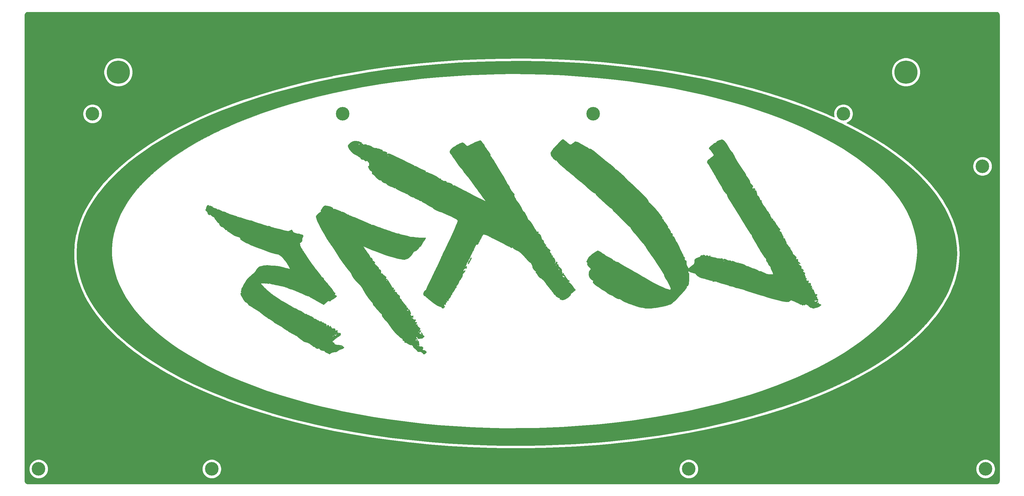
<source format=gbr>
%TF.GenerationSoftware,KiCad,Pcbnew,(5.1.9)-1*%
%TF.CreationDate,2021-09-28T04:32:12-04:00*%
%TF.ProjectId,neoutline,6e656f75-746c-4696-9e65-2e6b69636164,rev?*%
%TF.SameCoordinates,Original*%
%TF.FileFunction,Copper,L2,Bot*%
%TF.FilePolarity,Positive*%
%FSLAX46Y46*%
G04 Gerber Fmt 4.6, Leading zero omitted, Abs format (unit mm)*
G04 Created by KiCad (PCBNEW (5.1.9)-1) date 2021-09-28 04:32:12*
%MOMM*%
%LPD*%
G01*
G04 APERTURE LIST*
%TA.AperFunction,EtchedComponent*%
%ADD10C,0.010000*%
%TD*%
%TA.AperFunction,ComponentPad*%
%ADD11C,4.400000*%
%TD*%
%TA.AperFunction,ComponentPad*%
%ADD12C,7.500000*%
%TD*%
%TA.AperFunction,NonConductor*%
%ADD13C,0.254000*%
%TD*%
%TA.AperFunction,NonConductor*%
%ADD14C,0.100000*%
%TD*%
G04 APERTURE END LIST*
D10*
%TO.C,G\u002A\u002A\u002A*%
G36*
X79641078Y-86328431D02*
G01*
X79457258Y-86432000D01*
X79332733Y-86581157D01*
X79162310Y-86816614D01*
X78970988Y-87099623D01*
X78783773Y-87391435D01*
X78625665Y-87653303D01*
X78521668Y-87846477D01*
X78494197Y-87924530D01*
X78537459Y-88075273D01*
X78573754Y-88143229D01*
X78584626Y-88234418D01*
X78486456Y-88340071D01*
X78256740Y-88482890D01*
X78213258Y-88506893D01*
X77685102Y-88851399D01*
X77280865Y-89249996D01*
X77089067Y-89516273D01*
X76974492Y-89710793D01*
X76933420Y-89863005D01*
X76958225Y-90047200D01*
X77014112Y-90246445D01*
X77215572Y-90826882D01*
X77508501Y-91526938D01*
X77884470Y-92329506D01*
X78335048Y-93217479D01*
X78851807Y-94173748D01*
X79426317Y-95181208D01*
X79546322Y-95385500D01*
X79838804Y-95881552D01*
X80115606Y-96351996D01*
X80360383Y-96768975D01*
X80556789Y-97104632D01*
X80688477Y-97331108D01*
X80713818Y-97375167D01*
X80830969Y-97562735D01*
X81027906Y-97859059D01*
X81285177Y-98235687D01*
X81583330Y-98664168D01*
X81902914Y-99116050D01*
X81929400Y-99153167D01*
X82273882Y-99643847D01*
X82619459Y-100150786D01*
X82940212Y-100634914D01*
X83210220Y-101057160D01*
X83389867Y-101354500D01*
X83951661Y-102285049D01*
X84585160Y-103256754D01*
X85239772Y-104193650D01*
X85631672Y-104720623D01*
X85935141Y-105122737D01*
X86259165Y-105560624D01*
X86556154Y-105969615D01*
X86705567Y-106179929D01*
X86977860Y-106551874D01*
X87307451Y-106978324D01*
X87638542Y-107387749D01*
X87762965Y-107535483D01*
X88020213Y-107854981D01*
X88240598Y-108163297D01*
X88395064Y-108417891D01*
X88447235Y-108537316D01*
X88591300Y-108928688D01*
X88797757Y-109327481D01*
X89080630Y-109752715D01*
X89453948Y-110223411D01*
X89931735Y-110758590D01*
X90528017Y-111377274D01*
X90580153Y-111429834D01*
X91001627Y-111861042D01*
X91325965Y-112213201D01*
X91581181Y-112521331D01*
X91795287Y-112820450D01*
X91996296Y-113145580D01*
X92103986Y-113334834D01*
X93074951Y-114950919D01*
X94099246Y-116413233D01*
X94985384Y-117504259D01*
X95228701Y-117799690D01*
X95363200Y-118009006D01*
X95405130Y-118160253D01*
X95398137Y-118216797D01*
X95405802Y-118374313D01*
X95524329Y-118559162D01*
X95663323Y-118704882D01*
X95829180Y-118878000D01*
X96074891Y-119149702D01*
X96372295Y-119488163D01*
X96693231Y-119861556D01*
X96833002Y-120026767D01*
X97154059Y-120399660D01*
X97464196Y-120744548D01*
X97735589Y-121031553D01*
X97940415Y-121230795D01*
X98003965Y-121284250D01*
X98199711Y-121453923D01*
X98276151Y-121591676D01*
X98266222Y-121732416D01*
X98282661Y-121983239D01*
X98427201Y-122284076D01*
X98681377Y-122600133D01*
X98775414Y-122691944D01*
X98970797Y-122904082D01*
X99168469Y-123164484D01*
X99207169Y-123222956D01*
X99378393Y-123439395D01*
X99559373Y-123593148D01*
X99611463Y-123619640D01*
X99746523Y-123724586D01*
X99940743Y-123945166D01*
X100168369Y-124250513D01*
X100297461Y-124441851D01*
X100903990Y-125324787D01*
X101552964Y-126182978D01*
X102224139Y-126993787D01*
X102897273Y-127734580D01*
X103552122Y-128382721D01*
X104168442Y-128915573D01*
X104550014Y-129196998D01*
X104819449Y-129386338D01*
X104968175Y-129515705D01*
X105019968Y-129613423D01*
X104998608Y-129707818D01*
X104991107Y-129722431D01*
X104952168Y-129850700D01*
X105032346Y-129938664D01*
X105138327Y-129989177D01*
X105351050Y-130064596D01*
X105501567Y-130096393D01*
X105590985Y-130159091D01*
X105608422Y-130350669D01*
X105606196Y-130382690D01*
X105603814Y-130571588D01*
X105666735Y-130640146D01*
X105828845Y-130636480D01*
X106017323Y-130657107D01*
X106267289Y-130762778D01*
X106607918Y-130966491D01*
X106688172Y-131019265D01*
X107019143Y-131228442D01*
X107254395Y-131346422D01*
X107429870Y-131388495D01*
X107537790Y-131380689D01*
X107785594Y-131395299D01*
X108035521Y-131506738D01*
X108234222Y-131679045D01*
X108328349Y-131876257D01*
X108329966Y-131914688D01*
X108361497Y-132036879D01*
X108477964Y-132190962D01*
X108698466Y-132397489D01*
X109028466Y-132666306D01*
X109342369Y-132926920D01*
X109578294Y-133150699D01*
X109712715Y-133314150D01*
X109734900Y-133371711D01*
X109807397Y-133546931D01*
X110019656Y-133636569D01*
X110363831Y-133638021D01*
X110487880Y-133621468D01*
X110782569Y-133590496D01*
X110944418Y-133615827D01*
X110986370Y-133653734D01*
X111097133Y-133769128D01*
X111276766Y-133903080D01*
X111454374Y-134053746D01*
X111554736Y-134203600D01*
X111680573Y-134358782D01*
X111888414Y-134404907D01*
X112072375Y-134352097D01*
X112274832Y-134215934D01*
X112477551Y-134036331D01*
X112634141Y-133859412D01*
X112698214Y-133731301D01*
X112698234Y-133729824D01*
X112637760Y-133617956D01*
X112484057Y-133452026D01*
X112380734Y-133360151D01*
X112145033Y-133191173D01*
X111953593Y-133132054D01*
X111818727Y-133142539D01*
X111571480Y-133136183D01*
X111438754Y-133014008D01*
X111432461Y-132794901D01*
X111493377Y-132626757D01*
X111573129Y-132427840D01*
X111565134Y-132286289D01*
X111477884Y-132130118D01*
X111367374Y-131994719D01*
X111230510Y-131933832D01*
X111005363Y-131925250D01*
X110917577Y-131929222D01*
X110589695Y-131917686D01*
X110378118Y-131834863D01*
X110345271Y-131808188D01*
X110158684Y-131695286D01*
X110024567Y-131663870D01*
X109826304Y-131626581D01*
X109748968Y-131590986D01*
X109681209Y-131521438D01*
X109756646Y-131473116D01*
X109929591Y-131473273D01*
X109996578Y-131502370D01*
X110178435Y-131587682D01*
X110276932Y-131548172D01*
X110301676Y-131371285D01*
X110276878Y-131136000D01*
X110240358Y-130831797D01*
X110222582Y-130559649D01*
X110223105Y-130459775D01*
X110186569Y-130292393D01*
X110086498Y-130149804D01*
X109965007Y-130068151D01*
X109864208Y-130083578D01*
X109837725Y-130129026D01*
X109743404Y-130212522D01*
X109600681Y-130216627D01*
X109494334Y-130148513D01*
X109480900Y-130098834D01*
X109446129Y-129988214D01*
X109329561Y-130001230D01*
X109161073Y-130103634D01*
X109016691Y-130172112D01*
X108975894Y-130131656D01*
X109051787Y-130016468D01*
X109107990Y-129965120D01*
X109196569Y-129827319D01*
X109206086Y-129598383D01*
X109195790Y-129510253D01*
X109174498Y-129316866D01*
X109187915Y-129278785D01*
X109227306Y-129358000D01*
X109356789Y-129510778D01*
X109478172Y-129548500D01*
X109615486Y-129524634D01*
X109629669Y-129437097D01*
X109520913Y-129261983D01*
X109480900Y-129209834D01*
X109339350Y-128982169D01*
X109341162Y-128842320D01*
X109486610Y-128787551D01*
X109523234Y-128786500D01*
X109693716Y-128830417D01*
X109734900Y-128936995D01*
X109782024Y-129123110D01*
X109856281Y-129260785D01*
X109937901Y-129353509D01*
X110045795Y-129395585D01*
X110227550Y-129394121D01*
X110512448Y-129358810D01*
X110828312Y-129316252D01*
X111102122Y-129282640D01*
X111245751Y-129267853D01*
X111401132Y-129205299D01*
X111605425Y-129064035D01*
X111809513Y-128886510D01*
X111964280Y-128715167D01*
X112020900Y-128597980D01*
X111951302Y-128519158D01*
X111817458Y-128450960D01*
X111638727Y-128356643D01*
X111517734Y-128208177D01*
X111421909Y-127958123D01*
X111383155Y-127818363D01*
X111290004Y-127576708D01*
X111149533Y-127452841D01*
X111065655Y-127423346D01*
X110884310Y-127399612D01*
X110848226Y-127460541D01*
X110959095Y-127601011D01*
X110995716Y-127635188D01*
X111111768Y-127824659D01*
X111111507Y-127949746D01*
X111073893Y-128051208D01*
X111011251Y-128051131D01*
X110881591Y-127941339D01*
X110833646Y-127895659D01*
X110655564Y-127758991D01*
X110550679Y-127754316D01*
X110543525Y-127763558D01*
X110436159Y-127850189D01*
X110407237Y-127855167D01*
X110329964Y-127798648D01*
X110370927Y-127636809D01*
X110525854Y-127381227D01*
X110637682Y-127230910D01*
X110682242Y-127168628D01*
X110365954Y-127168628D01*
X110327567Y-127220167D01*
X110183419Y-127327758D01*
X110105534Y-127347167D01*
X110002339Y-127279170D01*
X109988900Y-127220167D01*
X110063046Y-127118364D01*
X110210934Y-127093167D01*
X110359942Y-127107455D01*
X110365954Y-127168628D01*
X110682242Y-127168628D01*
X110812616Y-126986407D01*
X110879726Y-126831495D01*
X110851600Y-126736706D01*
X110849666Y-126734732D01*
X110747724Y-126692962D01*
X110633437Y-126797096D01*
X110630265Y-126801384D01*
X110535115Y-126912568D01*
X110481599Y-126887303D01*
X110451556Y-126818000D01*
X110424265Y-126667737D01*
X110479059Y-126500690D01*
X110602195Y-126302769D01*
X110641171Y-126213758D01*
X110616598Y-126114958D01*
X110509236Y-125976758D01*
X110299844Y-125769548D01*
X110187657Y-125664829D01*
X109927854Y-125415346D01*
X109776146Y-125239821D01*
X109709949Y-125104524D01*
X109706682Y-124975723D01*
X109710694Y-124952393D01*
X109726038Y-124775625D01*
X109659235Y-124732084D01*
X109483683Y-124805695D01*
X109475334Y-124810146D01*
X109354456Y-124851609D01*
X109314194Y-124768732D01*
X109311567Y-124687353D01*
X109363322Y-124495364D01*
X109451647Y-124398521D01*
X109553390Y-124277605D01*
X109528361Y-124149252D01*
X109406023Y-124071338D01*
X109287191Y-124075428D01*
X109099056Y-124061697D01*
X108995018Y-123935021D01*
X108989619Y-123736844D01*
X109091271Y-123517041D01*
X109195869Y-123328531D01*
X109168613Y-123218157D01*
X108997163Y-123171288D01*
X108796985Y-123168087D01*
X108572570Y-123158140D01*
X108460518Y-123094354D01*
X108412285Y-122976010D01*
X108316765Y-122822987D01*
X108174874Y-122777301D01*
X108050103Y-122847375D01*
X108015263Y-122923334D01*
X107994458Y-122930334D01*
X107979862Y-122797760D01*
X107975162Y-122605834D01*
X107981095Y-122361258D01*
X108001312Y-122282371D01*
X108032552Y-122351389D01*
X108124841Y-122520784D01*
X108227603Y-122588856D01*
X108314860Y-122572250D01*
X108350300Y-122452920D01*
X108350891Y-122265875D01*
X108337900Y-121916650D01*
X107985085Y-121969044D01*
X107755664Y-121991328D01*
X107637841Y-121957763D01*
X107578713Y-121852642D01*
X107577213Y-121847969D01*
X107500329Y-121708939D01*
X107441021Y-121674500D01*
X107421303Y-121610030D01*
X107476397Y-121450980D01*
X107495963Y-121411356D01*
X107567535Y-121252131D01*
X107584941Y-121111600D01*
X107544599Y-120930065D01*
X107451514Y-120670522D01*
X107287577Y-120277508D01*
X107145539Y-120034513D01*
X107013428Y-119925645D01*
X106893099Y-119929216D01*
X106802550Y-120011347D01*
X106833253Y-120088002D01*
X106875426Y-120244201D01*
X106859174Y-120404500D01*
X106804338Y-120616167D01*
X106751889Y-120419332D01*
X106690591Y-120282768D01*
X106582744Y-120287193D01*
X106528975Y-120313728D01*
X106372716Y-120360969D01*
X106296048Y-120303893D01*
X106294403Y-120195766D01*
X106332111Y-120169986D01*
X106467303Y-120095280D01*
X106619223Y-119984435D01*
X106746794Y-119851030D01*
X106748033Y-119711911D01*
X106707902Y-119612449D01*
X106555275Y-119427148D01*
X106385117Y-119337233D01*
X106229058Y-119271914D01*
X106194083Y-119147617D01*
X106210130Y-119041854D01*
X106217238Y-118854084D01*
X106114004Y-118735258D01*
X106027959Y-118687639D01*
X105872704Y-118575392D01*
X105821335Y-118466054D01*
X105821439Y-118465566D01*
X105777339Y-118344235D01*
X105638321Y-118195885D01*
X105626922Y-118186746D01*
X105456258Y-118018765D01*
X105253161Y-117772432D01*
X105130292Y-117601565D01*
X104974038Y-117390872D01*
X104850745Y-117263185D01*
X104795642Y-117243980D01*
X104748961Y-117225611D01*
X104739567Y-117154740D01*
X104671034Y-116882130D01*
X104496644Y-116607142D01*
X104263211Y-116400648D01*
X104228712Y-116381357D01*
X104061725Y-116274024D01*
X104027696Y-116171205D01*
X104059320Y-116091945D01*
X104088700Y-115931373D01*
X104065812Y-115720853D01*
X104006202Y-115526947D01*
X103925413Y-115416218D01*
X103899867Y-115409167D01*
X103805044Y-115357427D01*
X103637064Y-115226888D01*
X103554234Y-115155167D01*
X103368123Y-115001735D01*
X103230949Y-114911366D01*
X103199996Y-114901167D01*
X103158397Y-114827594D01*
X103150236Y-114648236D01*
X103151745Y-114626000D01*
X103147729Y-114433235D01*
X103077285Y-114357853D01*
X103003900Y-114349483D01*
X102817832Y-114309161D01*
X102584110Y-114212133D01*
X102551802Y-114195213D01*
X102373948Y-114088877D01*
X102326415Y-114009941D01*
X102387005Y-113912238D01*
X102405677Y-113891308D01*
X102489253Y-113719163D01*
X102467784Y-113555896D01*
X102354420Y-113465561D01*
X102317509Y-113461834D01*
X102213170Y-113529803D01*
X102199567Y-113588834D01*
X102158662Y-113701575D01*
X102123959Y-113715834D01*
X102023992Y-113647555D01*
X101992720Y-113488383D01*
X102041661Y-113306812D01*
X102052156Y-113288860D01*
X102102462Y-113087751D01*
X102023847Y-112923394D01*
X101849327Y-112850070D01*
X101787238Y-112853322D01*
X101645124Y-112839248D01*
X101606900Y-112789312D01*
X101564347Y-112684021D01*
X101555165Y-112667037D01*
X101408463Y-112667037D01*
X101395234Y-112699834D01*
X101319152Y-112780604D01*
X101305570Y-112784500D01*
X101269205Y-112718994D01*
X101268234Y-112699834D01*
X101333322Y-112618420D01*
X101357897Y-112615167D01*
X101408463Y-112667037D01*
X101555165Y-112667037D01*
X101448757Y-112470231D01*
X101278233Y-112176933D01*
X101070878Y-111833117D01*
X100844795Y-111467775D01*
X100618088Y-111109897D01*
X100408860Y-110788475D01*
X100235214Y-110532499D01*
X100209966Y-110498500D01*
X100022766Y-110498500D01*
X100018681Y-110634084D01*
X99908620Y-110667834D01*
X99745398Y-110599744D01*
X99659567Y-110498500D01*
X99614540Y-110372651D01*
X99695147Y-110331677D01*
X99773713Y-110329167D01*
X99961932Y-110391966D01*
X100022766Y-110498500D01*
X100209966Y-110498500D01*
X100115253Y-110370960D01*
X100070675Y-110329167D01*
X100006354Y-110260414D01*
X99998234Y-110202167D01*
X99574900Y-110202167D01*
X99532567Y-110244500D01*
X99490234Y-110202167D01*
X99532567Y-110159834D01*
X99574900Y-110202167D01*
X99998234Y-110202167D01*
X99924066Y-110100379D01*
X99775746Y-110075167D01*
X99635252Y-110062696D01*
X99582896Y-109993493D01*
X99594480Y-109819874D01*
X99606570Y-109741773D01*
X99627825Y-109572627D01*
X99609565Y-109448406D01*
X99526682Y-109331507D01*
X99354067Y-109184330D01*
X99114321Y-109004584D01*
X98840405Y-108787232D01*
X98613190Y-108580406D01*
X98475208Y-108423369D01*
X98463140Y-108403438D01*
X98353189Y-108265990D01*
X98193753Y-108245216D01*
X98108951Y-108260679D01*
X97941249Y-108281936D01*
X97911673Y-108235658D01*
X97923180Y-108213666D01*
X97963175Y-108067056D01*
X97981445Y-107835509D01*
X97981474Y-107785744D01*
X97919599Y-107390377D01*
X97758330Y-107088394D01*
X97516248Y-106905011D01*
X97299700Y-106860526D01*
X97163288Y-106842698D01*
X97171890Y-106772921D01*
X97206629Y-106727947D01*
X97271660Y-106593090D01*
X97222567Y-106427124D01*
X97208471Y-106400083D01*
X97086323Y-106234621D01*
X96896769Y-106041037D01*
X96679956Y-105852763D01*
X96476029Y-105703234D01*
X96325134Y-105625881D01*
X96279252Y-105626242D01*
X96210363Y-105589046D01*
X96149295Y-105433603D01*
X96146906Y-105423077D01*
X96055205Y-105222605D01*
X95928350Y-105120299D01*
X95792807Y-105038994D01*
X95777022Y-104951782D01*
X95890001Y-104910506D01*
X95891900Y-104910500D01*
X96003325Y-104857001D01*
X96006515Y-104723403D01*
X95912260Y-104550055D01*
X95753805Y-104393997D01*
X95560916Y-104263299D01*
X95415248Y-104194125D01*
X95393972Y-104190834D01*
X95254232Y-104122267D01*
X95211087Y-103940302D01*
X95228652Y-103826194D01*
X95203458Y-103629396D01*
X95073874Y-103415567D01*
X94887193Y-103238362D01*
X94690709Y-103151439D01*
X94633887Y-103151397D01*
X94514217Y-103131681D01*
X94466495Y-102998749D01*
X94461402Y-102920804D01*
X94412380Y-102738878D01*
X94269505Y-102475213D01*
X94023824Y-102114867D01*
X93796400Y-101810804D01*
X93548400Y-101480978D01*
X93343341Y-101196248D01*
X93200952Y-100984891D01*
X93140959Y-100875186D01*
X93140234Y-100870253D01*
X93088206Y-100765124D01*
X92953637Y-100580762D01*
X92814648Y-100413920D01*
X92644746Y-100196485D01*
X92541482Y-100017929D01*
X92525371Y-99936334D01*
X92507232Y-99840627D01*
X92472935Y-99830500D01*
X92377694Y-99768955D01*
X92279002Y-99633240D01*
X92222563Y-99496735D01*
X92230783Y-99441729D01*
X92316455Y-99461863D01*
X92523579Y-99542939D01*
X92821220Y-99672062D01*
X93178440Y-99836342D01*
X93183908Y-99838920D01*
X93685763Y-100065772D01*
X94320033Y-100336694D01*
X95059014Y-100640654D01*
X95875004Y-100966618D01*
X96740302Y-101303554D01*
X97627203Y-101640429D01*
X98508006Y-101966209D01*
X98704117Y-102037433D01*
X99122599Y-102182104D01*
X99624619Y-102344742D01*
X100187823Y-102519143D01*
X100789855Y-102699107D01*
X101408362Y-102878432D01*
X102020989Y-103050917D01*
X102605382Y-103210361D01*
X103139186Y-103350561D01*
X103600046Y-103465317D01*
X103965609Y-103548427D01*
X104213520Y-103593690D01*
X104320543Y-103595504D01*
X104443177Y-103590683D01*
X104664697Y-103635299D01*
X104821275Y-103681851D01*
X105117166Y-103761076D01*
X105385978Y-103775931D01*
X105720342Y-103731288D01*
X105729539Y-103729599D01*
X106320067Y-103565593D01*
X106851888Y-103312156D01*
X107278416Y-102993043D01*
X107377827Y-102889253D01*
X107654309Y-102571145D01*
X107849837Y-102336582D01*
X107996343Y-102142893D01*
X108125759Y-101947407D01*
X108270018Y-101707455D01*
X108298091Y-101659556D01*
X108488425Y-101362481D01*
X108648225Y-101189043D01*
X108810180Y-101105794D01*
X108848424Y-101096452D01*
X109316054Y-100919123D01*
X109761746Y-100599896D01*
X110153907Y-100165933D01*
X110406517Y-99757039D01*
X110533806Y-99544930D01*
X110647879Y-99462436D01*
X110755212Y-99468429D01*
X110892094Y-99471143D01*
X110910063Y-99397538D01*
X110945969Y-99287022D01*
X111060341Y-99065718D01*
X111236637Y-98763008D01*
X111458314Y-98408271D01*
X111524380Y-98306500D01*
X111850921Y-97806080D01*
X112093797Y-97428188D01*
X112262855Y-97154181D01*
X112367942Y-96965417D01*
X112418907Y-96843253D01*
X112425597Y-96769047D01*
X112397860Y-96724157D01*
X112370563Y-96704629D01*
X112248787Y-96681491D01*
X111990951Y-96665526D01*
X111630219Y-96657750D01*
X111199754Y-96659180D01*
X111005334Y-96662788D01*
X110344925Y-96668404D01*
X109790586Y-96648887D01*
X109280415Y-96600514D01*
X108820660Y-96531433D01*
X108426242Y-96470377D01*
X108079754Y-96428843D01*
X107823323Y-96411162D01*
X107710496Y-96417315D01*
X107515973Y-96413622D01*
X107279283Y-96342680D01*
X107258710Y-96333306D01*
X106987999Y-96230673D01*
X106579286Y-96109159D01*
X106061825Y-95976338D01*
X105464869Y-95839785D01*
X104908900Y-95724881D01*
X104546983Y-95644308D01*
X104222299Y-95555574D01*
X103991643Y-95474663D01*
X103951183Y-95455339D01*
X103720510Y-95378285D01*
X103519289Y-95376080D01*
X103330640Y-95367110D01*
X103020412Y-95285553D01*
X102616306Y-95138760D01*
X102599416Y-95131972D01*
X102346613Y-95035461D01*
X101957527Y-94893987D01*
X101456538Y-94716088D01*
X100868022Y-94510300D01*
X100216358Y-94285161D01*
X99525925Y-94049205D01*
X98972015Y-93861748D01*
X98299437Y-93632911D01*
X97673916Y-93415780D01*
X97114596Y-93217328D01*
X96640620Y-93044528D01*
X96271130Y-92904352D01*
X96025270Y-92803773D01*
X95923963Y-92751539D01*
X95698761Y-92619955D01*
X95409281Y-92539148D01*
X95130734Y-92523942D01*
X94974426Y-92564406D01*
X94855696Y-92612177D01*
X94847110Y-92553250D01*
X94856738Y-92526239D01*
X94836912Y-92480934D01*
X94743576Y-92410852D01*
X94565793Y-92310897D01*
X94292628Y-92175977D01*
X93913142Y-92000997D01*
X93416400Y-91780865D01*
X92791464Y-91510485D01*
X92027397Y-91184764D01*
X91472527Y-90950056D01*
X90749280Y-90646702D01*
X90068785Y-90364899D01*
X89447987Y-90111402D01*
X88903829Y-89892965D01*
X88453258Y-89716345D01*
X88113217Y-89588297D01*
X87900652Y-89515575D01*
X87838184Y-89501167D01*
X87678051Y-89456902D01*
X87636900Y-89379164D01*
X87576493Y-89226964D01*
X87438084Y-89193901D01*
X87349005Y-89240164D01*
X87245377Y-89267816D01*
X87096710Y-89187647D01*
X86936584Y-89048266D01*
X86735930Y-88902005D01*
X86439147Y-88734645D01*
X86096960Y-88569426D01*
X85760091Y-88429588D01*
X85479262Y-88338370D01*
X85337960Y-88315834D01*
X85212923Y-88270397D01*
X85032041Y-88160592D01*
X85025304Y-88155823D01*
X84844205Y-88059723D01*
X84551153Y-87938861D01*
X84197398Y-87813626D01*
X84038567Y-87763259D01*
X83693094Y-87647772D01*
X83404498Y-87532757D01*
X83215405Y-87436058D01*
X83171719Y-87400435D01*
X83071658Y-87317673D01*
X82942197Y-87340254D01*
X82854347Y-87383904D01*
X82705000Y-87457402D01*
X82620317Y-87446428D01*
X82547483Y-87323746D01*
X82492764Y-87197448D01*
X82334881Y-86987833D01*
X82043295Y-86797909D01*
X81605981Y-86621584D01*
X81036046Y-86458985D01*
X80432544Y-86332335D01*
X79969786Y-86288855D01*
X79641078Y-86328431D01*
G37*
X79641078Y-86328431D02*
X79457258Y-86432000D01*
X79332733Y-86581157D01*
X79162310Y-86816614D01*
X78970988Y-87099623D01*
X78783773Y-87391435D01*
X78625665Y-87653303D01*
X78521668Y-87846477D01*
X78494197Y-87924530D01*
X78537459Y-88075273D01*
X78573754Y-88143229D01*
X78584626Y-88234418D01*
X78486456Y-88340071D01*
X78256740Y-88482890D01*
X78213258Y-88506893D01*
X77685102Y-88851399D01*
X77280865Y-89249996D01*
X77089067Y-89516273D01*
X76974492Y-89710793D01*
X76933420Y-89863005D01*
X76958225Y-90047200D01*
X77014112Y-90246445D01*
X77215572Y-90826882D01*
X77508501Y-91526938D01*
X77884470Y-92329506D01*
X78335048Y-93217479D01*
X78851807Y-94173748D01*
X79426317Y-95181208D01*
X79546322Y-95385500D01*
X79838804Y-95881552D01*
X80115606Y-96351996D01*
X80360383Y-96768975D01*
X80556789Y-97104632D01*
X80688477Y-97331108D01*
X80713818Y-97375167D01*
X80830969Y-97562735D01*
X81027906Y-97859059D01*
X81285177Y-98235687D01*
X81583330Y-98664168D01*
X81902914Y-99116050D01*
X81929400Y-99153167D01*
X82273882Y-99643847D01*
X82619459Y-100150786D01*
X82940212Y-100634914D01*
X83210220Y-101057160D01*
X83389867Y-101354500D01*
X83951661Y-102285049D01*
X84585160Y-103256754D01*
X85239772Y-104193650D01*
X85631672Y-104720623D01*
X85935141Y-105122737D01*
X86259165Y-105560624D01*
X86556154Y-105969615D01*
X86705567Y-106179929D01*
X86977860Y-106551874D01*
X87307451Y-106978324D01*
X87638542Y-107387749D01*
X87762965Y-107535483D01*
X88020213Y-107854981D01*
X88240598Y-108163297D01*
X88395064Y-108417891D01*
X88447235Y-108537316D01*
X88591300Y-108928688D01*
X88797757Y-109327481D01*
X89080630Y-109752715D01*
X89453948Y-110223411D01*
X89931735Y-110758590D01*
X90528017Y-111377274D01*
X90580153Y-111429834D01*
X91001627Y-111861042D01*
X91325965Y-112213201D01*
X91581181Y-112521331D01*
X91795287Y-112820450D01*
X91996296Y-113145580D01*
X92103986Y-113334834D01*
X93074951Y-114950919D01*
X94099246Y-116413233D01*
X94985384Y-117504259D01*
X95228701Y-117799690D01*
X95363200Y-118009006D01*
X95405130Y-118160253D01*
X95398137Y-118216797D01*
X95405802Y-118374313D01*
X95524329Y-118559162D01*
X95663323Y-118704882D01*
X95829180Y-118878000D01*
X96074891Y-119149702D01*
X96372295Y-119488163D01*
X96693231Y-119861556D01*
X96833002Y-120026767D01*
X97154059Y-120399660D01*
X97464196Y-120744548D01*
X97735589Y-121031553D01*
X97940415Y-121230795D01*
X98003965Y-121284250D01*
X98199711Y-121453923D01*
X98276151Y-121591676D01*
X98266222Y-121732416D01*
X98282661Y-121983239D01*
X98427201Y-122284076D01*
X98681377Y-122600133D01*
X98775414Y-122691944D01*
X98970797Y-122904082D01*
X99168469Y-123164484D01*
X99207169Y-123222956D01*
X99378393Y-123439395D01*
X99559373Y-123593148D01*
X99611463Y-123619640D01*
X99746523Y-123724586D01*
X99940743Y-123945166D01*
X100168369Y-124250513D01*
X100297461Y-124441851D01*
X100903990Y-125324787D01*
X101552964Y-126182978D01*
X102224139Y-126993787D01*
X102897273Y-127734580D01*
X103552122Y-128382721D01*
X104168442Y-128915573D01*
X104550014Y-129196998D01*
X104819449Y-129386338D01*
X104968175Y-129515705D01*
X105019968Y-129613423D01*
X104998608Y-129707818D01*
X104991107Y-129722431D01*
X104952168Y-129850700D01*
X105032346Y-129938664D01*
X105138327Y-129989177D01*
X105351050Y-130064596D01*
X105501567Y-130096393D01*
X105590985Y-130159091D01*
X105608422Y-130350669D01*
X105606196Y-130382690D01*
X105603814Y-130571588D01*
X105666735Y-130640146D01*
X105828845Y-130636480D01*
X106017323Y-130657107D01*
X106267289Y-130762778D01*
X106607918Y-130966491D01*
X106688172Y-131019265D01*
X107019143Y-131228442D01*
X107254395Y-131346422D01*
X107429870Y-131388495D01*
X107537790Y-131380689D01*
X107785594Y-131395299D01*
X108035521Y-131506738D01*
X108234222Y-131679045D01*
X108328349Y-131876257D01*
X108329966Y-131914688D01*
X108361497Y-132036879D01*
X108477964Y-132190962D01*
X108698466Y-132397489D01*
X109028466Y-132666306D01*
X109342369Y-132926920D01*
X109578294Y-133150699D01*
X109712715Y-133314150D01*
X109734900Y-133371711D01*
X109807397Y-133546931D01*
X110019656Y-133636569D01*
X110363831Y-133638021D01*
X110487880Y-133621468D01*
X110782569Y-133590496D01*
X110944418Y-133615827D01*
X110986370Y-133653734D01*
X111097133Y-133769128D01*
X111276766Y-133903080D01*
X111454374Y-134053746D01*
X111554736Y-134203600D01*
X111680573Y-134358782D01*
X111888414Y-134404907D01*
X112072375Y-134352097D01*
X112274832Y-134215934D01*
X112477551Y-134036331D01*
X112634141Y-133859412D01*
X112698214Y-133731301D01*
X112698234Y-133729824D01*
X112637760Y-133617956D01*
X112484057Y-133452026D01*
X112380734Y-133360151D01*
X112145033Y-133191173D01*
X111953593Y-133132054D01*
X111818727Y-133142539D01*
X111571480Y-133136183D01*
X111438754Y-133014008D01*
X111432461Y-132794901D01*
X111493377Y-132626757D01*
X111573129Y-132427840D01*
X111565134Y-132286289D01*
X111477884Y-132130118D01*
X111367374Y-131994719D01*
X111230510Y-131933832D01*
X111005363Y-131925250D01*
X110917577Y-131929222D01*
X110589695Y-131917686D01*
X110378118Y-131834863D01*
X110345271Y-131808188D01*
X110158684Y-131695286D01*
X110024567Y-131663870D01*
X109826304Y-131626581D01*
X109748968Y-131590986D01*
X109681209Y-131521438D01*
X109756646Y-131473116D01*
X109929591Y-131473273D01*
X109996578Y-131502370D01*
X110178435Y-131587682D01*
X110276932Y-131548172D01*
X110301676Y-131371285D01*
X110276878Y-131136000D01*
X110240358Y-130831797D01*
X110222582Y-130559649D01*
X110223105Y-130459775D01*
X110186569Y-130292393D01*
X110086498Y-130149804D01*
X109965007Y-130068151D01*
X109864208Y-130083578D01*
X109837725Y-130129026D01*
X109743404Y-130212522D01*
X109600681Y-130216627D01*
X109494334Y-130148513D01*
X109480900Y-130098834D01*
X109446129Y-129988214D01*
X109329561Y-130001230D01*
X109161073Y-130103634D01*
X109016691Y-130172112D01*
X108975894Y-130131656D01*
X109051787Y-130016468D01*
X109107990Y-129965120D01*
X109196569Y-129827319D01*
X109206086Y-129598383D01*
X109195790Y-129510253D01*
X109174498Y-129316866D01*
X109187915Y-129278785D01*
X109227306Y-129358000D01*
X109356789Y-129510778D01*
X109478172Y-129548500D01*
X109615486Y-129524634D01*
X109629669Y-129437097D01*
X109520913Y-129261983D01*
X109480900Y-129209834D01*
X109339350Y-128982169D01*
X109341162Y-128842320D01*
X109486610Y-128787551D01*
X109523234Y-128786500D01*
X109693716Y-128830417D01*
X109734900Y-128936995D01*
X109782024Y-129123110D01*
X109856281Y-129260785D01*
X109937901Y-129353509D01*
X110045795Y-129395585D01*
X110227550Y-129394121D01*
X110512448Y-129358810D01*
X110828312Y-129316252D01*
X111102122Y-129282640D01*
X111245751Y-129267853D01*
X111401132Y-129205299D01*
X111605425Y-129064035D01*
X111809513Y-128886510D01*
X111964280Y-128715167D01*
X112020900Y-128597980D01*
X111951302Y-128519158D01*
X111817458Y-128450960D01*
X111638727Y-128356643D01*
X111517734Y-128208177D01*
X111421909Y-127958123D01*
X111383155Y-127818363D01*
X111290004Y-127576708D01*
X111149533Y-127452841D01*
X111065655Y-127423346D01*
X110884310Y-127399612D01*
X110848226Y-127460541D01*
X110959095Y-127601011D01*
X110995716Y-127635188D01*
X111111768Y-127824659D01*
X111111507Y-127949746D01*
X111073893Y-128051208D01*
X111011251Y-128051131D01*
X110881591Y-127941339D01*
X110833646Y-127895659D01*
X110655564Y-127758991D01*
X110550679Y-127754316D01*
X110543525Y-127763558D01*
X110436159Y-127850189D01*
X110407237Y-127855167D01*
X110329964Y-127798648D01*
X110370927Y-127636809D01*
X110525854Y-127381227D01*
X110637682Y-127230910D01*
X110682242Y-127168628D01*
X110365954Y-127168628D01*
X110327567Y-127220167D01*
X110183419Y-127327758D01*
X110105534Y-127347167D01*
X110002339Y-127279170D01*
X109988900Y-127220167D01*
X110063046Y-127118364D01*
X110210934Y-127093167D01*
X110359942Y-127107455D01*
X110365954Y-127168628D01*
X110682242Y-127168628D01*
X110812616Y-126986407D01*
X110879726Y-126831495D01*
X110851600Y-126736706D01*
X110849666Y-126734732D01*
X110747724Y-126692962D01*
X110633437Y-126797096D01*
X110630265Y-126801384D01*
X110535115Y-126912568D01*
X110481599Y-126887303D01*
X110451556Y-126818000D01*
X110424265Y-126667737D01*
X110479059Y-126500690D01*
X110602195Y-126302769D01*
X110641171Y-126213758D01*
X110616598Y-126114958D01*
X110509236Y-125976758D01*
X110299844Y-125769548D01*
X110187657Y-125664829D01*
X109927854Y-125415346D01*
X109776146Y-125239821D01*
X109709949Y-125104524D01*
X109706682Y-124975723D01*
X109710694Y-124952393D01*
X109726038Y-124775625D01*
X109659235Y-124732084D01*
X109483683Y-124805695D01*
X109475334Y-124810146D01*
X109354456Y-124851609D01*
X109314194Y-124768732D01*
X109311567Y-124687353D01*
X109363322Y-124495364D01*
X109451647Y-124398521D01*
X109553390Y-124277605D01*
X109528361Y-124149252D01*
X109406023Y-124071338D01*
X109287191Y-124075428D01*
X109099056Y-124061697D01*
X108995018Y-123935021D01*
X108989619Y-123736844D01*
X109091271Y-123517041D01*
X109195869Y-123328531D01*
X109168613Y-123218157D01*
X108997163Y-123171288D01*
X108796985Y-123168087D01*
X108572570Y-123158140D01*
X108460518Y-123094354D01*
X108412285Y-122976010D01*
X108316765Y-122822987D01*
X108174874Y-122777301D01*
X108050103Y-122847375D01*
X108015263Y-122923334D01*
X107994458Y-122930334D01*
X107979862Y-122797760D01*
X107975162Y-122605834D01*
X107981095Y-122361258D01*
X108001312Y-122282371D01*
X108032552Y-122351389D01*
X108124841Y-122520784D01*
X108227603Y-122588856D01*
X108314860Y-122572250D01*
X108350300Y-122452920D01*
X108350891Y-122265875D01*
X108337900Y-121916650D01*
X107985085Y-121969044D01*
X107755664Y-121991328D01*
X107637841Y-121957763D01*
X107578713Y-121852642D01*
X107577213Y-121847969D01*
X107500329Y-121708939D01*
X107441021Y-121674500D01*
X107421303Y-121610030D01*
X107476397Y-121450980D01*
X107495963Y-121411356D01*
X107567535Y-121252131D01*
X107584941Y-121111600D01*
X107544599Y-120930065D01*
X107451514Y-120670522D01*
X107287577Y-120277508D01*
X107145539Y-120034513D01*
X107013428Y-119925645D01*
X106893099Y-119929216D01*
X106802550Y-120011347D01*
X106833253Y-120088002D01*
X106875426Y-120244201D01*
X106859174Y-120404500D01*
X106804338Y-120616167D01*
X106751889Y-120419332D01*
X106690591Y-120282768D01*
X106582744Y-120287193D01*
X106528975Y-120313728D01*
X106372716Y-120360969D01*
X106296048Y-120303893D01*
X106294403Y-120195766D01*
X106332111Y-120169986D01*
X106467303Y-120095280D01*
X106619223Y-119984435D01*
X106746794Y-119851030D01*
X106748033Y-119711911D01*
X106707902Y-119612449D01*
X106555275Y-119427148D01*
X106385117Y-119337233D01*
X106229058Y-119271914D01*
X106194083Y-119147617D01*
X106210130Y-119041854D01*
X106217238Y-118854084D01*
X106114004Y-118735258D01*
X106027959Y-118687639D01*
X105872704Y-118575392D01*
X105821335Y-118466054D01*
X105821439Y-118465566D01*
X105777339Y-118344235D01*
X105638321Y-118195885D01*
X105626922Y-118186746D01*
X105456258Y-118018765D01*
X105253161Y-117772432D01*
X105130292Y-117601565D01*
X104974038Y-117390872D01*
X104850745Y-117263185D01*
X104795642Y-117243980D01*
X104748961Y-117225611D01*
X104739567Y-117154740D01*
X104671034Y-116882130D01*
X104496644Y-116607142D01*
X104263211Y-116400648D01*
X104228712Y-116381357D01*
X104061725Y-116274024D01*
X104027696Y-116171205D01*
X104059320Y-116091945D01*
X104088700Y-115931373D01*
X104065812Y-115720853D01*
X104006202Y-115526947D01*
X103925413Y-115416218D01*
X103899867Y-115409167D01*
X103805044Y-115357427D01*
X103637064Y-115226888D01*
X103554234Y-115155167D01*
X103368123Y-115001735D01*
X103230949Y-114911366D01*
X103199996Y-114901167D01*
X103158397Y-114827594D01*
X103150236Y-114648236D01*
X103151745Y-114626000D01*
X103147729Y-114433235D01*
X103077285Y-114357853D01*
X103003900Y-114349483D01*
X102817832Y-114309161D01*
X102584110Y-114212133D01*
X102551802Y-114195213D01*
X102373948Y-114088877D01*
X102326415Y-114009941D01*
X102387005Y-113912238D01*
X102405677Y-113891308D01*
X102489253Y-113719163D01*
X102467784Y-113555896D01*
X102354420Y-113465561D01*
X102317509Y-113461834D01*
X102213170Y-113529803D01*
X102199567Y-113588834D01*
X102158662Y-113701575D01*
X102123959Y-113715834D01*
X102023992Y-113647555D01*
X101992720Y-113488383D01*
X102041661Y-113306812D01*
X102052156Y-113288860D01*
X102102462Y-113087751D01*
X102023847Y-112923394D01*
X101849327Y-112850070D01*
X101787238Y-112853322D01*
X101645124Y-112839248D01*
X101606900Y-112789312D01*
X101564347Y-112684021D01*
X101555165Y-112667037D01*
X101408463Y-112667037D01*
X101395234Y-112699834D01*
X101319152Y-112780604D01*
X101305570Y-112784500D01*
X101269205Y-112718994D01*
X101268234Y-112699834D01*
X101333322Y-112618420D01*
X101357897Y-112615167D01*
X101408463Y-112667037D01*
X101555165Y-112667037D01*
X101448757Y-112470231D01*
X101278233Y-112176933D01*
X101070878Y-111833117D01*
X100844795Y-111467775D01*
X100618088Y-111109897D01*
X100408860Y-110788475D01*
X100235214Y-110532499D01*
X100209966Y-110498500D01*
X100022766Y-110498500D01*
X100018681Y-110634084D01*
X99908620Y-110667834D01*
X99745398Y-110599744D01*
X99659567Y-110498500D01*
X99614540Y-110372651D01*
X99695147Y-110331677D01*
X99773713Y-110329167D01*
X99961932Y-110391966D01*
X100022766Y-110498500D01*
X100209966Y-110498500D01*
X100115253Y-110370960D01*
X100070675Y-110329167D01*
X100006354Y-110260414D01*
X99998234Y-110202167D01*
X99574900Y-110202167D01*
X99532567Y-110244500D01*
X99490234Y-110202167D01*
X99532567Y-110159834D01*
X99574900Y-110202167D01*
X99998234Y-110202167D01*
X99924066Y-110100379D01*
X99775746Y-110075167D01*
X99635252Y-110062696D01*
X99582896Y-109993493D01*
X99594480Y-109819874D01*
X99606570Y-109741773D01*
X99627825Y-109572627D01*
X99609565Y-109448406D01*
X99526682Y-109331507D01*
X99354067Y-109184330D01*
X99114321Y-109004584D01*
X98840405Y-108787232D01*
X98613190Y-108580406D01*
X98475208Y-108423369D01*
X98463140Y-108403438D01*
X98353189Y-108265990D01*
X98193753Y-108245216D01*
X98108951Y-108260679D01*
X97941249Y-108281936D01*
X97911673Y-108235658D01*
X97923180Y-108213666D01*
X97963175Y-108067056D01*
X97981445Y-107835509D01*
X97981474Y-107785744D01*
X97919599Y-107390377D01*
X97758330Y-107088394D01*
X97516248Y-106905011D01*
X97299700Y-106860526D01*
X97163288Y-106842698D01*
X97171890Y-106772921D01*
X97206629Y-106727947D01*
X97271660Y-106593090D01*
X97222567Y-106427124D01*
X97208471Y-106400083D01*
X97086323Y-106234621D01*
X96896769Y-106041037D01*
X96679956Y-105852763D01*
X96476029Y-105703234D01*
X96325134Y-105625881D01*
X96279252Y-105626242D01*
X96210363Y-105589046D01*
X96149295Y-105433603D01*
X96146906Y-105423077D01*
X96055205Y-105222605D01*
X95928350Y-105120299D01*
X95792807Y-105038994D01*
X95777022Y-104951782D01*
X95890001Y-104910506D01*
X95891900Y-104910500D01*
X96003325Y-104857001D01*
X96006515Y-104723403D01*
X95912260Y-104550055D01*
X95753805Y-104393997D01*
X95560916Y-104263299D01*
X95415248Y-104194125D01*
X95393972Y-104190834D01*
X95254232Y-104122267D01*
X95211087Y-103940302D01*
X95228652Y-103826194D01*
X95203458Y-103629396D01*
X95073874Y-103415567D01*
X94887193Y-103238362D01*
X94690709Y-103151439D01*
X94633887Y-103151397D01*
X94514217Y-103131681D01*
X94466495Y-102998749D01*
X94461402Y-102920804D01*
X94412380Y-102738878D01*
X94269505Y-102475213D01*
X94023824Y-102114867D01*
X93796400Y-101810804D01*
X93548400Y-101480978D01*
X93343341Y-101196248D01*
X93200952Y-100984891D01*
X93140959Y-100875186D01*
X93140234Y-100870253D01*
X93088206Y-100765124D01*
X92953637Y-100580762D01*
X92814648Y-100413920D01*
X92644746Y-100196485D01*
X92541482Y-100017929D01*
X92525371Y-99936334D01*
X92507232Y-99840627D01*
X92472935Y-99830500D01*
X92377694Y-99768955D01*
X92279002Y-99633240D01*
X92222563Y-99496735D01*
X92230783Y-99441729D01*
X92316455Y-99461863D01*
X92523579Y-99542939D01*
X92821220Y-99672062D01*
X93178440Y-99836342D01*
X93183908Y-99838920D01*
X93685763Y-100065772D01*
X94320033Y-100336694D01*
X95059014Y-100640654D01*
X95875004Y-100966618D01*
X96740302Y-101303554D01*
X97627203Y-101640429D01*
X98508006Y-101966209D01*
X98704117Y-102037433D01*
X99122599Y-102182104D01*
X99624619Y-102344742D01*
X100187823Y-102519143D01*
X100789855Y-102699107D01*
X101408362Y-102878432D01*
X102020989Y-103050917D01*
X102605382Y-103210361D01*
X103139186Y-103350561D01*
X103600046Y-103465317D01*
X103965609Y-103548427D01*
X104213520Y-103593690D01*
X104320543Y-103595504D01*
X104443177Y-103590683D01*
X104664697Y-103635299D01*
X104821275Y-103681851D01*
X105117166Y-103761076D01*
X105385978Y-103775931D01*
X105720342Y-103731288D01*
X105729539Y-103729599D01*
X106320067Y-103565593D01*
X106851888Y-103312156D01*
X107278416Y-102993043D01*
X107377827Y-102889253D01*
X107654309Y-102571145D01*
X107849837Y-102336582D01*
X107996343Y-102142893D01*
X108125759Y-101947407D01*
X108270018Y-101707455D01*
X108298091Y-101659556D01*
X108488425Y-101362481D01*
X108648225Y-101189043D01*
X108810180Y-101105794D01*
X108848424Y-101096452D01*
X109316054Y-100919123D01*
X109761746Y-100599896D01*
X110153907Y-100165933D01*
X110406517Y-99757039D01*
X110533806Y-99544930D01*
X110647879Y-99462436D01*
X110755212Y-99468429D01*
X110892094Y-99471143D01*
X110910063Y-99397538D01*
X110945969Y-99287022D01*
X111060341Y-99065718D01*
X111236637Y-98763008D01*
X111458314Y-98408271D01*
X111524380Y-98306500D01*
X111850921Y-97806080D01*
X112093797Y-97428188D01*
X112262855Y-97154181D01*
X112367942Y-96965417D01*
X112418907Y-96843253D01*
X112425597Y-96769047D01*
X112397860Y-96724157D01*
X112370563Y-96704629D01*
X112248787Y-96681491D01*
X111990951Y-96665526D01*
X111630219Y-96657750D01*
X111199754Y-96659180D01*
X111005334Y-96662788D01*
X110344925Y-96668404D01*
X109790586Y-96648887D01*
X109280415Y-96600514D01*
X108820660Y-96531433D01*
X108426242Y-96470377D01*
X108079754Y-96428843D01*
X107823323Y-96411162D01*
X107710496Y-96417315D01*
X107515973Y-96413622D01*
X107279283Y-96342680D01*
X107258710Y-96333306D01*
X106987999Y-96230673D01*
X106579286Y-96109159D01*
X106061825Y-95976338D01*
X105464869Y-95839785D01*
X104908900Y-95724881D01*
X104546983Y-95644308D01*
X104222299Y-95555574D01*
X103991643Y-95474663D01*
X103951183Y-95455339D01*
X103720510Y-95378285D01*
X103519289Y-95376080D01*
X103330640Y-95367110D01*
X103020412Y-95285553D01*
X102616306Y-95138760D01*
X102599416Y-95131972D01*
X102346613Y-95035461D01*
X101957527Y-94893987D01*
X101456538Y-94716088D01*
X100868022Y-94510300D01*
X100216358Y-94285161D01*
X99525925Y-94049205D01*
X98972015Y-93861748D01*
X98299437Y-93632911D01*
X97673916Y-93415780D01*
X97114596Y-93217328D01*
X96640620Y-93044528D01*
X96271130Y-92904352D01*
X96025270Y-92803773D01*
X95923963Y-92751539D01*
X95698761Y-92619955D01*
X95409281Y-92539148D01*
X95130734Y-92523942D01*
X94974426Y-92564406D01*
X94855696Y-92612177D01*
X94847110Y-92553250D01*
X94856738Y-92526239D01*
X94836912Y-92480934D01*
X94743576Y-92410852D01*
X94565793Y-92310897D01*
X94292628Y-92175977D01*
X93913142Y-92000997D01*
X93416400Y-91780865D01*
X92791464Y-91510485D01*
X92027397Y-91184764D01*
X91472527Y-90950056D01*
X90749280Y-90646702D01*
X90068785Y-90364899D01*
X89447987Y-90111402D01*
X88903829Y-89892965D01*
X88453258Y-89716345D01*
X88113217Y-89588297D01*
X87900652Y-89515575D01*
X87838184Y-89501167D01*
X87678051Y-89456902D01*
X87636900Y-89379164D01*
X87576493Y-89226964D01*
X87438084Y-89193901D01*
X87349005Y-89240164D01*
X87245377Y-89267816D01*
X87096710Y-89187647D01*
X86936584Y-89048266D01*
X86735930Y-88902005D01*
X86439147Y-88734645D01*
X86096960Y-88569426D01*
X85760091Y-88429588D01*
X85479262Y-88338370D01*
X85337960Y-88315834D01*
X85212923Y-88270397D01*
X85032041Y-88160592D01*
X85025304Y-88155823D01*
X84844205Y-88059723D01*
X84551153Y-87938861D01*
X84197398Y-87813626D01*
X84038567Y-87763259D01*
X83693094Y-87647772D01*
X83404498Y-87532757D01*
X83215405Y-87436058D01*
X83171719Y-87400435D01*
X83071658Y-87317673D01*
X82942197Y-87340254D01*
X82854347Y-87383904D01*
X82705000Y-87457402D01*
X82620317Y-87446428D01*
X82547483Y-87323746D01*
X82492764Y-87197448D01*
X82334881Y-86987833D01*
X82043295Y-86797909D01*
X81605981Y-86621584D01*
X81036046Y-86458985D01*
X80432544Y-86332335D01*
X79969786Y-86288855D01*
X79641078Y-86328431D01*
G36*
X41863638Y-86169323D02*
G01*
X41834979Y-86196422D01*
X41724595Y-86365755D01*
X41603590Y-86636302D01*
X41495623Y-86943446D01*
X41424350Y-87222573D01*
X41408900Y-87360191D01*
X41340674Y-87487603D01*
X41281900Y-87523216D01*
X41172636Y-87603495D01*
X41191077Y-87724892D01*
X41344359Y-87904801D01*
X41493567Y-88039142D01*
X41686871Y-88233913D01*
X41809481Y-88413795D01*
X41832234Y-88491764D01*
X41865569Y-88625774D01*
X41908974Y-88654500D01*
X41954109Y-88721345D01*
X41944450Y-88812294D01*
X41982411Y-88992873D01*
X42133128Y-89150961D01*
X42364661Y-89296045D01*
X42524487Y-89319665D01*
X42593034Y-89219951D01*
X42594234Y-89194981D01*
X42632697Y-89146843D01*
X42756953Y-89215446D01*
X42931416Y-89362753D01*
X43200743Y-89578547D01*
X43531730Y-89806845D01*
X43742512Y-89934837D01*
X44008609Y-90097805D01*
X44145406Y-90221168D01*
X44179436Y-90331579D01*
X44173227Y-90367496D01*
X44200165Y-90536820D01*
X44371216Y-90743121D01*
X44419500Y-90786856D01*
X44653841Y-91033593D01*
X44863234Y-91318621D01*
X44895564Y-91373009D01*
X45079220Y-91623423D01*
X45302447Y-91831033D01*
X45357400Y-91867400D01*
X45594009Y-92077275D01*
X45725370Y-92374150D01*
X45806271Y-92586747D01*
X45898193Y-92707828D01*
X45928240Y-92718500D01*
X46041010Y-92787653D01*
X46134828Y-92930167D01*
X46247445Y-93086614D01*
X46357213Y-93141834D01*
X46518889Y-93177217D01*
X46742053Y-93263805D01*
X46963660Y-93372257D01*
X47120666Y-93473230D01*
X47156119Y-93513656D01*
X47227697Y-93615641D01*
X47375252Y-93793383D01*
X47482838Y-93915122D01*
X47684026Y-94113889D01*
X47838396Y-94196136D01*
X47979786Y-94190288D01*
X48137239Y-94180741D01*
X48182234Y-94271702D01*
X48246078Y-94415254D01*
X48372734Y-94538182D01*
X48521464Y-94643421D01*
X48768566Y-94818701D01*
X49074427Y-95035911D01*
X49282900Y-95184077D01*
X49780787Y-95513773D01*
X50304653Y-95818669D01*
X50816230Y-96079470D01*
X51277249Y-96276885D01*
X51649442Y-96391619D01*
X51695900Y-96400619D01*
X51984788Y-96476397D01*
X52246291Y-96584591D01*
X52273449Y-96599768D01*
X52439924Y-96730897D01*
X52479066Y-96884709D01*
X52467707Y-96964793D01*
X52459533Y-97079896D01*
X52503291Y-97183630D01*
X52624072Y-97302890D01*
X52846967Y-97464572D01*
X53075492Y-97616283D01*
X53504588Y-97882908D01*
X53924103Y-98118388D01*
X54301391Y-98306426D01*
X54603803Y-98430730D01*
X54795982Y-98475006D01*
X54958815Y-98525264D01*
X55134649Y-98633735D01*
X55416528Y-98818423D01*
X55809752Y-99029752D01*
X56263756Y-99244765D01*
X56727977Y-99440507D01*
X57151853Y-99594021D01*
X57410900Y-99667185D01*
X57590505Y-99722124D01*
X57891760Y-99829196D01*
X58279982Y-99975465D01*
X58720489Y-100147997D01*
X58977234Y-100251326D01*
X59901068Y-100618437D01*
X60785405Y-100953538D01*
X61614969Y-101251773D01*
X62374485Y-101508285D01*
X63048677Y-101718218D01*
X63622270Y-101876715D01*
X64079989Y-101978921D01*
X64406558Y-102019980D01*
X64524294Y-102014810D01*
X64689324Y-102050222D01*
X64940925Y-102174448D01*
X65241039Y-102361666D01*
X65551607Y-102586054D01*
X65834572Y-102821788D01*
X66051878Y-103043047D01*
X66067140Y-103061648D01*
X66271839Y-103309725D01*
X66529199Y-103612936D01*
X66750935Y-103868399D01*
X67017142Y-104191145D01*
X67289935Y-104553438D01*
X67467239Y-104811674D01*
X67644912Y-105098902D01*
X67843416Y-105437107D01*
X68044243Y-105792462D01*
X68228885Y-106131144D01*
X68378833Y-106419326D01*
X68475578Y-106623185D01*
X68502234Y-106703181D01*
X68479900Y-106747495D01*
X68400817Y-106764146D01*
X68246862Y-106749630D01*
X67999912Y-106700441D01*
X67641843Y-106613077D01*
X67154533Y-106484032D01*
X66640578Y-106343215D01*
X65953916Y-106160230D01*
X65382569Y-106025004D01*
X64882257Y-105928697D01*
X64408700Y-105862472D01*
X64063135Y-105828759D01*
X63633602Y-105793027D01*
X63238123Y-105759746D01*
X62922976Y-105732834D01*
X62744900Y-105717171D01*
X61863319Y-105649723D01*
X61113922Y-105620045D01*
X60505982Y-105628144D01*
X60048772Y-105674028D01*
X59866234Y-105714983D01*
X59533697Y-105806225D01*
X59205175Y-105886001D01*
X59061900Y-105916007D01*
X58796087Y-105981627D01*
X58575700Y-106061259D01*
X58546598Y-106075789D01*
X58323406Y-106246001D01*
X58058472Y-106521475D01*
X57789848Y-106858117D01*
X57555584Y-107211833D01*
X57533798Y-107249450D01*
X57382196Y-107500784D01*
X57224011Y-107722684D01*
X57034692Y-107940563D01*
X56789689Y-108179836D01*
X56464451Y-108465913D01*
X56034430Y-108824210D01*
X55929234Y-108910419D01*
X55582567Y-109197981D01*
X55310338Y-109439072D01*
X55083404Y-109667144D01*
X54872625Y-109915652D01*
X54648861Y-110218048D01*
X54382970Y-110607786D01*
X54168596Y-110931620D01*
X53902262Y-111343804D01*
X53674208Y-111711563D01*
X53499012Y-112010157D01*
X53391251Y-112214849D01*
X53363748Y-112297522D01*
X53334776Y-112432329D01*
X53231822Y-112625072D01*
X53209597Y-112657761D01*
X53002542Y-112980637D01*
X52858322Y-113263566D01*
X52792672Y-113472005D01*
X52801262Y-113554097D01*
X52809079Y-113686338D01*
X52753783Y-113886125D01*
X52750166Y-113894987D01*
X52689701Y-114103859D01*
X52729186Y-114231571D01*
X52742011Y-114245477D01*
X52833282Y-114403530D01*
X52795610Y-114525377D01*
X52678567Y-114562500D01*
X52581210Y-114580509D01*
X52553545Y-114664263D01*
X52584882Y-114858354D01*
X52595803Y-114907736D01*
X52692375Y-115210772D01*
X52853511Y-115582322D01*
X53060435Y-115990892D01*
X53294369Y-116404986D01*
X53536538Y-116793111D01*
X53768164Y-117123771D01*
X53970471Y-117365473D01*
X54124684Y-117486720D01*
X54135708Y-117490693D01*
X54523407Y-117694915D01*
X54895311Y-118057386D01*
X55071963Y-118295464D01*
X55227119Y-118508121D01*
X55346966Y-118640023D01*
X55398120Y-118663725D01*
X55480436Y-118692593D01*
X55680936Y-118801144D01*
X55976507Y-118975739D01*
X56344037Y-119202739D01*
X56745362Y-119458759D01*
X57187880Y-119742778D01*
X57606317Y-120006974D01*
X57969976Y-120232293D01*
X58248156Y-120399679D01*
X58392083Y-120480932D01*
X58576710Y-120598097D01*
X58857729Y-120802296D01*
X59203691Y-121069520D01*
X59583145Y-121375763D01*
X59789083Y-121547369D01*
X60148397Y-121843640D01*
X60466761Y-122093586D01*
X60720437Y-122279555D01*
X60885686Y-122383892D01*
X60934861Y-122399432D01*
X61042844Y-122438105D01*
X61185289Y-122577157D01*
X61209515Y-122608542D01*
X61420857Y-122803087D01*
X61678201Y-122931382D01*
X61680125Y-122931917D01*
X61967360Y-123050587D01*
X62330425Y-123257369D01*
X62723720Y-123522353D01*
X63101648Y-123815631D01*
X63312782Y-124002834D01*
X63537119Y-124181855D01*
X63865829Y-124403124D01*
X64250639Y-124635587D01*
X64561519Y-124806181D01*
X64989005Y-125044016D01*
X65488460Y-125344814D01*
X65996763Y-125669440D01*
X66437058Y-125969008D01*
X66793177Y-126215776D01*
X67101170Y-126418580D01*
X67334747Y-126560916D01*
X67467615Y-126626279D01*
X67486131Y-126627563D01*
X67577912Y-126658461D01*
X67745243Y-126780212D01*
X67878045Y-126897729D01*
X68086954Y-127058794D01*
X68405488Y-127261174D01*
X68788413Y-127477687D01*
X69147237Y-127660490D01*
X69525727Y-127850171D01*
X69858403Y-128030785D01*
X70109087Y-128181779D01*
X70240942Y-128281861D01*
X70410458Y-128396773D01*
X70537283Y-128404532D01*
X70698424Y-128436803D01*
X70817813Y-128567250D01*
X70951064Y-128714226D01*
X71181053Y-128915813D01*
X71463106Y-129133472D01*
X71527469Y-129179517D01*
X71860666Y-129422389D01*
X72197209Y-129680785D01*
X72467618Y-129901269D01*
X72481567Y-129913290D01*
X72991231Y-130293962D01*
X73457491Y-130514498D01*
X73884225Y-130577149D01*
X74206133Y-130629745D01*
X74598909Y-130794855D01*
X75027715Y-131052710D01*
X75457710Y-131383537D01*
X75701215Y-131608270D01*
X75967666Y-131847359D01*
X76186597Y-131976339D01*
X76406600Y-132024123D01*
X76607238Y-132060991D01*
X76710860Y-132123997D01*
X76714731Y-132138878D01*
X76789984Y-132303756D01*
X76979591Y-132448904D01*
X77230245Y-132555573D01*
X77488640Y-132605020D01*
X77701471Y-132578496D01*
X77786957Y-132515950D01*
X77865149Y-132447734D01*
X77934623Y-132506786D01*
X77994141Y-132625304D01*
X78189080Y-132866349D01*
X78516636Y-133064267D01*
X78942117Y-133202018D01*
X79271856Y-133252826D01*
X79550327Y-133285846D01*
X79692237Y-133329088D01*
X79730323Y-133396116D01*
X79721806Y-133439264D01*
X79735243Y-133522359D01*
X79839443Y-133623529D01*
X80055071Y-133757421D01*
X80402794Y-133938683D01*
X80481397Y-133977664D01*
X80819522Y-134141151D01*
X81102686Y-134271915D01*
X81295886Y-134354160D01*
X81360709Y-134374500D01*
X81471643Y-134316574D01*
X81540052Y-134248523D01*
X81781798Y-134047803D01*
X82124770Y-133873500D01*
X82513935Y-133742805D01*
X82894262Y-133672907D01*
X83210719Y-133680998D01*
X83288306Y-133702419D01*
X83430533Y-133702224D01*
X83636732Y-133605095D01*
X83932587Y-133399247D01*
X84275142Y-133175763D01*
X84667258Y-132971222D01*
X84945712Y-132858151D01*
X85393813Y-132688411D01*
X85737430Y-132516486D01*
X85955774Y-132354614D01*
X86028234Y-132220812D01*
X85998977Y-132173167D01*
X84758234Y-132173167D01*
X84726065Y-132310798D01*
X84681494Y-132342500D01*
X84637942Y-132275074D01*
X84649035Y-132173167D01*
X84698186Y-132036385D01*
X84725775Y-132003834D01*
X84752194Y-132075083D01*
X84758234Y-132173167D01*
X85998977Y-132173167D01*
X85962801Y-132114257D01*
X85800098Y-131962703D01*
X85696000Y-131883889D01*
X85181567Y-131883889D01*
X85132214Y-131976607D01*
X85030663Y-131961823D01*
X84946970Y-131850375D01*
X84983819Y-131764009D01*
X85047512Y-131749834D01*
X85164144Y-131818003D01*
X85181567Y-131883889D01*
X85696000Y-131883889D01*
X85590521Y-131804030D01*
X85384462Y-131676119D01*
X85232316Y-131616850D01*
X85223900Y-131616206D01*
X85091724Y-131583429D01*
X84891638Y-131508746D01*
X84889247Y-131507739D01*
X84651090Y-131451458D01*
X84328095Y-131429945D01*
X84152189Y-131435306D01*
X83823948Y-131439849D01*
X83652484Y-131397572D01*
X83625846Y-131365957D01*
X83522316Y-131296954D01*
X83371901Y-131287183D01*
X83170744Y-131262034D01*
X83058364Y-131191624D01*
X82902090Y-131087258D01*
X82821700Y-131071204D01*
X82733399Y-131055328D01*
X82802071Y-130995082D01*
X82885588Y-130876183D01*
X82828792Y-130747608D01*
X82654470Y-130645192D01*
X82564177Y-130620989D01*
X82378570Y-130557993D01*
X82309861Y-130432365D01*
X82302900Y-130312617D01*
X82329574Y-130133400D01*
X82393922Y-130056549D01*
X82395742Y-130056500D01*
X82505522Y-130004194D01*
X82692830Y-129868997D01*
X82857750Y-129731546D01*
X83079478Y-129550077D01*
X83396412Y-129308231D01*
X83763160Y-129039997D01*
X84073296Y-128821379D01*
X84429696Y-128572308D01*
X84669065Y-128393199D01*
X84814791Y-128259380D01*
X84890261Y-128146178D01*
X84918865Y-128028922D01*
X84923620Y-127924372D01*
X84879728Y-127670947D01*
X84733311Y-127546710D01*
X84474420Y-127545021D01*
X84384434Y-127564592D01*
X84219850Y-127581221D01*
X84166393Y-127504554D01*
X84165567Y-127483345D01*
X84112251Y-127368905D01*
X83996525Y-127357458D01*
X83884723Y-127442005D01*
X83851433Y-127516500D01*
X83780334Y-127653845D01*
X83722749Y-127685834D01*
X83673389Y-127757668D01*
X83673816Y-127927490D01*
X83672513Y-128110165D01*
X83568585Y-128216124D01*
X83461381Y-128262719D01*
X83284039Y-128366684D01*
X83263532Y-128486729D01*
X83287410Y-128603277D01*
X83233598Y-128597636D01*
X83124077Y-128484510D01*
X83021636Y-128339937D01*
X82637960Y-128339937D01*
X82632453Y-128478029D01*
X82566798Y-128623449D01*
X82494106Y-128691276D01*
X82356517Y-128749712D01*
X82324534Y-128697828D01*
X82389828Y-128519145D01*
X82397987Y-128501108D01*
X82492893Y-128340826D01*
X82570491Y-128278500D01*
X82637960Y-128339937D01*
X83021636Y-128339937D01*
X83001400Y-128311379D01*
X82857096Y-128061046D01*
X82824694Y-127931180D01*
X82905600Y-127913935D01*
X83060696Y-127979993D01*
X83251538Y-128068931D01*
X83374740Y-128108987D01*
X83378691Y-128109167D01*
X83455067Y-128036098D01*
X83561695Y-127847739D01*
X83678108Y-127590356D01*
X83721961Y-127474167D01*
X83234234Y-127474167D01*
X83188516Y-127586839D01*
X83149567Y-127601167D01*
X83074453Y-127532590D01*
X83064900Y-127474167D01*
X83110618Y-127361495D01*
X83149567Y-127347167D01*
X83224682Y-127415743D01*
X83234234Y-127474167D01*
X83721961Y-127474167D01*
X83783840Y-127310219D01*
X83858425Y-127053595D01*
X83869691Y-126999157D01*
X83873403Y-126752090D01*
X83783402Y-126632066D01*
X83616983Y-126653028D01*
X83517630Y-126715289D01*
X83357826Y-126805906D01*
X83227537Y-126834419D01*
X83176482Y-126794911D01*
X83192206Y-126754007D01*
X83199838Y-126625368D01*
X83152002Y-126415231D01*
X83134667Y-126364176D01*
X83059889Y-126181737D01*
X82972274Y-126097614D01*
X82815041Y-126082437D01*
X82620645Y-126098310D01*
X82315097Y-126097860D01*
X82093188Y-126040296D01*
X81984792Y-125938565D01*
X82002151Y-125830312D01*
X81991296Y-125729519D01*
X81888086Y-125680593D01*
X81751821Y-125590429D01*
X81710294Y-125391052D01*
X81710234Y-125379592D01*
X81698181Y-125212323D01*
X81646582Y-125186403D01*
X81583234Y-125230500D01*
X81475643Y-125374648D01*
X81456234Y-125452534D01*
X81420628Y-125563957D01*
X81333219Y-125543965D01*
X81223118Y-125409892D01*
X81154444Y-125272834D01*
X81020546Y-125067491D01*
X80861405Y-124974042D01*
X80717675Y-125002897D01*
X80635631Y-125139977D01*
X80527620Y-125315176D01*
X80356504Y-125348803D01*
X80263223Y-125308630D01*
X80197020Y-125245556D01*
X80249734Y-125231797D01*
X80326602Y-125156468D01*
X80355567Y-124981301D01*
X80279929Y-124725370D01*
X80076058Y-124545012D01*
X79778521Y-124469214D01*
X79744062Y-124468500D01*
X79574009Y-124444046D01*
X79508900Y-124389881D01*
X79434859Y-124225713D01*
X79252771Y-124116370D01*
X79022696Y-124096296D01*
X79003068Y-124099767D01*
X78834430Y-124119794D01*
X78787431Y-124064952D01*
X78804552Y-123969995D01*
X78812825Y-123847034D01*
X78722790Y-123792846D01*
X78566275Y-123777752D01*
X78322268Y-123771927D01*
X78133929Y-123776682D01*
X78133067Y-123776754D01*
X78007749Y-123756633D01*
X77984900Y-123723757D01*
X77926509Y-123645584D01*
X77789481Y-123545304D01*
X77631033Y-123456225D01*
X77508384Y-123411653D01*
X77474326Y-123426547D01*
X77438584Y-123422159D01*
X77383375Y-123342956D01*
X77246446Y-123233763D01*
X77121347Y-123246193D01*
X77001368Y-123263883D01*
X77011478Y-123198105D01*
X77013280Y-123077036D01*
X76873999Y-122988052D01*
X76621094Y-122946895D01*
X76571354Y-122945797D01*
X76349552Y-122905363D01*
X76212498Y-122757564D01*
X76190354Y-122714299D01*
X76031995Y-122511786D01*
X75785485Y-122321423D01*
X75510821Y-122179460D01*
X75268000Y-122122146D01*
X75216309Y-122125780D01*
X75052880Y-122107858D01*
X74987601Y-122046774D01*
X74903026Y-121956722D01*
X74316012Y-121956722D01*
X74304389Y-122007057D01*
X74259567Y-122013167D01*
X74189877Y-121982189D01*
X74203123Y-121956722D01*
X74303602Y-121946589D01*
X74316012Y-121956722D01*
X74903026Y-121956722D01*
X74876248Y-121928211D01*
X74666285Y-121801782D01*
X74423863Y-121698690D01*
X74215137Y-121650138D01*
X74153734Y-121653448D01*
X74028036Y-121626964D01*
X74005567Y-121551051D01*
X73944630Y-121413980D01*
X73812357Y-121353175D01*
X73684558Y-121397574D01*
X73666264Y-121421530D01*
X73590681Y-121459490D01*
X73452453Y-121393809D01*
X73251165Y-121234979D01*
X73046953Y-121081611D01*
X72760702Y-120893713D01*
X72430288Y-120692948D01*
X72093586Y-120500983D01*
X71788471Y-120339483D01*
X71552818Y-120230112D01*
X71431586Y-120194157D01*
X71311757Y-120145470D01*
X71121303Y-120024749D01*
X71042234Y-119966760D01*
X70809104Y-119820976D01*
X70486074Y-119658491D01*
X70153234Y-119518509D01*
X69787066Y-119359649D01*
X69366366Y-119144929D01*
X68974226Y-118917148D01*
X68925567Y-118886157D01*
X68576248Y-118665082D01*
X68186960Y-118426128D01*
X67785888Y-118185710D01*
X67401214Y-117960245D01*
X67061124Y-117766147D01*
X66793800Y-117619832D01*
X66627428Y-117537715D01*
X66590005Y-117525834D01*
X66480261Y-117479329D01*
X66253483Y-117349349D01*
X65930890Y-117150189D01*
X65533702Y-116896149D01*
X65083138Y-116601525D01*
X64600418Y-116280616D01*
X64106760Y-115947720D01*
X63623385Y-115617133D01*
X63171511Y-115303154D01*
X62772357Y-115020081D01*
X62447144Y-114782212D01*
X62217091Y-114603843D01*
X62109900Y-114507101D01*
X61871056Y-114270687D01*
X61590577Y-114039501D01*
X61517234Y-113987104D01*
X61344967Y-113849297D01*
X61083463Y-113614733D01*
X60760260Y-113309283D01*
X60402897Y-112958817D01*
X60141047Y-112694301D01*
X59764405Y-112305685D01*
X59494510Y-112017472D01*
X59317267Y-111811445D01*
X59218582Y-111669388D01*
X59184357Y-111573083D01*
X59200499Y-111504315D01*
X59209714Y-111490665D01*
X59279622Y-111424171D01*
X59388791Y-111389997D01*
X59574036Y-111385460D01*
X59872175Y-111407879D01*
X60070884Y-111427917D01*
X60415288Y-111458116D01*
X60696223Y-111471826D01*
X60870854Y-111467431D01*
X60903072Y-111459288D01*
X61024766Y-111451881D01*
X61243234Y-111488277D01*
X61357733Y-111517253D01*
X61595886Y-111575257D01*
X61732247Y-111572244D01*
X61825300Y-111501836D01*
X61856351Y-111462884D01*
X61947494Y-111376004D01*
X61980208Y-111399474D01*
X62059366Y-111498762D01*
X62262608Y-111604820D01*
X62546165Y-111702066D01*
X62866269Y-111774918D01*
X63119833Y-111805199D01*
X63429873Y-111841497D01*
X63712951Y-111902888D01*
X63803234Y-111932989D01*
X63978595Y-111984062D01*
X64282390Y-112053157D01*
X64675747Y-112132149D01*
X65119798Y-112212914D01*
X65242567Y-112233841D01*
X65989326Y-112378980D01*
X66621144Y-112542628D01*
X67062900Y-112697658D01*
X67374769Y-112822614D01*
X67798444Y-112985310D01*
X68285878Y-113167636D01*
X68789020Y-113351483D01*
X68967900Y-113415679D01*
X69895595Y-113750436D01*
X70682075Y-114042802D01*
X71347704Y-114301038D01*
X71912845Y-114533408D01*
X72397862Y-114748176D01*
X72823119Y-114953605D01*
X73055036Y-115074201D01*
X73467399Y-115279688D01*
X73833531Y-115434278D01*
X74113214Y-115521726D01*
X74194393Y-115534463D01*
X74477298Y-115598958D01*
X74772294Y-115728486D01*
X74833000Y-115765321D01*
X75035017Y-115890043D01*
X75341606Y-116070198D01*
X75708650Y-116280188D01*
X76037567Y-116464315D01*
X76452136Y-116695846D01*
X76954461Y-116979416D01*
X77485989Y-117281815D01*
X77988166Y-117569836D01*
X78069567Y-117616806D01*
X78474498Y-117848908D01*
X78836416Y-118052983D01*
X79126040Y-118212777D01*
X79314093Y-118312038D01*
X79362358Y-118334466D01*
X79468781Y-118327585D01*
X79632112Y-118233565D01*
X79870968Y-118039105D01*
X80194732Y-117739729D01*
X80497950Y-117452570D01*
X80715363Y-117266597D01*
X80884593Y-117167071D01*
X81043265Y-117139250D01*
X81229003Y-117168397D01*
X81474580Y-117238331D01*
X81601225Y-117218222D01*
X81675166Y-117061364D01*
X81765585Y-116892303D01*
X81868486Y-116863089D01*
X82010040Y-116827981D01*
X82226438Y-116714432D01*
X82386029Y-116607686D01*
X82688207Y-116400031D01*
X83036067Y-116179299D01*
X83211529Y-116075270D01*
X83510639Y-115870587D01*
X83644695Y-115689971D01*
X83615318Y-115527592D01*
X83424127Y-115377622D01*
X83407772Y-115369008D01*
X83194771Y-115278444D01*
X83028843Y-115239849D01*
X83026772Y-115239834D01*
X82909178Y-115195734D01*
X82929813Y-115084097D01*
X83022567Y-114985834D01*
X83123822Y-114821645D01*
X83149567Y-114679133D01*
X83121774Y-114537786D01*
X83005353Y-114480599D01*
X82874400Y-114471149D01*
X82719391Y-114456075D01*
X82693256Y-114427612D01*
X82705067Y-114421760D01*
X82807196Y-114320797D01*
X82770933Y-114184423D01*
X82611271Y-114048971D01*
X82535734Y-114011394D01*
X82384280Y-113934065D01*
X82351426Y-113891232D01*
X82366400Y-113888481D01*
X82464898Y-113834401D01*
X82472234Y-113804874D01*
X82423384Y-113709229D01*
X82293024Y-113521726D01*
X82105440Y-113272502D01*
X81884919Y-112991693D01*
X81655747Y-112709437D01*
X81442209Y-112455870D01*
X81268591Y-112261130D01*
X81159180Y-112155353D01*
X81135312Y-112145866D01*
X81074521Y-112101738D01*
X80957579Y-111945532D01*
X80830526Y-111745017D01*
X80658738Y-111492931D01*
X80487423Y-111299133D01*
X80384340Y-111222566D01*
X80223547Y-111092812D01*
X80079616Y-110885871D01*
X80070902Y-110868212D01*
X79907908Y-110624804D01*
X79692368Y-110411043D01*
X79681688Y-110403000D01*
X79497130Y-110218832D01*
X79468324Y-110069631D01*
X79434831Y-109935240D01*
X79302988Y-109756190D01*
X79118240Y-109577243D01*
X78926032Y-109443164D01*
X78786288Y-109397834D01*
X78686134Y-109327267D01*
X78662234Y-109226423D01*
X78610540Y-109100729D01*
X78468817Y-108875419D01*
X78257102Y-108579560D01*
X77995431Y-108242219D01*
X77918099Y-108146923D01*
X77376852Y-107472376D01*
X76800697Y-106729151D01*
X76206201Y-105940486D01*
X75609932Y-105129621D01*
X75028459Y-104319797D01*
X74478348Y-103534252D01*
X73976169Y-102796227D01*
X73538488Y-102128960D01*
X73181874Y-101555692D01*
X73016487Y-101271465D01*
X72868382Y-101040770D01*
X72733819Y-100886459D01*
X72663009Y-100846586D01*
X72587251Y-100788849D01*
X72601154Y-100708287D01*
X72579111Y-100551032D01*
X72438823Y-100300612D01*
X72319752Y-100136578D01*
X72078417Y-99802212D01*
X71925932Y-99517912D01*
X71832878Y-99212557D01*
X71769838Y-98815026D01*
X71768444Y-98803716D01*
X71739702Y-98532964D01*
X71747820Y-98384454D01*
X71806552Y-98312678D01*
X71929065Y-98272277D01*
X72173124Y-98129921D01*
X72357420Y-97864975D01*
X72458424Y-97520257D01*
X72469101Y-97289438D01*
X72510132Y-96884121D01*
X72605229Y-96672477D01*
X72716818Y-96417701D01*
X72768521Y-96136500D01*
X72765983Y-95970146D01*
X72720951Y-95865146D01*
X72596764Y-95787699D01*
X72356762Y-95704001D01*
X72269900Y-95676743D01*
X71965058Y-95574623D01*
X71700129Y-95474014D01*
X71565889Y-95413358D01*
X71348589Y-95354657D01*
X71234218Y-95394225D01*
X71076095Y-95427209D01*
X70845521Y-95350095D01*
X70799929Y-95327547D01*
X70518009Y-95217695D01*
X70191803Y-95135448D01*
X70115600Y-95123245D01*
X69903581Y-95085043D01*
X69756870Y-95015893D01*
X69630143Y-94878803D01*
X69478077Y-94636779D01*
X69440433Y-94572179D01*
X69286163Y-94321834D01*
X69158535Y-94142739D01*
X69084867Y-94073181D01*
X69084359Y-94073167D01*
X68978952Y-94116986D01*
X68793213Y-94227073D01*
X68712307Y-94280449D01*
X68453928Y-94429973D01*
X68190149Y-94517152D01*
X67889027Y-94542099D01*
X67518616Y-94504924D01*
X67046973Y-94405741D01*
X66597234Y-94287876D01*
X66114000Y-94158581D01*
X65527396Y-94007558D01*
X64899224Y-93850393D01*
X64291285Y-93702671D01*
X64057234Y-93647284D01*
X63569404Y-93528735D01*
X63124874Y-93412856D01*
X62756069Y-93308703D01*
X62495413Y-93225337D01*
X62389401Y-93181345D01*
X62022865Y-93004249D01*
X61695046Y-92899776D01*
X61445053Y-92878463D01*
X61358860Y-92903708D01*
X61175577Y-92936682D01*
X61110634Y-92902222D01*
X60982656Y-92831065D01*
X60733778Y-92731945D01*
X60355136Y-92601936D01*
X59837861Y-92438115D01*
X59173088Y-92237557D01*
X58476054Y-92033291D01*
X57982197Y-91883404D01*
X57523123Y-91731919D01*
X57133036Y-91591042D01*
X56846138Y-91472978D01*
X56718012Y-91405923D01*
X56473559Y-91273513D01*
X56194341Y-91164535D01*
X55928585Y-91092477D01*
X55724518Y-91070826D01*
X55634985Y-91103030D01*
X55543805Y-91100904D01*
X55321602Y-91049985D01*
X54996940Y-90958095D01*
X54598384Y-90833058D01*
X54362900Y-90754647D01*
X53924656Y-90607779D01*
X53534377Y-90480578D01*
X53224218Y-90383250D01*
X53026331Y-90326003D01*
X52980298Y-90315706D01*
X52810073Y-90238383D01*
X52753871Y-90177913D01*
X52653203Y-90106026D01*
X52487948Y-90148998D01*
X52318578Y-90187966D01*
X52183256Y-90098996D01*
X52148884Y-90058962D01*
X52022805Y-89943390D01*
X51921364Y-89965349D01*
X51900294Y-89984350D01*
X51798354Y-90029497D01*
X51657296Y-89964075D01*
X51557768Y-89885792D01*
X51342958Y-89758117D01*
X51029112Y-89633543D01*
X50745551Y-89553287D01*
X50423097Y-89468881D01*
X50023172Y-89348758D01*
X49578979Y-89204680D01*
X49123724Y-89048412D01*
X48690611Y-88891717D01*
X48312844Y-88746358D01*
X48023628Y-88624100D01*
X47856167Y-88536706D01*
X47839364Y-88523691D01*
X47637208Y-88393327D01*
X47374618Y-88287780D01*
X47115297Y-88226234D01*
X46922946Y-88227868D01*
X46894757Y-88239265D01*
X46735815Y-88251349D01*
X46652697Y-88182162D01*
X46501440Y-88055243D01*
X46265321Y-87916367D01*
X45982134Y-87780505D01*
X45689669Y-87662630D01*
X45425720Y-87577715D01*
X45228079Y-87540733D01*
X45134537Y-87566654D01*
X45131659Y-87579560D01*
X45097075Y-87602744D01*
X45042784Y-87532665D01*
X44852458Y-87344469D01*
X44548395Y-87192845D01*
X44185924Y-87104829D01*
X44161200Y-87101903D01*
X43938947Y-87054867D01*
X43796588Y-86983607D01*
X43784354Y-86968912D01*
X43665540Y-86909990D01*
X43588476Y-86922654D01*
X43492936Y-86928356D01*
X43495857Y-86812013D01*
X43499286Y-86798521D01*
X43516578Y-86659480D01*
X43496243Y-86622500D01*
X43396240Y-86593824D01*
X43191300Y-86520067D01*
X43017922Y-86453307D01*
X42588674Y-86284113D01*
X42513979Y-86474473D01*
X42459702Y-86591979D01*
X42415718Y-86579183D01*
X42350827Y-86421970D01*
X42341510Y-86396455D01*
X42208694Y-86155074D01*
X42048265Y-86078914D01*
X41863638Y-86169323D01*
G37*
X41863638Y-86169323D02*
X41834979Y-86196422D01*
X41724595Y-86365755D01*
X41603590Y-86636302D01*
X41495623Y-86943446D01*
X41424350Y-87222573D01*
X41408900Y-87360191D01*
X41340674Y-87487603D01*
X41281900Y-87523216D01*
X41172636Y-87603495D01*
X41191077Y-87724892D01*
X41344359Y-87904801D01*
X41493567Y-88039142D01*
X41686871Y-88233913D01*
X41809481Y-88413795D01*
X41832234Y-88491764D01*
X41865569Y-88625774D01*
X41908974Y-88654500D01*
X41954109Y-88721345D01*
X41944450Y-88812294D01*
X41982411Y-88992873D01*
X42133128Y-89150961D01*
X42364661Y-89296045D01*
X42524487Y-89319665D01*
X42593034Y-89219951D01*
X42594234Y-89194981D01*
X42632697Y-89146843D01*
X42756953Y-89215446D01*
X42931416Y-89362753D01*
X43200743Y-89578547D01*
X43531730Y-89806845D01*
X43742512Y-89934837D01*
X44008609Y-90097805D01*
X44145406Y-90221168D01*
X44179436Y-90331579D01*
X44173227Y-90367496D01*
X44200165Y-90536820D01*
X44371216Y-90743121D01*
X44419500Y-90786856D01*
X44653841Y-91033593D01*
X44863234Y-91318621D01*
X44895564Y-91373009D01*
X45079220Y-91623423D01*
X45302447Y-91831033D01*
X45357400Y-91867400D01*
X45594009Y-92077275D01*
X45725370Y-92374150D01*
X45806271Y-92586747D01*
X45898193Y-92707828D01*
X45928240Y-92718500D01*
X46041010Y-92787653D01*
X46134828Y-92930167D01*
X46247445Y-93086614D01*
X46357213Y-93141834D01*
X46518889Y-93177217D01*
X46742053Y-93263805D01*
X46963660Y-93372257D01*
X47120666Y-93473230D01*
X47156119Y-93513656D01*
X47227697Y-93615641D01*
X47375252Y-93793383D01*
X47482838Y-93915122D01*
X47684026Y-94113889D01*
X47838396Y-94196136D01*
X47979786Y-94190288D01*
X48137239Y-94180741D01*
X48182234Y-94271702D01*
X48246078Y-94415254D01*
X48372734Y-94538182D01*
X48521464Y-94643421D01*
X48768566Y-94818701D01*
X49074427Y-95035911D01*
X49282900Y-95184077D01*
X49780787Y-95513773D01*
X50304653Y-95818669D01*
X50816230Y-96079470D01*
X51277249Y-96276885D01*
X51649442Y-96391619D01*
X51695900Y-96400619D01*
X51984788Y-96476397D01*
X52246291Y-96584591D01*
X52273449Y-96599768D01*
X52439924Y-96730897D01*
X52479066Y-96884709D01*
X52467707Y-96964793D01*
X52459533Y-97079896D01*
X52503291Y-97183630D01*
X52624072Y-97302890D01*
X52846967Y-97464572D01*
X53075492Y-97616283D01*
X53504588Y-97882908D01*
X53924103Y-98118388D01*
X54301391Y-98306426D01*
X54603803Y-98430730D01*
X54795982Y-98475006D01*
X54958815Y-98525264D01*
X55134649Y-98633735D01*
X55416528Y-98818423D01*
X55809752Y-99029752D01*
X56263756Y-99244765D01*
X56727977Y-99440507D01*
X57151853Y-99594021D01*
X57410900Y-99667185D01*
X57590505Y-99722124D01*
X57891760Y-99829196D01*
X58279982Y-99975465D01*
X58720489Y-100147997D01*
X58977234Y-100251326D01*
X59901068Y-100618437D01*
X60785405Y-100953538D01*
X61614969Y-101251773D01*
X62374485Y-101508285D01*
X63048677Y-101718218D01*
X63622270Y-101876715D01*
X64079989Y-101978921D01*
X64406558Y-102019980D01*
X64524294Y-102014810D01*
X64689324Y-102050222D01*
X64940925Y-102174448D01*
X65241039Y-102361666D01*
X65551607Y-102586054D01*
X65834572Y-102821788D01*
X66051878Y-103043047D01*
X66067140Y-103061648D01*
X66271839Y-103309725D01*
X66529199Y-103612936D01*
X66750935Y-103868399D01*
X67017142Y-104191145D01*
X67289935Y-104553438D01*
X67467239Y-104811674D01*
X67644912Y-105098902D01*
X67843416Y-105437107D01*
X68044243Y-105792462D01*
X68228885Y-106131144D01*
X68378833Y-106419326D01*
X68475578Y-106623185D01*
X68502234Y-106703181D01*
X68479900Y-106747495D01*
X68400817Y-106764146D01*
X68246862Y-106749630D01*
X67999912Y-106700441D01*
X67641843Y-106613077D01*
X67154533Y-106484032D01*
X66640578Y-106343215D01*
X65953916Y-106160230D01*
X65382569Y-106025004D01*
X64882257Y-105928697D01*
X64408700Y-105862472D01*
X64063135Y-105828759D01*
X63633602Y-105793027D01*
X63238123Y-105759746D01*
X62922976Y-105732834D01*
X62744900Y-105717171D01*
X61863319Y-105649723D01*
X61113922Y-105620045D01*
X60505982Y-105628144D01*
X60048772Y-105674028D01*
X59866234Y-105714983D01*
X59533697Y-105806225D01*
X59205175Y-105886001D01*
X59061900Y-105916007D01*
X58796087Y-105981627D01*
X58575700Y-106061259D01*
X58546598Y-106075789D01*
X58323406Y-106246001D01*
X58058472Y-106521475D01*
X57789848Y-106858117D01*
X57555584Y-107211833D01*
X57533798Y-107249450D01*
X57382196Y-107500784D01*
X57224011Y-107722684D01*
X57034692Y-107940563D01*
X56789689Y-108179836D01*
X56464451Y-108465913D01*
X56034430Y-108824210D01*
X55929234Y-108910419D01*
X55582567Y-109197981D01*
X55310338Y-109439072D01*
X55083404Y-109667144D01*
X54872625Y-109915652D01*
X54648861Y-110218048D01*
X54382970Y-110607786D01*
X54168596Y-110931620D01*
X53902262Y-111343804D01*
X53674208Y-111711563D01*
X53499012Y-112010157D01*
X53391251Y-112214849D01*
X53363748Y-112297522D01*
X53334776Y-112432329D01*
X53231822Y-112625072D01*
X53209597Y-112657761D01*
X53002542Y-112980637D01*
X52858322Y-113263566D01*
X52792672Y-113472005D01*
X52801262Y-113554097D01*
X52809079Y-113686338D01*
X52753783Y-113886125D01*
X52750166Y-113894987D01*
X52689701Y-114103859D01*
X52729186Y-114231571D01*
X52742011Y-114245477D01*
X52833282Y-114403530D01*
X52795610Y-114525377D01*
X52678567Y-114562500D01*
X52581210Y-114580509D01*
X52553545Y-114664263D01*
X52584882Y-114858354D01*
X52595803Y-114907736D01*
X52692375Y-115210772D01*
X52853511Y-115582322D01*
X53060435Y-115990892D01*
X53294369Y-116404986D01*
X53536538Y-116793111D01*
X53768164Y-117123771D01*
X53970471Y-117365473D01*
X54124684Y-117486720D01*
X54135708Y-117490693D01*
X54523407Y-117694915D01*
X54895311Y-118057386D01*
X55071963Y-118295464D01*
X55227119Y-118508121D01*
X55346966Y-118640023D01*
X55398120Y-118663725D01*
X55480436Y-118692593D01*
X55680936Y-118801144D01*
X55976507Y-118975739D01*
X56344037Y-119202739D01*
X56745362Y-119458759D01*
X57187880Y-119742778D01*
X57606317Y-120006974D01*
X57969976Y-120232293D01*
X58248156Y-120399679D01*
X58392083Y-120480932D01*
X58576710Y-120598097D01*
X58857729Y-120802296D01*
X59203691Y-121069520D01*
X59583145Y-121375763D01*
X59789083Y-121547369D01*
X60148397Y-121843640D01*
X60466761Y-122093586D01*
X60720437Y-122279555D01*
X60885686Y-122383892D01*
X60934861Y-122399432D01*
X61042844Y-122438105D01*
X61185289Y-122577157D01*
X61209515Y-122608542D01*
X61420857Y-122803087D01*
X61678201Y-122931382D01*
X61680125Y-122931917D01*
X61967360Y-123050587D01*
X62330425Y-123257369D01*
X62723720Y-123522353D01*
X63101648Y-123815631D01*
X63312782Y-124002834D01*
X63537119Y-124181855D01*
X63865829Y-124403124D01*
X64250639Y-124635587D01*
X64561519Y-124806181D01*
X64989005Y-125044016D01*
X65488460Y-125344814D01*
X65996763Y-125669440D01*
X66437058Y-125969008D01*
X66793177Y-126215776D01*
X67101170Y-126418580D01*
X67334747Y-126560916D01*
X67467615Y-126626279D01*
X67486131Y-126627563D01*
X67577912Y-126658461D01*
X67745243Y-126780212D01*
X67878045Y-126897729D01*
X68086954Y-127058794D01*
X68405488Y-127261174D01*
X68788413Y-127477687D01*
X69147237Y-127660490D01*
X69525727Y-127850171D01*
X69858403Y-128030785D01*
X70109087Y-128181779D01*
X70240942Y-128281861D01*
X70410458Y-128396773D01*
X70537283Y-128404532D01*
X70698424Y-128436803D01*
X70817813Y-128567250D01*
X70951064Y-128714226D01*
X71181053Y-128915813D01*
X71463106Y-129133472D01*
X71527469Y-129179517D01*
X71860666Y-129422389D01*
X72197209Y-129680785D01*
X72467618Y-129901269D01*
X72481567Y-129913290D01*
X72991231Y-130293962D01*
X73457491Y-130514498D01*
X73884225Y-130577149D01*
X74206133Y-130629745D01*
X74598909Y-130794855D01*
X75027715Y-131052710D01*
X75457710Y-131383537D01*
X75701215Y-131608270D01*
X75967666Y-131847359D01*
X76186597Y-131976339D01*
X76406600Y-132024123D01*
X76607238Y-132060991D01*
X76710860Y-132123997D01*
X76714731Y-132138878D01*
X76789984Y-132303756D01*
X76979591Y-132448904D01*
X77230245Y-132555573D01*
X77488640Y-132605020D01*
X77701471Y-132578496D01*
X77786957Y-132515950D01*
X77865149Y-132447734D01*
X77934623Y-132506786D01*
X77994141Y-132625304D01*
X78189080Y-132866349D01*
X78516636Y-133064267D01*
X78942117Y-133202018D01*
X79271856Y-133252826D01*
X79550327Y-133285846D01*
X79692237Y-133329088D01*
X79730323Y-133396116D01*
X79721806Y-133439264D01*
X79735243Y-133522359D01*
X79839443Y-133623529D01*
X80055071Y-133757421D01*
X80402794Y-133938683D01*
X80481397Y-133977664D01*
X80819522Y-134141151D01*
X81102686Y-134271915D01*
X81295886Y-134354160D01*
X81360709Y-134374500D01*
X81471643Y-134316574D01*
X81540052Y-134248523D01*
X81781798Y-134047803D01*
X82124770Y-133873500D01*
X82513935Y-133742805D01*
X82894262Y-133672907D01*
X83210719Y-133680998D01*
X83288306Y-133702419D01*
X83430533Y-133702224D01*
X83636732Y-133605095D01*
X83932587Y-133399247D01*
X84275142Y-133175763D01*
X84667258Y-132971222D01*
X84945712Y-132858151D01*
X85393813Y-132688411D01*
X85737430Y-132516486D01*
X85955774Y-132354614D01*
X86028234Y-132220812D01*
X85998977Y-132173167D01*
X84758234Y-132173167D01*
X84726065Y-132310798D01*
X84681494Y-132342500D01*
X84637942Y-132275074D01*
X84649035Y-132173167D01*
X84698186Y-132036385D01*
X84725775Y-132003834D01*
X84752194Y-132075083D01*
X84758234Y-132173167D01*
X85998977Y-132173167D01*
X85962801Y-132114257D01*
X85800098Y-131962703D01*
X85696000Y-131883889D01*
X85181567Y-131883889D01*
X85132214Y-131976607D01*
X85030663Y-131961823D01*
X84946970Y-131850375D01*
X84983819Y-131764009D01*
X85047512Y-131749834D01*
X85164144Y-131818003D01*
X85181567Y-131883889D01*
X85696000Y-131883889D01*
X85590521Y-131804030D01*
X85384462Y-131676119D01*
X85232316Y-131616850D01*
X85223900Y-131616206D01*
X85091724Y-131583429D01*
X84891638Y-131508746D01*
X84889247Y-131507739D01*
X84651090Y-131451458D01*
X84328095Y-131429945D01*
X84152189Y-131435306D01*
X83823948Y-131439849D01*
X83652484Y-131397572D01*
X83625846Y-131365957D01*
X83522316Y-131296954D01*
X83371901Y-131287183D01*
X83170744Y-131262034D01*
X83058364Y-131191624D01*
X82902090Y-131087258D01*
X82821700Y-131071204D01*
X82733399Y-131055328D01*
X82802071Y-130995082D01*
X82885588Y-130876183D01*
X82828792Y-130747608D01*
X82654470Y-130645192D01*
X82564177Y-130620989D01*
X82378570Y-130557993D01*
X82309861Y-130432365D01*
X82302900Y-130312617D01*
X82329574Y-130133400D01*
X82393922Y-130056549D01*
X82395742Y-130056500D01*
X82505522Y-130004194D01*
X82692830Y-129868997D01*
X82857750Y-129731546D01*
X83079478Y-129550077D01*
X83396412Y-129308231D01*
X83763160Y-129039997D01*
X84073296Y-128821379D01*
X84429696Y-128572308D01*
X84669065Y-128393199D01*
X84814791Y-128259380D01*
X84890261Y-128146178D01*
X84918865Y-128028922D01*
X84923620Y-127924372D01*
X84879728Y-127670947D01*
X84733311Y-127546710D01*
X84474420Y-127545021D01*
X84384434Y-127564592D01*
X84219850Y-127581221D01*
X84166393Y-127504554D01*
X84165567Y-127483345D01*
X84112251Y-127368905D01*
X83996525Y-127357458D01*
X83884723Y-127442005D01*
X83851433Y-127516500D01*
X83780334Y-127653845D01*
X83722749Y-127685834D01*
X83673389Y-127757668D01*
X83673816Y-127927490D01*
X83672513Y-128110165D01*
X83568585Y-128216124D01*
X83461381Y-128262719D01*
X83284039Y-128366684D01*
X83263532Y-128486729D01*
X83287410Y-128603277D01*
X83233598Y-128597636D01*
X83124077Y-128484510D01*
X83021636Y-128339937D01*
X82637960Y-128339937D01*
X82632453Y-128478029D01*
X82566798Y-128623449D01*
X82494106Y-128691276D01*
X82356517Y-128749712D01*
X82324534Y-128697828D01*
X82389828Y-128519145D01*
X82397987Y-128501108D01*
X82492893Y-128340826D01*
X82570491Y-128278500D01*
X82637960Y-128339937D01*
X83021636Y-128339937D01*
X83001400Y-128311379D01*
X82857096Y-128061046D01*
X82824694Y-127931180D01*
X82905600Y-127913935D01*
X83060696Y-127979993D01*
X83251538Y-128068931D01*
X83374740Y-128108987D01*
X83378691Y-128109167D01*
X83455067Y-128036098D01*
X83561695Y-127847739D01*
X83678108Y-127590356D01*
X83721961Y-127474167D01*
X83234234Y-127474167D01*
X83188516Y-127586839D01*
X83149567Y-127601167D01*
X83074453Y-127532590D01*
X83064900Y-127474167D01*
X83110618Y-127361495D01*
X83149567Y-127347167D01*
X83224682Y-127415743D01*
X83234234Y-127474167D01*
X83721961Y-127474167D01*
X83783840Y-127310219D01*
X83858425Y-127053595D01*
X83869691Y-126999157D01*
X83873403Y-126752090D01*
X83783402Y-126632066D01*
X83616983Y-126653028D01*
X83517630Y-126715289D01*
X83357826Y-126805906D01*
X83227537Y-126834419D01*
X83176482Y-126794911D01*
X83192206Y-126754007D01*
X83199838Y-126625368D01*
X83152002Y-126415231D01*
X83134667Y-126364176D01*
X83059889Y-126181737D01*
X82972274Y-126097614D01*
X82815041Y-126082437D01*
X82620645Y-126098310D01*
X82315097Y-126097860D01*
X82093188Y-126040296D01*
X81984792Y-125938565D01*
X82002151Y-125830312D01*
X81991296Y-125729519D01*
X81888086Y-125680593D01*
X81751821Y-125590429D01*
X81710294Y-125391052D01*
X81710234Y-125379592D01*
X81698181Y-125212323D01*
X81646582Y-125186403D01*
X81583234Y-125230500D01*
X81475643Y-125374648D01*
X81456234Y-125452534D01*
X81420628Y-125563957D01*
X81333219Y-125543965D01*
X81223118Y-125409892D01*
X81154444Y-125272834D01*
X81020546Y-125067491D01*
X80861405Y-124974042D01*
X80717675Y-125002897D01*
X80635631Y-125139977D01*
X80527620Y-125315176D01*
X80356504Y-125348803D01*
X80263223Y-125308630D01*
X80197020Y-125245556D01*
X80249734Y-125231797D01*
X80326602Y-125156468D01*
X80355567Y-124981301D01*
X80279929Y-124725370D01*
X80076058Y-124545012D01*
X79778521Y-124469214D01*
X79744062Y-124468500D01*
X79574009Y-124444046D01*
X79508900Y-124389881D01*
X79434859Y-124225713D01*
X79252771Y-124116370D01*
X79022696Y-124096296D01*
X79003068Y-124099767D01*
X78834430Y-124119794D01*
X78787431Y-124064952D01*
X78804552Y-123969995D01*
X78812825Y-123847034D01*
X78722790Y-123792846D01*
X78566275Y-123777752D01*
X78322268Y-123771927D01*
X78133929Y-123776682D01*
X78133067Y-123776754D01*
X78007749Y-123756633D01*
X77984900Y-123723757D01*
X77926509Y-123645584D01*
X77789481Y-123545304D01*
X77631033Y-123456225D01*
X77508384Y-123411653D01*
X77474326Y-123426547D01*
X77438584Y-123422159D01*
X77383375Y-123342956D01*
X77246446Y-123233763D01*
X77121347Y-123246193D01*
X77001368Y-123263883D01*
X77011478Y-123198105D01*
X77013280Y-123077036D01*
X76873999Y-122988052D01*
X76621094Y-122946895D01*
X76571354Y-122945797D01*
X76349552Y-122905363D01*
X76212498Y-122757564D01*
X76190354Y-122714299D01*
X76031995Y-122511786D01*
X75785485Y-122321423D01*
X75510821Y-122179460D01*
X75268000Y-122122146D01*
X75216309Y-122125780D01*
X75052880Y-122107858D01*
X74987601Y-122046774D01*
X74903026Y-121956722D01*
X74316012Y-121956722D01*
X74304389Y-122007057D01*
X74259567Y-122013167D01*
X74189877Y-121982189D01*
X74203123Y-121956722D01*
X74303602Y-121946589D01*
X74316012Y-121956722D01*
X74903026Y-121956722D01*
X74876248Y-121928211D01*
X74666285Y-121801782D01*
X74423863Y-121698690D01*
X74215137Y-121650138D01*
X74153734Y-121653448D01*
X74028036Y-121626964D01*
X74005567Y-121551051D01*
X73944630Y-121413980D01*
X73812357Y-121353175D01*
X73684558Y-121397574D01*
X73666264Y-121421530D01*
X73590681Y-121459490D01*
X73452453Y-121393809D01*
X73251165Y-121234979D01*
X73046953Y-121081611D01*
X72760702Y-120893713D01*
X72430288Y-120692948D01*
X72093586Y-120500983D01*
X71788471Y-120339483D01*
X71552818Y-120230112D01*
X71431586Y-120194157D01*
X71311757Y-120145470D01*
X71121303Y-120024749D01*
X71042234Y-119966760D01*
X70809104Y-119820976D01*
X70486074Y-119658491D01*
X70153234Y-119518509D01*
X69787066Y-119359649D01*
X69366366Y-119144929D01*
X68974226Y-118917148D01*
X68925567Y-118886157D01*
X68576248Y-118665082D01*
X68186960Y-118426128D01*
X67785888Y-118185710D01*
X67401214Y-117960245D01*
X67061124Y-117766147D01*
X66793800Y-117619832D01*
X66627428Y-117537715D01*
X66590005Y-117525834D01*
X66480261Y-117479329D01*
X66253483Y-117349349D01*
X65930890Y-117150189D01*
X65533702Y-116896149D01*
X65083138Y-116601525D01*
X64600418Y-116280616D01*
X64106760Y-115947720D01*
X63623385Y-115617133D01*
X63171511Y-115303154D01*
X62772357Y-115020081D01*
X62447144Y-114782212D01*
X62217091Y-114603843D01*
X62109900Y-114507101D01*
X61871056Y-114270687D01*
X61590577Y-114039501D01*
X61517234Y-113987104D01*
X61344967Y-113849297D01*
X61083463Y-113614733D01*
X60760260Y-113309283D01*
X60402897Y-112958817D01*
X60141047Y-112694301D01*
X59764405Y-112305685D01*
X59494510Y-112017472D01*
X59317267Y-111811445D01*
X59218582Y-111669388D01*
X59184357Y-111573083D01*
X59200499Y-111504315D01*
X59209714Y-111490665D01*
X59279622Y-111424171D01*
X59388791Y-111389997D01*
X59574036Y-111385460D01*
X59872175Y-111407879D01*
X60070884Y-111427917D01*
X60415288Y-111458116D01*
X60696223Y-111471826D01*
X60870854Y-111467431D01*
X60903072Y-111459288D01*
X61024766Y-111451881D01*
X61243234Y-111488277D01*
X61357733Y-111517253D01*
X61595886Y-111575257D01*
X61732247Y-111572244D01*
X61825300Y-111501836D01*
X61856351Y-111462884D01*
X61947494Y-111376004D01*
X61980208Y-111399474D01*
X62059366Y-111498762D01*
X62262608Y-111604820D01*
X62546165Y-111702066D01*
X62866269Y-111774918D01*
X63119833Y-111805199D01*
X63429873Y-111841497D01*
X63712951Y-111902888D01*
X63803234Y-111932989D01*
X63978595Y-111984062D01*
X64282390Y-112053157D01*
X64675747Y-112132149D01*
X65119798Y-112212914D01*
X65242567Y-112233841D01*
X65989326Y-112378980D01*
X66621144Y-112542628D01*
X67062900Y-112697658D01*
X67374769Y-112822614D01*
X67798444Y-112985310D01*
X68285878Y-113167636D01*
X68789020Y-113351483D01*
X68967900Y-113415679D01*
X69895595Y-113750436D01*
X70682075Y-114042802D01*
X71347704Y-114301038D01*
X71912845Y-114533408D01*
X72397862Y-114748176D01*
X72823119Y-114953605D01*
X73055036Y-115074201D01*
X73467399Y-115279688D01*
X73833531Y-115434278D01*
X74113214Y-115521726D01*
X74194393Y-115534463D01*
X74477298Y-115598958D01*
X74772294Y-115728486D01*
X74833000Y-115765321D01*
X75035017Y-115890043D01*
X75341606Y-116070198D01*
X75708650Y-116280188D01*
X76037567Y-116464315D01*
X76452136Y-116695846D01*
X76954461Y-116979416D01*
X77485989Y-117281815D01*
X77988166Y-117569836D01*
X78069567Y-117616806D01*
X78474498Y-117848908D01*
X78836416Y-118052983D01*
X79126040Y-118212777D01*
X79314093Y-118312038D01*
X79362358Y-118334466D01*
X79468781Y-118327585D01*
X79632112Y-118233565D01*
X79870968Y-118039105D01*
X80194732Y-117739729D01*
X80497950Y-117452570D01*
X80715363Y-117266597D01*
X80884593Y-117167071D01*
X81043265Y-117139250D01*
X81229003Y-117168397D01*
X81474580Y-117238331D01*
X81601225Y-117218222D01*
X81675166Y-117061364D01*
X81765585Y-116892303D01*
X81868486Y-116863089D01*
X82010040Y-116827981D01*
X82226438Y-116714432D01*
X82386029Y-116607686D01*
X82688207Y-116400031D01*
X83036067Y-116179299D01*
X83211529Y-116075270D01*
X83510639Y-115870587D01*
X83644695Y-115689971D01*
X83615318Y-115527592D01*
X83424127Y-115377622D01*
X83407772Y-115369008D01*
X83194771Y-115278444D01*
X83028843Y-115239849D01*
X83026772Y-115239834D01*
X82909178Y-115195734D01*
X82929813Y-115084097D01*
X83022567Y-114985834D01*
X83123822Y-114821645D01*
X83149567Y-114679133D01*
X83121774Y-114537786D01*
X83005353Y-114480599D01*
X82874400Y-114471149D01*
X82719391Y-114456075D01*
X82693256Y-114427612D01*
X82705067Y-114421760D01*
X82807196Y-114320797D01*
X82770933Y-114184423D01*
X82611271Y-114048971D01*
X82535734Y-114011394D01*
X82384280Y-113934065D01*
X82351426Y-113891232D01*
X82366400Y-113888481D01*
X82464898Y-113834401D01*
X82472234Y-113804874D01*
X82423384Y-113709229D01*
X82293024Y-113521726D01*
X82105440Y-113272502D01*
X81884919Y-112991693D01*
X81655747Y-112709437D01*
X81442209Y-112455870D01*
X81268591Y-112261130D01*
X81159180Y-112155353D01*
X81135312Y-112145866D01*
X81074521Y-112101738D01*
X80957579Y-111945532D01*
X80830526Y-111745017D01*
X80658738Y-111492931D01*
X80487423Y-111299133D01*
X80384340Y-111222566D01*
X80223547Y-111092812D01*
X80079616Y-110885871D01*
X80070902Y-110868212D01*
X79907908Y-110624804D01*
X79692368Y-110411043D01*
X79681688Y-110403000D01*
X79497130Y-110218832D01*
X79468324Y-110069631D01*
X79434831Y-109935240D01*
X79302988Y-109756190D01*
X79118240Y-109577243D01*
X78926032Y-109443164D01*
X78786288Y-109397834D01*
X78686134Y-109327267D01*
X78662234Y-109226423D01*
X78610540Y-109100729D01*
X78468817Y-108875419D01*
X78257102Y-108579560D01*
X77995431Y-108242219D01*
X77918099Y-108146923D01*
X77376852Y-107472376D01*
X76800697Y-106729151D01*
X76206201Y-105940486D01*
X75609932Y-105129621D01*
X75028459Y-104319797D01*
X74478348Y-103534252D01*
X73976169Y-102796227D01*
X73538488Y-102128960D01*
X73181874Y-101555692D01*
X73016487Y-101271465D01*
X72868382Y-101040770D01*
X72733819Y-100886459D01*
X72663009Y-100846586D01*
X72587251Y-100788849D01*
X72601154Y-100708287D01*
X72579111Y-100551032D01*
X72438823Y-100300612D01*
X72319752Y-100136578D01*
X72078417Y-99802212D01*
X71925932Y-99517912D01*
X71832878Y-99212557D01*
X71769838Y-98815026D01*
X71768444Y-98803716D01*
X71739702Y-98532964D01*
X71747820Y-98384454D01*
X71806552Y-98312678D01*
X71929065Y-98272277D01*
X72173124Y-98129921D01*
X72357420Y-97864975D01*
X72458424Y-97520257D01*
X72469101Y-97289438D01*
X72510132Y-96884121D01*
X72605229Y-96672477D01*
X72716818Y-96417701D01*
X72768521Y-96136500D01*
X72765983Y-95970146D01*
X72720951Y-95865146D01*
X72596764Y-95787699D01*
X72356762Y-95704001D01*
X72269900Y-95676743D01*
X71965058Y-95574623D01*
X71700129Y-95474014D01*
X71565889Y-95413358D01*
X71348589Y-95354657D01*
X71234218Y-95394225D01*
X71076095Y-95427209D01*
X70845521Y-95350095D01*
X70799929Y-95327547D01*
X70518009Y-95217695D01*
X70191803Y-95135448D01*
X70115600Y-95123245D01*
X69903581Y-95085043D01*
X69756870Y-95015893D01*
X69630143Y-94878803D01*
X69478077Y-94636779D01*
X69440433Y-94572179D01*
X69286163Y-94321834D01*
X69158535Y-94142739D01*
X69084867Y-94073181D01*
X69084359Y-94073167D01*
X68978952Y-94116986D01*
X68793213Y-94227073D01*
X68712307Y-94280449D01*
X68453928Y-94429973D01*
X68190149Y-94517152D01*
X67889027Y-94542099D01*
X67518616Y-94504924D01*
X67046973Y-94405741D01*
X66597234Y-94287876D01*
X66114000Y-94158581D01*
X65527396Y-94007558D01*
X64899224Y-93850393D01*
X64291285Y-93702671D01*
X64057234Y-93647284D01*
X63569404Y-93528735D01*
X63124874Y-93412856D01*
X62756069Y-93308703D01*
X62495413Y-93225337D01*
X62389401Y-93181345D01*
X62022865Y-93004249D01*
X61695046Y-92899776D01*
X61445053Y-92878463D01*
X61358860Y-92903708D01*
X61175577Y-92936682D01*
X61110634Y-92902222D01*
X60982656Y-92831065D01*
X60733778Y-92731945D01*
X60355136Y-92601936D01*
X59837861Y-92438115D01*
X59173088Y-92237557D01*
X58476054Y-92033291D01*
X57982197Y-91883404D01*
X57523123Y-91731919D01*
X57133036Y-91591042D01*
X56846138Y-91472978D01*
X56718012Y-91405923D01*
X56473559Y-91273513D01*
X56194341Y-91164535D01*
X55928585Y-91092477D01*
X55724518Y-91070826D01*
X55634985Y-91103030D01*
X55543805Y-91100904D01*
X55321602Y-91049985D01*
X54996940Y-90958095D01*
X54598384Y-90833058D01*
X54362900Y-90754647D01*
X53924656Y-90607779D01*
X53534377Y-90480578D01*
X53224218Y-90383250D01*
X53026331Y-90326003D01*
X52980298Y-90315706D01*
X52810073Y-90238383D01*
X52753871Y-90177913D01*
X52653203Y-90106026D01*
X52487948Y-90148998D01*
X52318578Y-90187966D01*
X52183256Y-90098996D01*
X52148884Y-90058962D01*
X52022805Y-89943390D01*
X51921364Y-89965349D01*
X51900294Y-89984350D01*
X51798354Y-90029497D01*
X51657296Y-89964075D01*
X51557768Y-89885792D01*
X51342958Y-89758117D01*
X51029112Y-89633543D01*
X50745551Y-89553287D01*
X50423097Y-89468881D01*
X50023172Y-89348758D01*
X49578979Y-89204680D01*
X49123724Y-89048412D01*
X48690611Y-88891717D01*
X48312844Y-88746358D01*
X48023628Y-88624100D01*
X47856167Y-88536706D01*
X47839364Y-88523691D01*
X47637208Y-88393327D01*
X47374618Y-88287780D01*
X47115297Y-88226234D01*
X46922946Y-88227868D01*
X46894757Y-88239265D01*
X46735815Y-88251349D01*
X46652697Y-88182162D01*
X46501440Y-88055243D01*
X46265321Y-87916367D01*
X45982134Y-87780505D01*
X45689669Y-87662630D01*
X45425720Y-87577715D01*
X45228079Y-87540733D01*
X45134537Y-87566654D01*
X45131659Y-87579560D01*
X45097075Y-87602744D01*
X45042784Y-87532665D01*
X44852458Y-87344469D01*
X44548395Y-87192845D01*
X44185924Y-87104829D01*
X44161200Y-87101903D01*
X43938947Y-87054867D01*
X43796588Y-86983607D01*
X43784354Y-86968912D01*
X43665540Y-86909990D01*
X43588476Y-86922654D01*
X43492936Y-86928356D01*
X43495857Y-86812013D01*
X43499286Y-86798521D01*
X43516578Y-86659480D01*
X43496243Y-86622500D01*
X43396240Y-86593824D01*
X43191300Y-86520067D01*
X43017922Y-86453307D01*
X42588674Y-86284113D01*
X42513979Y-86474473D01*
X42459702Y-86591979D01*
X42415718Y-86579183D01*
X42350827Y-86421970D01*
X42341510Y-86396455D01*
X42208694Y-86155074D01*
X42048265Y-86078914D01*
X41863638Y-86169323D01*
G36*
X109559962Y-129680867D02*
G01*
X109504584Y-129798450D01*
X109527793Y-129931355D01*
X109574396Y-129979082D01*
X109740058Y-130050292D01*
X109807944Y-129985824D01*
X109804289Y-129872632D01*
X109739575Y-129710767D01*
X109671445Y-129653925D01*
X109559962Y-129680867D01*
G37*
X109559962Y-129680867D02*
X109504584Y-129798450D01*
X109527793Y-129931355D01*
X109574396Y-129979082D01*
X109740058Y-130050292D01*
X109807944Y-129985824D01*
X109804289Y-129872632D01*
X109739575Y-129710767D01*
X109671445Y-129653925D01*
X109559962Y-129680867D01*
G36*
X156685804Y-64836836D02*
G01*
X156485378Y-64996549D01*
X156216773Y-65234698D01*
X155903385Y-65528342D01*
X155568609Y-65854539D01*
X155235842Y-66190348D01*
X154928480Y-66512827D01*
X154669920Y-66799035D01*
X154483557Y-67026031D01*
X154438900Y-67088457D01*
X154279546Y-67291534D01*
X154131501Y-67426348D01*
X154089700Y-67447959D01*
X153966664Y-67544484D01*
X153781473Y-67760043D01*
X153555104Y-68066150D01*
X153308537Y-68434316D01*
X153062752Y-68836056D01*
X153045330Y-68866061D01*
X152911978Y-69113697D01*
X152857572Y-69294504D01*
X152869271Y-69483950D01*
X152909892Y-69662017D01*
X153022210Y-70030947D01*
X153171619Y-70346910D01*
X153387756Y-70658589D01*
X153700259Y-71014666D01*
X153792407Y-71111635D01*
X154058654Y-71377996D01*
X154246539Y-71533984D01*
X154385492Y-71599820D01*
X154499150Y-71597236D01*
X154647028Y-71583494D01*
X154692900Y-71614321D01*
X154751333Y-71737421D01*
X154911550Y-71950438D01*
X155150932Y-72228412D01*
X155446860Y-72546379D01*
X155776714Y-72879377D01*
X156117874Y-73202446D01*
X156196168Y-73273265D01*
X156495728Y-73535789D01*
X156892932Y-73875392D01*
X157353390Y-74263133D01*
X157842708Y-74670072D01*
X158326496Y-75067268D01*
X158375900Y-75107497D01*
X158913794Y-75547224D01*
X159529589Y-76054092D01*
X160172049Y-76585710D01*
X160789936Y-77099689D01*
X161296900Y-77524109D01*
X161742165Y-77895626D01*
X162162763Y-78241345D01*
X162535179Y-78542344D01*
X162835901Y-78779699D01*
X163041414Y-78934488D01*
X163095204Y-78971299D01*
X163264259Y-79099752D01*
X163523880Y-79322520D01*
X163845298Y-79613781D01*
X164199744Y-79947714D01*
X164407538Y-80149220D01*
X164779732Y-80508808D01*
X165146274Y-80853413D01*
X165474701Y-81153171D01*
X165732548Y-81378213D01*
X165826567Y-81454713D01*
X166178218Y-81712775D01*
X166543742Y-81955274D01*
X166888492Y-82161790D01*
X167177822Y-82311903D01*
X167377084Y-82385193D01*
X167412065Y-82389167D01*
X167518418Y-82415490D01*
X167496020Y-82523095D01*
X167481837Y-82550522D01*
X167466967Y-82615665D01*
X167495300Y-82701930D01*
X167580486Y-82824506D01*
X167736175Y-82998582D01*
X167976017Y-83239347D01*
X168313661Y-83561990D01*
X168762759Y-83981702D01*
X168794321Y-84011022D01*
X169498525Y-84663741D01*
X170092706Y-85211231D01*
X170589727Y-85664762D01*
X171002452Y-86035606D01*
X171343745Y-86335033D01*
X171626469Y-86574316D01*
X171863490Y-86764723D01*
X172067669Y-86917528D01*
X172251873Y-87044000D01*
X172267856Y-87054440D01*
X172613111Y-87313477D01*
X172851529Y-87564711D01*
X172917256Y-87671901D01*
X173043419Y-87856951D01*
X173261923Y-88103388D01*
X173532610Y-88367161D01*
X173629069Y-88452685D01*
X173940011Y-88734486D01*
X174307983Y-89088118D01*
X174677157Y-89459176D01*
X174878777Y-89670500D01*
X175287291Y-90102005D01*
X175730923Y-90560995D01*
X176192958Y-91031104D01*
X176656681Y-91495967D01*
X177105380Y-91939217D01*
X177522339Y-92344489D01*
X177890844Y-92695416D01*
X178194181Y-92975632D01*
X178415636Y-93168771D01*
X178538494Y-93258468D01*
X178546371Y-93261683D01*
X178691398Y-93375320D01*
X178711309Y-93514652D01*
X178724945Y-93580231D01*
X178777925Y-93685417D01*
X178876903Y-93838439D01*
X179028530Y-94047526D01*
X179239460Y-94320909D01*
X179516343Y-94666816D01*
X179865833Y-95093477D01*
X180294581Y-95609121D01*
X180809240Y-96221979D01*
X181416462Y-96940278D01*
X182122900Y-97772250D01*
X182717567Y-98470761D01*
X183034141Y-98851259D01*
X183308441Y-99198034D01*
X183522358Y-99486792D01*
X183657782Y-99693238D01*
X183697638Y-99785492D01*
X183747493Y-99901679D01*
X183883618Y-100132045D01*
X184091636Y-100454593D01*
X184357169Y-100847326D01*
X184665839Y-101288248D01*
X184826013Y-101511813D01*
X185355394Y-102254264D01*
X185913497Y-103053312D01*
X186480664Y-103879692D01*
X187037237Y-104704144D01*
X187563560Y-105497405D01*
X188039973Y-106230213D01*
X188446819Y-106873305D01*
X188644882Y-107196500D01*
X188865873Y-107557454D01*
X189068212Y-107878117D01*
X189229136Y-108123030D01*
X189324262Y-108254834D01*
X189471277Y-108495966D01*
X189593916Y-108808346D01*
X189657574Y-109099360D01*
X189660234Y-109153946D01*
X189705854Y-109289571D01*
X189827927Y-109522314D01*
X190004269Y-109811652D01*
X190097148Y-109952071D01*
X190309396Y-110284931D01*
X190546967Y-110690318D01*
X190795148Y-111139240D01*
X191039221Y-111602703D01*
X191264472Y-112051713D01*
X191456184Y-112457276D01*
X191599643Y-112790399D01*
X191680133Y-113022088D01*
X191692234Y-113094822D01*
X191657854Y-113327220D01*
X191608161Y-113460724D01*
X191558355Y-113535078D01*
X191485957Y-113567079D01*
X191354379Y-113554371D01*
X191127034Y-113494593D01*
X190854364Y-113412141D01*
X189919054Y-113086702D01*
X188860924Y-112647359D01*
X187681671Y-112094964D01*
X186382994Y-111430368D01*
X184966591Y-110654423D01*
X183434160Y-109767981D01*
X182632900Y-109288390D01*
X181859495Y-108826188D01*
X180978846Y-108309256D01*
X180033448Y-107761930D01*
X179065799Y-107208547D01*
X178118394Y-106673444D01*
X177233731Y-106180957D01*
X176621567Y-105845843D01*
X176183887Y-105600811D01*
X175764373Y-105352232D01*
X175402490Y-105124425D01*
X175137700Y-104941709D01*
X175075354Y-104892985D01*
X174782423Y-104683893D01*
X174552577Y-104586686D01*
X174482688Y-104582786D01*
X174256756Y-104560209D01*
X174108300Y-104504041D01*
X173886818Y-104422577D01*
X173742761Y-104402500D01*
X173612303Y-104370641D01*
X173611958Y-104246196D01*
X173616951Y-104229858D01*
X173635192Y-104109342D01*
X173550300Y-104090826D01*
X173460164Y-104110320D01*
X173278817Y-104114722D01*
X173138945Y-103993731D01*
X173107918Y-103948743D01*
X172884013Y-103712251D01*
X172507104Y-103445489D01*
X171989236Y-103156019D01*
X171400914Y-102877150D01*
X171076993Y-102726203D01*
X170817420Y-102591226D01*
X170657814Y-102491486D01*
X170625130Y-102457523D01*
X170539843Y-102359337D01*
X170359662Y-102212788D01*
X170136255Y-102054329D01*
X169931745Y-101926925D01*
X169472846Y-101926925D01*
X169389623Y-101940483D01*
X169279809Y-101924916D01*
X169278498Y-101896014D01*
X169391815Y-101875803D01*
X169440775Y-101889330D01*
X169472846Y-101926925D01*
X169931745Y-101926925D01*
X169921288Y-101920411D01*
X169766429Y-101847489D01*
X169757174Y-101845156D01*
X169611365Y-101772576D01*
X169470540Y-101664953D01*
X169314031Y-101546878D01*
X169061432Y-101379472D01*
X168764124Y-101196621D01*
X168728241Y-101175460D01*
X168158582Y-100841181D01*
X167796908Y-101025474D01*
X167375986Y-101263300D01*
X166895912Y-101571541D01*
X166403791Y-101916581D01*
X165946727Y-102264801D01*
X165571825Y-102582585D01*
X165445567Y-102703565D01*
X165094212Y-103112425D01*
X164892378Y-103479589D01*
X164868828Y-103550122D01*
X164758652Y-103843904D01*
X164621398Y-104112303D01*
X164583600Y-104169988D01*
X164409445Y-104414565D01*
X164627555Y-104642223D01*
X164770683Y-104830354D01*
X164779807Y-104969674D01*
X164765913Y-104996024D01*
X164698173Y-105187759D01*
X164687909Y-105291500D01*
X164694723Y-105369618D01*
X164724838Y-105453301D01*
X164795339Y-105566139D01*
X164923310Y-105731722D01*
X165125838Y-105973639D01*
X165420006Y-106315480D01*
X165478513Y-106383096D01*
X165892458Y-106861331D01*
X165533783Y-107286698D01*
X165321796Y-107563723D01*
X165224801Y-107763705D01*
X165221749Y-107898783D01*
X165234978Y-108108476D01*
X165204388Y-108367405D01*
X165199689Y-108389132D01*
X165190334Y-108738579D01*
X165287508Y-109137882D01*
X165467962Y-109546487D01*
X165708451Y-109923843D01*
X165985726Y-110229396D01*
X166276541Y-110422594D01*
X166385748Y-110458110D01*
X166526461Y-110500268D01*
X166588343Y-110577990D01*
X166592154Y-110741390D01*
X166573904Y-110912381D01*
X166553954Y-111145754D01*
X166581662Y-111301755D01*
X166684444Y-111441633D01*
X166889718Y-111626637D01*
X166896069Y-111632085D01*
X167159605Y-111844513D01*
X167492408Y-112094295D01*
X167816234Y-112323064D01*
X168120613Y-112533813D01*
X168404520Y-112737245D01*
X168609890Y-112891695D01*
X168620567Y-112900190D01*
X168807320Y-113032430D01*
X169093712Y-113215445D01*
X169430945Y-113418531D01*
X169594234Y-113512812D01*
X169955338Y-113728962D01*
X170303684Y-113955907D01*
X170582505Y-114156027D01*
X170662988Y-114221111D01*
X170918903Y-114420440D01*
X171233553Y-114636508D01*
X171572878Y-114849499D01*
X171902820Y-115039591D01*
X172189318Y-115186966D01*
X172398313Y-115271804D01*
X172485740Y-115281769D01*
X172604230Y-115308663D01*
X172811931Y-115420129D01*
X173067197Y-115593266D01*
X173108174Y-115624022D01*
X173618877Y-115981453D01*
X174096522Y-116256299D01*
X174520370Y-116439940D01*
X174869681Y-116523757D01*
X175123714Y-116499129D01*
X175164320Y-116478571D01*
X175290302Y-116493870D01*
X175461589Y-116643813D01*
X175475046Y-116659542D01*
X175727526Y-116880763D01*
X176131562Y-117131230D01*
X176673173Y-117404534D01*
X177338380Y-117694262D01*
X178113202Y-117994003D01*
X178983658Y-118297347D01*
X179203900Y-118369538D01*
X179600290Y-118502678D01*
X179974654Y-118636662D01*
X180272996Y-118751788D01*
X180391108Y-118802709D01*
X180627574Y-118892122D01*
X180966538Y-118993975D01*
X181367563Y-119099070D01*
X181790212Y-119198209D01*
X182194048Y-119282193D01*
X182538635Y-119341826D01*
X182783535Y-119367908D01*
X182861271Y-119364585D01*
X183024075Y-119378202D01*
X183089309Y-119437237D01*
X183192802Y-119490675D01*
X183437735Y-119527423D01*
X183797085Y-119547928D01*
X184243826Y-119552634D01*
X184750936Y-119541987D01*
X185291390Y-119516433D01*
X185838163Y-119476416D01*
X186364233Y-119422383D01*
X186696900Y-119377778D01*
X187688251Y-119217977D01*
X188627044Y-119044372D01*
X189492963Y-118861777D01*
X190265694Y-118675006D01*
X190924921Y-118488873D01*
X191450328Y-118308192D01*
X191734567Y-118184073D01*
X192051073Y-117999395D01*
X192295778Y-117805995D01*
X192434863Y-117633078D01*
X192454234Y-117562587D01*
X192526155Y-117466495D01*
X192660529Y-117407747D01*
X192870244Y-117298021D01*
X193156768Y-117062716D01*
X193503861Y-116717730D01*
X193895282Y-116278961D01*
X194226470Y-115874834D01*
X194472884Y-115573584D01*
X194700269Y-115313145D01*
X194876519Y-115129452D01*
X194945115Y-115070500D01*
X195126712Y-114914517D01*
X195383028Y-114654920D01*
X195685759Y-114322481D01*
X196006597Y-113947970D01*
X196227030Y-113676967D01*
X196429118Y-113428047D01*
X196610420Y-113214004D01*
X196708734Y-113105467D01*
X196816359Y-112905957D01*
X196856900Y-112651795D01*
X196870551Y-112453569D01*
X196926664Y-112385983D01*
X197010375Y-112398467D01*
X197110103Y-112395376D01*
X197204707Y-112297373D01*
X197317255Y-112076081D01*
X197367065Y-111959672D01*
X197438745Y-111775658D01*
X197492128Y-111596670D01*
X197530466Y-111392770D01*
X197557012Y-111134018D01*
X197575017Y-110790476D01*
X197587735Y-110332204D01*
X197596540Y-109847340D01*
X197622801Y-108222513D01*
X197345684Y-108248719D01*
X197209913Y-108257140D01*
X197220082Y-108245220D01*
X197248152Y-108239142D01*
X197357795Y-108196697D01*
X197400255Y-108095923D01*
X197391875Y-107887788D01*
X197385363Y-107827422D01*
X197342989Y-107451484D01*
X197831932Y-107698112D01*
X198151211Y-107837497D01*
X198559045Y-107985773D01*
X198978597Y-108115508D01*
X199070554Y-108140331D01*
X199458009Y-108250965D01*
X199697268Y-108344315D01*
X199807506Y-108428814D01*
X199820234Y-108470037D01*
X199889774Y-108633426D01*
X200072781Y-108835421D01*
X200330836Y-109039767D01*
X200582234Y-109189109D01*
X200807665Y-109328936D01*
X200975708Y-109478098D01*
X200992029Y-109499144D01*
X201108786Y-109605224D01*
X201214974Y-109569042D01*
X201320840Y-109532866D01*
X201377708Y-109616945D01*
X201490916Y-109717263D01*
X201610032Y-109708883D01*
X201752805Y-109718943D01*
X202028422Y-109779811D01*
X202410563Y-109884499D01*
X202872906Y-110026019D01*
X203168598Y-110122610D01*
X203660534Y-110280094D01*
X204116498Y-110413577D01*
X204502478Y-110513978D01*
X204784462Y-110572214D01*
X204893496Y-110583167D01*
X205117745Y-110596784D01*
X205218052Y-110652084D01*
X205238900Y-110752500D01*
X205245796Y-110854713D01*
X205290856Y-110905080D01*
X205410638Y-110909241D01*
X205641702Y-110872836D01*
X205811898Y-110840897D01*
X206087148Y-110802273D01*
X206303489Y-110821102D01*
X206546119Y-110909921D01*
X206667392Y-110966781D01*
X206986744Y-111100775D01*
X207435346Y-111261085D01*
X207977317Y-111436542D01*
X208576775Y-111615980D01*
X209197838Y-111788231D01*
X209789734Y-111938549D01*
X210126663Y-112025874D01*
X210390919Y-112106235D01*
X210546560Y-112168057D01*
X210572900Y-112190762D01*
X210648176Y-112249725D01*
X210841275Y-112322809D01*
X211103102Y-112395626D01*
X211384565Y-112453791D01*
X211546567Y-112476098D01*
X211795285Y-112529388D01*
X212076233Y-112626416D01*
X212118203Y-112644530D01*
X212365746Y-112735015D01*
X212705020Y-112833535D01*
X213049536Y-112915843D01*
X213263853Y-112961463D01*
X213457495Y-113005130D01*
X213651641Y-113053125D01*
X213867466Y-113111727D01*
X214126148Y-113187217D01*
X214448864Y-113285875D01*
X214856790Y-113413981D01*
X215371104Y-113577816D01*
X216012983Y-113783660D01*
X216457234Y-113926434D01*
X217844594Y-114369147D01*
X219214571Y-114799931D01*
X220550079Y-115213681D01*
X221834034Y-115605291D01*
X223049350Y-115969657D01*
X224178942Y-116301673D01*
X225205724Y-116596235D01*
X226112611Y-116848236D01*
X226882517Y-117052572D01*
X227125234Y-117114073D01*
X227816454Y-117262854D01*
X228509417Y-117369979D01*
X229012715Y-117416673D01*
X229406749Y-117436917D01*
X229670572Y-117440503D01*
X229842960Y-117421635D01*
X229962686Y-117374519D01*
X230068525Y-117293361D01*
X230113382Y-117252191D01*
X230349327Y-117046425D01*
X230542351Y-116935811D01*
X230738652Y-116917372D01*
X230984429Y-116988133D01*
X231325879Y-117145119D01*
X231377774Y-117170748D01*
X231794084Y-117368881D01*
X232270135Y-117583316D01*
X232707527Y-117769807D01*
X232734400Y-117780771D01*
X233045079Y-117918027D01*
X233284717Y-118044791D01*
X233417525Y-118141162D01*
X233432900Y-118169204D01*
X233499359Y-118289023D01*
X233658481Y-118317690D01*
X233784270Y-118277943D01*
X233922746Y-118262382D01*
X233969050Y-118323734D01*
X234079016Y-118428120D01*
X234270670Y-118497647D01*
X234471068Y-118517162D01*
X234607265Y-118471515D01*
X234617463Y-118458413D01*
X234703053Y-118402472D01*
X234853379Y-118464331D01*
X234863470Y-118470530D01*
X235027839Y-118526291D01*
X235148774Y-118441295D01*
X235234760Y-118254458D01*
X235327863Y-118202928D01*
X235509865Y-118250897D01*
X235748056Y-118380026D01*
X236009728Y-118571981D01*
X236262170Y-118808424D01*
X236303422Y-118853528D01*
X236515695Y-119072502D01*
X236692959Y-119220691D01*
X236801357Y-119270413D01*
X236809822Y-119267523D01*
X236932901Y-119269808D01*
X237139455Y-119339652D01*
X237236624Y-119385298D01*
X237492666Y-119485179D01*
X237760418Y-119542927D01*
X237992874Y-119554634D01*
X238143030Y-119516389D01*
X238174234Y-119463292D01*
X238242126Y-119405689D01*
X238358876Y-119417036D01*
X238545674Y-119411082D01*
X238824305Y-119337516D01*
X239158168Y-119213728D01*
X239510659Y-119057112D01*
X239845177Y-118885059D01*
X240125120Y-118714961D01*
X240313884Y-118564211D01*
X240375567Y-118458775D01*
X240303018Y-118390723D01*
X240115743Y-118292908D01*
X239931067Y-118216345D01*
X239668736Y-118103918D01*
X239537765Y-118004993D01*
X239505066Y-117892698D01*
X239506736Y-117871761D01*
X239481311Y-117724672D01*
X239392158Y-117703972D01*
X239317234Y-117779834D01*
X239210413Y-117846899D01*
X239060446Y-117861062D01*
X238950501Y-117821001D01*
X238936234Y-117785881D01*
X238997220Y-117658759D01*
X239131262Y-117519966D01*
X239264989Y-117442875D01*
X239280948Y-117441167D01*
X239350727Y-117372500D01*
X239359567Y-117314167D01*
X239292606Y-117212090D01*
X239115122Y-117194877D01*
X238862218Y-117260977D01*
X238680980Y-117344157D01*
X238385900Y-117501147D01*
X238200517Y-117218992D01*
X238101787Y-117030898D01*
X238081632Y-116905569D01*
X238094683Y-116887671D01*
X238168959Y-116899405D01*
X238174234Y-116928170D01*
X238245099Y-117001002D01*
X238343567Y-117017834D01*
X238481198Y-116985664D01*
X238512900Y-116941092D01*
X238583487Y-116911564D01*
X238762050Y-116941481D01*
X238801781Y-116953010D01*
X239033825Y-116999402D01*
X239213291Y-116993961D01*
X239225115Y-116990076D01*
X239342084Y-116875075D01*
X239337605Y-116707836D01*
X239216978Y-116548410D01*
X239184129Y-116525670D01*
X239175496Y-116516889D01*
X238594993Y-116516889D01*
X238564273Y-116665252D01*
X238493320Y-116741454D01*
X238448695Y-116727850D01*
X238456289Y-116636178D01*
X238502565Y-116537350D01*
X238571824Y-116439748D01*
X238594062Y-116490320D01*
X238594993Y-116516889D01*
X239175496Y-116516889D01*
X239063048Y-116402520D01*
X239030193Y-116206586D01*
X239035963Y-116103137D01*
X239042529Y-115898428D01*
X238996578Y-115815817D01*
X238873022Y-115810305D01*
X238872734Y-115810335D01*
X238734483Y-115813504D01*
X238697069Y-115765098D01*
X238763161Y-115637893D01*
X238909112Y-115439082D01*
X239043244Y-115244995D01*
X239073701Y-115132586D01*
X239014945Y-115061434D01*
X238844311Y-115015126D01*
X238667019Y-115022563D01*
X238517354Y-115028561D01*
X238409838Y-114954902D01*
X238299320Y-114765619D01*
X238271289Y-114707360D01*
X238135920Y-114383501D01*
X238015770Y-114035827D01*
X237996513Y-113969834D01*
X237889287Y-113644409D01*
X237778400Y-113461134D01*
X237642048Y-113393801D01*
X237523216Y-113400951D01*
X237366147Y-113401213D01*
X237339794Y-113308351D01*
X237430195Y-113125869D01*
X237484707Y-112969618D01*
X237445791Y-112883354D01*
X237341201Y-112910106D01*
X237309223Y-112938311D01*
X237184344Y-113026621D01*
X237111852Y-113024336D01*
X237137304Y-112938287D01*
X237155156Y-112915209D01*
X237218046Y-112774767D01*
X237207329Y-112710774D01*
X237211817Y-112615236D01*
X237234617Y-112601232D01*
X237310986Y-112504207D01*
X237340978Y-112403500D01*
X237334171Y-112285205D01*
X237226871Y-112254543D01*
X237129108Y-112262436D01*
X236963109Y-112266311D01*
X236923195Y-112201093D01*
X236943138Y-112117970D01*
X236974879Y-111876575D01*
X236940840Y-111630117D01*
X236856791Y-111434590D01*
X236738504Y-111345990D01*
X236725478Y-111345167D01*
X236593085Y-111381693D01*
X236565567Y-111428018D01*
X236500606Y-111460294D01*
X236347211Y-111411380D01*
X236223207Y-111340770D01*
X236170534Y-111246894D01*
X236184223Y-111086167D01*
X236259307Y-110815003D01*
X236273838Y-110767684D01*
X236300688Y-110638662D01*
X236243002Y-110598436D01*
X236061560Y-110622200D01*
X236047840Y-110624753D01*
X235801471Y-110634769D01*
X235609986Y-110535170D01*
X235569227Y-110499034D01*
X235443050Y-110361214D01*
X235436144Y-110252012D01*
X235505727Y-110136292D01*
X235614079Y-109954951D01*
X235599857Y-109855775D01*
X235452760Y-109794169D01*
X235425040Y-109787020D01*
X235278813Y-109725467D01*
X235266576Y-109610332D01*
X235293451Y-109530399D01*
X235323747Y-109337477D01*
X235248645Y-109224692D01*
X235143929Y-109092136D01*
X235125712Y-109027633D01*
X235088730Y-108891102D01*
X234999995Y-108692141D01*
X234995446Y-108683360D01*
X234915366Y-108507402D01*
X234923611Y-108415805D01*
X234995968Y-108361653D01*
X235103792Y-108245765D01*
X235115994Y-108117270D01*
X235030243Y-108044935D01*
X235006760Y-108043167D01*
X234883842Y-107981606D01*
X234718159Y-107833175D01*
X234560343Y-107652255D01*
X234461024Y-107493224D01*
X234448900Y-107444004D01*
X234517574Y-107374622D01*
X234575900Y-107365834D01*
X234688149Y-107298061D01*
X234702900Y-107238834D01*
X234634520Y-107128464D01*
X234567974Y-107111834D01*
X234441299Y-107040501D01*
X234386711Y-106934641D01*
X234307918Y-106805216D01*
X234138083Y-106787396D01*
X234115951Y-106790388D01*
X233990366Y-106801132D01*
X233924683Y-106760793D01*
X233901414Y-106631568D01*
X233903071Y-106375652D01*
X233904167Y-106332580D01*
X233904053Y-106052900D01*
X233878149Y-105903823D01*
X233815747Y-105847291D01*
X233766085Y-105841834D01*
X233637227Y-105781401D01*
X233444498Y-105622996D01*
X233230413Y-105401775D01*
X233007687Y-105133405D01*
X232901233Y-104971963D01*
X232912265Y-104921142D01*
X233042001Y-104984633D01*
X233107597Y-105028864D01*
X233317335Y-105134928D01*
X233496152Y-105158459D01*
X233595295Y-105096519D01*
X233602231Y-105058667D01*
X233540862Y-104945403D01*
X233386320Y-104784545D01*
X233305898Y-104716391D01*
X233131254Y-104595083D01*
X233024798Y-104555919D01*
X233009567Y-104573221D01*
X232957910Y-104627145D01*
X232924900Y-104614167D01*
X232878199Y-104506879D01*
X232847449Y-104285878D01*
X232840234Y-104092277D01*
X232840234Y-103902427D01*
X231908900Y-103902427D01*
X231837918Y-103964800D01*
X231739567Y-103979167D01*
X231601745Y-103965509D01*
X231570234Y-103946708D01*
X231640044Y-103902234D01*
X231739567Y-103869968D01*
X231874575Y-103865220D01*
X231908900Y-103902427D01*
X232840234Y-103902427D01*
X232840234Y-103622714D01*
X232495589Y-103655581D01*
X232150944Y-103688449D01*
X232204220Y-103404462D01*
X232253169Y-103176241D01*
X232298504Y-103013715D01*
X232300172Y-103009263D01*
X232256962Y-102905913D01*
X232096883Y-102725585D01*
X231840519Y-102490195D01*
X231710244Y-102381131D01*
X231396850Y-102113784D01*
X231206885Y-101920984D01*
X231123126Y-101782989D01*
X231119558Y-101703912D01*
X231105830Y-101498446D01*
X231003570Y-101243735D01*
X230844830Y-101009419D01*
X230762663Y-100928480D01*
X230619965Y-100755437D01*
X230544394Y-100608953D01*
X230423013Y-100436388D01*
X230299214Y-100362766D01*
X230161480Y-100290865D01*
X230140291Y-100209416D01*
X230247795Y-100169205D01*
X230252904Y-100169167D01*
X230398616Y-100130283D01*
X230401931Y-100026171D01*
X230267459Y-99875643D01*
X230161599Y-99796669D01*
X229933880Y-99592269D01*
X229712283Y-99315757D01*
X229627300Y-99178295D01*
X229469676Y-98935763D01*
X229328041Y-98799779D01*
X229269838Y-98782307D01*
X229180980Y-98744421D01*
X229124507Y-98593752D01*
X229093192Y-98364356D01*
X229025251Y-98020003D01*
X228895600Y-97810560D01*
X228877267Y-97794728D01*
X228730692Y-97573761D01*
X228675856Y-97282076D01*
X228634063Y-97021240D01*
X228549586Y-96899195D01*
X228507604Y-96884115D01*
X228379682Y-96929684D01*
X228333747Y-97052718D01*
X228304272Y-97128676D01*
X228255974Y-97068337D01*
X228179920Y-96858629D01*
X228161609Y-96800866D01*
X228091263Y-96531608D01*
X228060119Y-96318034D01*
X228066422Y-96237015D01*
X228034717Y-96121226D01*
X227932152Y-96063654D01*
X227800836Y-95972028D01*
X227803360Y-95848669D01*
X227782052Y-95656940D01*
X227684621Y-95521554D01*
X227550987Y-95319363D01*
X227461669Y-95064450D01*
X227460112Y-95056414D01*
X227390472Y-94840391D01*
X227256948Y-94734465D01*
X227159056Y-94706297D01*
X226987603Y-94642688D01*
X226921669Y-94515245D01*
X226913567Y-94371831D01*
X226958599Y-94129212D01*
X227056380Y-94036481D01*
X227111325Y-93986879D01*
X227071641Y-93896633D01*
X226921648Y-93741882D01*
X226778570Y-93613727D01*
X226525534Y-93363622D01*
X226304405Y-93095756D01*
X226191256Y-92918638D01*
X226034646Y-92658817D01*
X225859387Y-92432332D01*
X225825268Y-92396888D01*
X225683659Y-92193653D01*
X225668160Y-92040934D01*
X225634387Y-91861305D01*
X225520615Y-91755271D01*
X225351781Y-91586989D01*
X225223313Y-91371266D01*
X225128622Y-91195806D01*
X225012305Y-91147402D01*
X224892824Y-91167085D01*
X224744825Y-91193074D01*
X224732705Y-91151172D01*
X224768526Y-91102711D01*
X224822079Y-90969919D01*
X224779044Y-90776300D01*
X224754044Y-90713845D01*
X224653389Y-90531950D01*
X224536688Y-90480695D01*
X224451679Y-90494349D01*
X224321159Y-90505351D01*
X224315108Y-90458592D01*
X224299817Y-90346614D01*
X224201932Y-90156923D01*
X224122925Y-90040372D01*
X223961808Y-89784837D01*
X223845439Y-89534898D01*
X223821608Y-89456117D01*
X223750679Y-89158038D01*
X223693948Y-88992815D01*
X223632406Y-88927258D01*
X223547043Y-88928178D01*
X223522645Y-88934145D01*
X223413688Y-88936995D01*
X223395428Y-88835001D01*
X223409101Y-88751386D01*
X223411505Y-88608397D01*
X223343502Y-88459758D01*
X223181942Y-88266736D01*
X223024194Y-88107350D01*
X222810219Y-87876225D01*
X222656584Y-87669483D01*
X222595626Y-87530826D01*
X222595567Y-87528124D01*
X222543683Y-87393323D01*
X222405402Y-87172044D01*
X222206775Y-86904412D01*
X222126207Y-86805275D01*
X221808373Y-86383097D01*
X221513004Y-85917372D01*
X221265024Y-85453469D01*
X221089355Y-85036756D01*
X221022535Y-84796236D01*
X220952539Y-84607280D01*
X220854161Y-84510690D01*
X220765960Y-84525014D01*
X220726869Y-84654000D01*
X220703719Y-84658257D01*
X220648799Y-84527231D01*
X220573971Y-84289256D01*
X220573525Y-84287699D01*
X220375067Y-83738959D01*
X220138679Y-83340318D01*
X219869182Y-83099403D01*
X219801693Y-83066552D01*
X219628383Y-82968699D01*
X219585013Y-82845826D01*
X219599532Y-82761937D01*
X219600414Y-82583695D01*
X219555251Y-82304282D01*
X219473705Y-81982434D01*
X219468402Y-81964819D01*
X219370723Y-81658245D01*
X219294476Y-81481864D01*
X219216132Y-81402613D01*
X219112162Y-81387430D01*
X219060488Y-81391639D01*
X218872382Y-81371010D01*
X218803535Y-81267334D01*
X218833620Y-81141381D01*
X218906359Y-81119167D01*
X219025227Y-81075342D01*
X219011441Y-80983647D01*
X218912567Y-80919216D01*
X218799937Y-80806065D01*
X218785567Y-80740824D01*
X218728370Y-80633423D01*
X218602177Y-80617975D01*
X218475089Y-80687040D01*
X218422368Y-80780500D01*
X218340201Y-80928183D01*
X218236836Y-80919637D01*
X218149555Y-80759334D01*
X218086591Y-80538371D01*
X218053477Y-80420667D01*
X218069912Y-80296272D01*
X218154040Y-80272500D01*
X218249709Y-80237066D01*
X218254001Y-80102500D01*
X218240592Y-80039667D01*
X218063762Y-79646670D01*
X217740602Y-79296940D01*
X217603627Y-79194707D01*
X217409097Y-79026034D01*
X217325541Y-78833167D01*
X217078865Y-78833167D01*
X217065560Y-78953362D01*
X217036161Y-78939000D01*
X217024978Y-78765658D01*
X217036161Y-78727334D01*
X217067063Y-78716697D01*
X217078865Y-78833167D01*
X217325541Y-78833167D01*
X217321120Y-78822963D01*
X217300397Y-78659188D01*
X217209788Y-78297545D01*
X216988658Y-77846323D01*
X216642952Y-77316193D01*
X216305071Y-76872701D01*
X216067752Y-76549895D01*
X215954653Y-76324605D01*
X215948682Y-76210240D01*
X215948795Y-76054811D01*
X215905446Y-75995935D01*
X215837287Y-75913458D01*
X215688191Y-75706979D01*
X215470193Y-75394026D01*
X215195326Y-74992125D01*
X214875625Y-74518803D01*
X214523126Y-73991586D01*
X214345445Y-73723976D01*
X213725445Y-72772598D01*
X213206383Y-71942003D01*
X212782053Y-71221845D01*
X212446249Y-70601780D01*
X212319427Y-70346543D01*
X212063634Y-69830383D01*
X211846620Y-69434454D01*
X211644981Y-69121480D01*
X211435315Y-68854189D01*
X211266150Y-68668999D01*
X210885570Y-68212202D01*
X210523102Y-67645783D01*
X210312566Y-67254863D01*
X209879603Y-66475105D01*
X209454504Y-65851839D01*
X209027508Y-65373144D01*
X208588859Y-65027098D01*
X208400989Y-64919566D01*
X208218806Y-64836210D01*
X208129441Y-64838012D01*
X208083906Y-64913432D01*
X207973939Y-65004631D01*
X207876960Y-64994417D01*
X207719836Y-65008354D01*
X207448087Y-65100265D01*
X207091518Y-65259729D01*
X207026392Y-65291913D01*
X206689179Y-65468080D01*
X206484576Y-65596904D01*
X206389043Y-65696552D01*
X206379042Y-65785189D01*
X206380578Y-65790334D01*
X206381222Y-65892090D01*
X206278109Y-65955438D01*
X206074681Y-65998087D01*
X205767629Y-66095826D01*
X205474727Y-66305154D01*
X205379061Y-66396418D01*
X205147390Y-66609728D01*
X204925429Y-66784657D01*
X204820609Y-66850953D01*
X204600760Y-67003750D01*
X204393449Y-67211551D01*
X204221503Y-67439659D01*
X204107746Y-67653379D01*
X204075006Y-67818012D01*
X204133455Y-67895463D01*
X204214256Y-67970831D01*
X204374823Y-68157471D01*
X204594582Y-68430250D01*
X204852964Y-68764033D01*
X204957412Y-68902190D01*
X205254183Y-69304139D01*
X205455483Y-69595756D01*
X205573254Y-69797614D01*
X205619439Y-69930286D01*
X205605982Y-70014343D01*
X205604488Y-70016800D01*
X205508331Y-70116241D01*
X205303591Y-70294593D01*
X205017285Y-70529345D01*
X204676427Y-70797986D01*
X204552980Y-70892989D01*
X204171161Y-71187806D01*
X203902871Y-71405929D01*
X203725580Y-71571471D01*
X203616758Y-71708544D01*
X203553874Y-71841261D01*
X203514399Y-71993733D01*
X203511571Y-72007541D01*
X203474965Y-72238797D01*
X203496568Y-72402022D01*
X203597679Y-72568446D01*
X203725540Y-72723087D01*
X203889971Y-72940346D01*
X204103772Y-73258030D01*
X204335324Y-73627853D01*
X204492557Y-73894535D01*
X204734811Y-74316027D01*
X205023146Y-74815486D01*
X205318139Y-75324715D01*
X205536623Y-75700500D01*
X205762415Y-76089961D01*
X206046766Y-76583414D01*
X206364791Y-77137505D01*
X206691605Y-77708878D01*
X206994546Y-78240500D01*
X207271208Y-78720745D01*
X207532450Y-79162491D01*
X207762561Y-79540077D01*
X207945828Y-79827844D01*
X208066540Y-80000129D01*
X208086011Y-80023133D01*
X208224472Y-80222384D01*
X208286643Y-80411001D01*
X208286900Y-80420460D01*
X208341182Y-80634562D01*
X208488891Y-80937677D01*
X208707325Y-81295581D01*
X208973781Y-81674048D01*
X209265557Y-82038853D01*
X209559949Y-82355773D01*
X209589806Y-82384609D01*
X209768322Y-82582256D01*
X209878474Y-82756788D01*
X209895567Y-82820503D01*
X209940311Y-82999507D01*
X210065942Y-83295592D01*
X210259566Y-83684849D01*
X210508284Y-84143370D01*
X210799199Y-84647246D01*
X211119414Y-85172569D01*
X211403244Y-85615422D01*
X211639459Y-85979996D01*
X211945766Y-86460229D01*
X212304020Y-87027255D01*
X212696073Y-87652206D01*
X213103781Y-88306215D01*
X213508998Y-88960416D01*
X213665137Y-89213755D01*
X214101557Y-89922856D01*
X214579851Y-90699801D01*
X215074432Y-91503039D01*
X215559712Y-92291016D01*
X216010101Y-93022180D01*
X216400012Y-93654978D01*
X216435977Y-93713334D01*
X216784847Y-94272488D01*
X217101183Y-94766117D01*
X217374193Y-95178275D01*
X217593082Y-95493019D01*
X217747058Y-95694404D01*
X217825328Y-95766485D01*
X217825854Y-95766500D01*
X217912376Y-95823424D01*
X217900549Y-95923289D01*
X217922664Y-96044979D01*
X218029852Y-96289035D01*
X218224399Y-96659767D01*
X218508586Y-97161483D01*
X218884698Y-97798495D01*
X218966105Y-97934122D01*
X219294689Y-98485773D01*
X219614905Y-99033329D01*
X219909459Y-99546464D01*
X220161056Y-99994857D01*
X220352401Y-100348182D01*
X220433991Y-100507834D01*
X220613615Y-100853957D01*
X220793433Y-101166144D01*
X220944275Y-101394935D01*
X220992563Y-101454914D01*
X221132272Y-101638566D01*
X221314741Y-101917857D01*
X221504644Y-102238171D01*
X221538652Y-102299164D01*
X221783812Y-102692097D01*
X222027406Y-102989509D01*
X222173652Y-103115189D01*
X222360714Y-103271796D01*
X222468286Y-103420009D01*
X222477569Y-103456273D01*
X222518991Y-103659250D01*
X222550200Y-103746523D01*
X222580765Y-103944692D01*
X222563177Y-104096694D01*
X222558086Y-104263108D01*
X222672601Y-104340350D01*
X222676794Y-104341466D01*
X222849673Y-104459133D01*
X223030993Y-104700849D01*
X223194050Y-105025015D01*
X223286682Y-105291500D01*
X223402450Y-105551021D01*
X223577824Y-105789106D01*
X223770739Y-105957781D01*
X223917274Y-106010746D01*
X223978977Y-106087206D01*
X224036278Y-106283041D01*
X224063567Y-106452365D01*
X224141455Y-106791297D01*
X224297938Y-107221677D01*
X224496402Y-107656923D01*
X224689750Y-108069107D01*
X224790624Y-108345566D01*
X224800753Y-108491284D01*
X224790909Y-108506358D01*
X224696285Y-108550731D01*
X224509516Y-108573443D01*
X224210363Y-108574778D01*
X223778586Y-108555017D01*
X223354489Y-108526445D01*
X223095927Y-108497255D01*
X222847813Y-108440993D01*
X222571030Y-108343838D01*
X222226460Y-108191970D01*
X221774984Y-107971568D01*
X221753469Y-107960790D01*
X221313694Y-107744839D01*
X220996547Y-107601748D01*
X220776531Y-107522316D01*
X220628153Y-107497343D01*
X220525919Y-107517627D01*
X220525736Y-107517710D01*
X220351681Y-107549081D01*
X220168927Y-107455984D01*
X220137897Y-107431583D01*
X219830833Y-107223608D01*
X219417404Y-107015776D01*
X218877317Y-106799046D01*
X218192900Y-106565222D01*
X217794580Y-106428081D01*
X217441902Y-106290068D01*
X217174602Y-106167788D01*
X217036799Y-106082125D01*
X216781482Y-105947329D01*
X216567323Y-105936867D01*
X216292925Y-105908562D01*
X216013510Y-105757387D01*
X215973987Y-105727973D01*
X215672913Y-105534391D01*
X215296460Y-105344153D01*
X214888513Y-105173817D01*
X214492954Y-105039943D01*
X214153671Y-104959088D01*
X213914546Y-104947812D01*
X213908956Y-104948800D01*
X213710696Y-104970288D01*
X213630273Y-104924756D01*
X213620900Y-104865276D01*
X213586416Y-104774872D01*
X213454725Y-104766917D01*
X213363034Y-104784349D01*
X213199421Y-104795181D01*
X212993834Y-104752672D01*
X212710550Y-104646138D01*
X212345871Y-104480151D01*
X211997948Y-104317338D01*
X211769855Y-104221620D01*
X211629467Y-104185370D01*
X211544662Y-104200958D01*
X211483314Y-104260756D01*
X211474102Y-104273132D01*
X211385936Y-104371371D01*
X211311676Y-104345635D01*
X211223052Y-104229105D01*
X211111417Y-104108516D01*
X210961578Y-104055470D01*
X210916572Y-104054689D01*
X209206809Y-104054689D01*
X209114521Y-104188771D01*
X209112400Y-104191186D01*
X208962327Y-104291957D01*
X208808836Y-104305823D01*
X208716412Y-104232416D01*
X208710234Y-104193491D01*
X208766141Y-104108149D01*
X208838312Y-104118296D01*
X209005317Y-104111038D01*
X209092312Y-104062939D01*
X209197836Y-104002719D01*
X209206809Y-104054689D01*
X210916572Y-104054689D01*
X210713612Y-104051167D01*
X210663592Y-104053599D01*
X210324220Y-104040500D01*
X210026690Y-103941774D01*
X209864606Y-103854355D01*
X209582603Y-103705657D01*
X209307724Y-103586430D01*
X209210933Y-103553740D01*
X209005965Y-103515261D01*
X208881984Y-103565259D01*
X208817998Y-103642270D01*
X208673256Y-103783801D01*
X208550516Y-103806242D01*
X208491783Y-103713458D01*
X208502351Y-103613233D01*
X208519644Y-103521519D01*
X208495517Y-103464445D01*
X208399958Y-103434442D01*
X208202957Y-103423939D01*
X207874503Y-103425366D01*
X207763131Y-103426766D01*
X207281999Y-103419153D01*
X206896048Y-103375753D01*
X206533174Y-103287032D01*
X206411858Y-103248084D01*
X206034459Y-103138601D01*
X205585875Y-103033045D01*
X205163193Y-102954262D01*
X205163025Y-102954236D01*
X204824069Y-102898471D01*
X204619605Y-102849126D01*
X204516119Y-102791447D01*
X204480098Y-102710680D01*
X204476900Y-102652185D01*
X204425283Y-102494090D01*
X204305662Y-102462410D01*
X204170889Y-102564953D01*
X204146145Y-102603334D01*
X204083073Y-102686015D01*
X203996370Y-102696634D01*
X203837886Y-102630320D01*
X203700769Y-102558265D01*
X203340562Y-102365029D01*
X203109671Y-102535734D01*
X202951553Y-102644127D01*
X202876054Y-102651215D01*
X202832264Y-102559832D01*
X202829546Y-102551319D01*
X202716857Y-102406070D01*
X202516794Y-102273790D01*
X202307437Y-102203480D01*
X202271583Y-102201167D01*
X202209883Y-102274400D01*
X202181079Y-102434000D01*
X202166069Y-102568124D01*
X202138196Y-102536063D01*
X202130701Y-102509132D01*
X202078834Y-102411515D01*
X201960155Y-102382807D01*
X201742557Y-102407012D01*
X201416873Y-102490568D01*
X201234546Y-102610014D01*
X201207800Y-102757189D01*
X201209837Y-102762756D01*
X201164545Y-102860113D01*
X200950893Y-102947932D01*
X200896190Y-102962300D01*
X200480344Y-103094180D01*
X200084683Y-103269945D01*
X199754719Y-103465597D01*
X199535962Y-103657137D01*
X199508911Y-103693828D01*
X199400388Y-103972172D01*
X199357893Y-104384771D01*
X199356980Y-104453841D01*
X199347302Y-104758758D01*
X199306088Y-104960321D01*
X199209915Y-105124314D01*
X199058234Y-105292888D01*
X198849668Y-105490167D01*
X198558760Y-105741430D01*
X198239609Y-106000371D01*
X198154518Y-106066436D01*
X197878187Y-106288201D01*
X197655486Y-106484872D01*
X197520461Y-106625603D01*
X197497726Y-106661517D01*
X197438706Y-106660627D01*
X197323637Y-106506900D01*
X197156432Y-106205858D01*
X197110275Y-106114890D01*
X196942607Y-105765288D01*
X196841591Y-105498533D01*
X196790709Y-105249974D01*
X196773440Y-104954959D01*
X196772234Y-104791907D01*
X196769179Y-104463300D01*
X196751502Y-104263765D01*
X196706435Y-104153051D01*
X196621210Y-104090906D01*
X196539400Y-104057926D01*
X196275448Y-103910948D01*
X196155984Y-103728735D01*
X196184897Y-103545875D01*
X196232169Y-103294941D01*
X196146134Y-103033542D01*
X195947863Y-102820785D01*
X195920000Y-102802826D01*
X195757621Y-102666835D01*
X195752461Y-102545980D01*
X195753796Y-102543778D01*
X195752802Y-102395523D01*
X195647018Y-102129452D01*
X195531986Y-101912896D01*
X195213563Y-101321125D01*
X194847262Y-100585504D01*
X194440897Y-99722095D01*
X194107185Y-98983834D01*
X193913810Y-98561343D01*
X193766686Y-98273304D01*
X193651152Y-98096171D01*
X193552546Y-98006398D01*
X193483747Y-97982629D01*
X193345511Y-97925554D01*
X193343796Y-97796729D01*
X193329810Y-97614574D01*
X193217438Y-97365669D01*
X193186997Y-97316267D01*
X193028166Y-97029651D01*
X192897695Y-96728913D01*
X192878120Y-96671416D01*
X192750538Y-96430812D01*
X192566943Y-96266857D01*
X192372007Y-96211018D01*
X192268725Y-96242164D01*
X192221161Y-96225709D01*
X192250310Y-96094603D01*
X192303142Y-95762239D01*
X192241252Y-95473795D01*
X192082219Y-95265884D01*
X191843622Y-95175119D01*
X191808228Y-95173834D01*
X191670818Y-95149204D01*
X191640285Y-95041291D01*
X191654407Y-94941000D01*
X191646587Y-94751517D01*
X191556152Y-94490806D01*
X191372534Y-94129221D01*
X191351757Y-94091932D01*
X191185640Y-93816787D01*
X191042219Y-93617707D01*
X190945085Y-93526088D01*
X190926034Y-93525429D01*
X190795250Y-93549114D01*
X190736752Y-93451000D01*
X190774298Y-93273241D01*
X190807583Y-93159493D01*
X190789063Y-93032951D01*
X190704122Y-92858046D01*
X190538140Y-92599209D01*
X190435957Y-92449985D01*
X190195520Y-92116441D01*
X189944427Y-91791029D01*
X189729164Y-91533526D01*
X189689481Y-91490054D01*
X189517068Y-91282213D01*
X189412038Y-91109015D01*
X189395500Y-91036930D01*
X189351546Y-90891111D01*
X189060883Y-90891111D01*
X189045316Y-91000925D01*
X189016414Y-91002236D01*
X188996203Y-90888919D01*
X189009730Y-90839959D01*
X189047325Y-90807888D01*
X189060883Y-90891111D01*
X189351546Y-90891111D01*
X189351378Y-90890554D01*
X189210729Y-90733926D01*
X189032846Y-90623076D01*
X188935049Y-90601834D01*
X188854628Y-90590652D01*
X188837253Y-90530421D01*
X188884621Y-90381114D01*
X188951410Y-90216184D01*
X188917224Y-90110721D01*
X188787618Y-89895361D01*
X188576736Y-89589319D01*
X188298721Y-89211808D01*
X187967715Y-88782043D01*
X187597863Y-88319238D01*
X187210722Y-87851406D01*
X186873206Y-87461420D01*
X186508406Y-87058155D01*
X186134078Y-86659252D01*
X185767978Y-86282353D01*
X185427861Y-85945101D01*
X185131482Y-85665136D01*
X184896597Y-85460100D01*
X184740961Y-85347635D01*
X184683305Y-85340197D01*
X184638945Y-85333275D01*
X184564382Y-85195903D01*
X184499996Y-85026916D01*
X184359395Y-84689146D01*
X184177481Y-84346754D01*
X184107839Y-84237402D01*
X183960324Y-84052906D01*
X183706035Y-83769310D01*
X183361835Y-83403222D01*
X182944584Y-82971249D01*
X182471143Y-82490000D01*
X181958372Y-81976084D01*
X181423134Y-81446108D01*
X180882288Y-80916681D01*
X180352695Y-80404411D01*
X179851217Y-79925906D01*
X179394714Y-79497774D01*
X179000047Y-79136623D01*
X178684077Y-78859063D01*
X178479418Y-78693327D01*
X178175890Y-78461130D01*
X177930354Y-78262759D01*
X177770374Y-78121187D01*
X177722234Y-78062267D01*
X177666428Y-77982063D01*
X177512146Y-77802466D01*
X177279092Y-77545353D01*
X176986970Y-77232605D01*
X176769734Y-77004624D01*
X176403026Y-76634454D01*
X176002190Y-76249758D01*
X175586989Y-75867395D01*
X175177188Y-75504221D01*
X174792548Y-75177096D01*
X174452834Y-74902877D01*
X174177808Y-74698422D01*
X173987235Y-74580588D01*
X173905638Y-74561577D01*
X173832395Y-74550175D01*
X173827567Y-74523261D01*
X173763585Y-74386524D01*
X173587900Y-74171715D01*
X173324901Y-73901525D01*
X172998977Y-73598641D01*
X172634520Y-73285750D01*
X172255918Y-72985543D01*
X171895818Y-72726285D01*
X171492598Y-72440588D01*
X171015577Y-72082750D01*
X170517356Y-71693306D01*
X170050538Y-71312794D01*
X169932900Y-71213610D01*
X169161008Y-70561308D01*
X168437828Y-69958704D01*
X167774938Y-69415030D01*
X167183914Y-68939522D01*
X166676334Y-68541413D01*
X166263775Y-68229936D01*
X165957812Y-68014327D01*
X165804279Y-67920568D01*
X165580966Y-67865805D01*
X165477934Y-67894736D01*
X165339790Y-67907434D01*
X165155309Y-67795227D01*
X165079984Y-67729710D01*
X164905007Y-67598798D01*
X164617288Y-67414928D01*
X164255233Y-67201486D01*
X163857247Y-66981858D01*
X163814947Y-66959395D01*
X163371645Y-66722172D01*
X162916284Y-66473855D01*
X162503949Y-66244738D01*
X162203294Y-66073060D01*
X161858054Y-65888637D01*
X161508526Y-65730187D01*
X161223194Y-65628368D01*
X161191874Y-65620283D01*
X160790297Y-65523946D01*
X160252670Y-65946450D01*
X159960650Y-66167250D01*
X159684469Y-66361344D01*
X159477840Y-66491206D01*
X159456802Y-66502496D01*
X159291513Y-66576850D01*
X159164341Y-66578725D01*
X159009258Y-66496475D01*
X158871755Y-66399302D01*
X158677412Y-66249169D01*
X158395100Y-66019254D01*
X158063842Y-65741792D01*
X157747426Y-65470533D01*
X157429547Y-65205064D01*
X157145338Y-64986708D01*
X156924857Y-64837295D01*
X156798162Y-64778658D01*
X156794653Y-64778500D01*
X156685804Y-64836836D01*
G37*
X156685804Y-64836836D02*
X156485378Y-64996549D01*
X156216773Y-65234698D01*
X155903385Y-65528342D01*
X155568609Y-65854539D01*
X155235842Y-66190348D01*
X154928480Y-66512827D01*
X154669920Y-66799035D01*
X154483557Y-67026031D01*
X154438900Y-67088457D01*
X154279546Y-67291534D01*
X154131501Y-67426348D01*
X154089700Y-67447959D01*
X153966664Y-67544484D01*
X153781473Y-67760043D01*
X153555104Y-68066150D01*
X153308537Y-68434316D01*
X153062752Y-68836056D01*
X153045330Y-68866061D01*
X152911978Y-69113697D01*
X152857572Y-69294504D01*
X152869271Y-69483950D01*
X152909892Y-69662017D01*
X153022210Y-70030947D01*
X153171619Y-70346910D01*
X153387756Y-70658589D01*
X153700259Y-71014666D01*
X153792407Y-71111635D01*
X154058654Y-71377996D01*
X154246539Y-71533984D01*
X154385492Y-71599820D01*
X154499150Y-71597236D01*
X154647028Y-71583494D01*
X154692900Y-71614321D01*
X154751333Y-71737421D01*
X154911550Y-71950438D01*
X155150932Y-72228412D01*
X155446860Y-72546379D01*
X155776714Y-72879377D01*
X156117874Y-73202446D01*
X156196168Y-73273265D01*
X156495728Y-73535789D01*
X156892932Y-73875392D01*
X157353390Y-74263133D01*
X157842708Y-74670072D01*
X158326496Y-75067268D01*
X158375900Y-75107497D01*
X158913794Y-75547224D01*
X159529589Y-76054092D01*
X160172049Y-76585710D01*
X160789936Y-77099689D01*
X161296900Y-77524109D01*
X161742165Y-77895626D01*
X162162763Y-78241345D01*
X162535179Y-78542344D01*
X162835901Y-78779699D01*
X163041414Y-78934488D01*
X163095204Y-78971299D01*
X163264259Y-79099752D01*
X163523880Y-79322520D01*
X163845298Y-79613781D01*
X164199744Y-79947714D01*
X164407538Y-80149220D01*
X164779732Y-80508808D01*
X165146274Y-80853413D01*
X165474701Y-81153171D01*
X165732548Y-81378213D01*
X165826567Y-81454713D01*
X166178218Y-81712775D01*
X166543742Y-81955274D01*
X166888492Y-82161790D01*
X167177822Y-82311903D01*
X167377084Y-82385193D01*
X167412065Y-82389167D01*
X167518418Y-82415490D01*
X167496020Y-82523095D01*
X167481837Y-82550522D01*
X167466967Y-82615665D01*
X167495300Y-82701930D01*
X167580486Y-82824506D01*
X167736175Y-82998582D01*
X167976017Y-83239347D01*
X168313661Y-83561990D01*
X168762759Y-83981702D01*
X168794321Y-84011022D01*
X169498525Y-84663741D01*
X170092706Y-85211231D01*
X170589727Y-85664762D01*
X171002452Y-86035606D01*
X171343745Y-86335033D01*
X171626469Y-86574316D01*
X171863490Y-86764723D01*
X172067669Y-86917528D01*
X172251873Y-87044000D01*
X172267856Y-87054440D01*
X172613111Y-87313477D01*
X172851529Y-87564711D01*
X172917256Y-87671901D01*
X173043419Y-87856951D01*
X173261923Y-88103388D01*
X173532610Y-88367161D01*
X173629069Y-88452685D01*
X173940011Y-88734486D01*
X174307983Y-89088118D01*
X174677157Y-89459176D01*
X174878777Y-89670500D01*
X175287291Y-90102005D01*
X175730923Y-90560995D01*
X176192958Y-91031104D01*
X176656681Y-91495967D01*
X177105380Y-91939217D01*
X177522339Y-92344489D01*
X177890844Y-92695416D01*
X178194181Y-92975632D01*
X178415636Y-93168771D01*
X178538494Y-93258468D01*
X178546371Y-93261683D01*
X178691398Y-93375320D01*
X178711309Y-93514652D01*
X178724945Y-93580231D01*
X178777925Y-93685417D01*
X178876903Y-93838439D01*
X179028530Y-94047526D01*
X179239460Y-94320909D01*
X179516343Y-94666816D01*
X179865833Y-95093477D01*
X180294581Y-95609121D01*
X180809240Y-96221979D01*
X181416462Y-96940278D01*
X182122900Y-97772250D01*
X182717567Y-98470761D01*
X183034141Y-98851259D01*
X183308441Y-99198034D01*
X183522358Y-99486792D01*
X183657782Y-99693238D01*
X183697638Y-99785492D01*
X183747493Y-99901679D01*
X183883618Y-100132045D01*
X184091636Y-100454593D01*
X184357169Y-100847326D01*
X184665839Y-101288248D01*
X184826013Y-101511813D01*
X185355394Y-102254264D01*
X185913497Y-103053312D01*
X186480664Y-103879692D01*
X187037237Y-104704144D01*
X187563560Y-105497405D01*
X188039973Y-106230213D01*
X188446819Y-106873305D01*
X188644882Y-107196500D01*
X188865873Y-107557454D01*
X189068212Y-107878117D01*
X189229136Y-108123030D01*
X189324262Y-108254834D01*
X189471277Y-108495966D01*
X189593916Y-108808346D01*
X189657574Y-109099360D01*
X189660234Y-109153946D01*
X189705854Y-109289571D01*
X189827927Y-109522314D01*
X190004269Y-109811652D01*
X190097148Y-109952071D01*
X190309396Y-110284931D01*
X190546967Y-110690318D01*
X190795148Y-111139240D01*
X191039221Y-111602703D01*
X191264472Y-112051713D01*
X191456184Y-112457276D01*
X191599643Y-112790399D01*
X191680133Y-113022088D01*
X191692234Y-113094822D01*
X191657854Y-113327220D01*
X191608161Y-113460724D01*
X191558355Y-113535078D01*
X191485957Y-113567079D01*
X191354379Y-113554371D01*
X191127034Y-113494593D01*
X190854364Y-113412141D01*
X189919054Y-113086702D01*
X188860924Y-112647359D01*
X187681671Y-112094964D01*
X186382994Y-111430368D01*
X184966591Y-110654423D01*
X183434160Y-109767981D01*
X182632900Y-109288390D01*
X181859495Y-108826188D01*
X180978846Y-108309256D01*
X180033448Y-107761930D01*
X179065799Y-107208547D01*
X178118394Y-106673444D01*
X177233731Y-106180957D01*
X176621567Y-105845843D01*
X176183887Y-105600811D01*
X175764373Y-105352232D01*
X175402490Y-105124425D01*
X175137700Y-104941709D01*
X175075354Y-104892985D01*
X174782423Y-104683893D01*
X174552577Y-104586686D01*
X174482688Y-104582786D01*
X174256756Y-104560209D01*
X174108300Y-104504041D01*
X173886818Y-104422577D01*
X173742761Y-104402500D01*
X173612303Y-104370641D01*
X173611958Y-104246196D01*
X173616951Y-104229858D01*
X173635192Y-104109342D01*
X173550300Y-104090826D01*
X173460164Y-104110320D01*
X173278817Y-104114722D01*
X173138945Y-103993731D01*
X173107918Y-103948743D01*
X172884013Y-103712251D01*
X172507104Y-103445489D01*
X171989236Y-103156019D01*
X171400914Y-102877150D01*
X171076993Y-102726203D01*
X170817420Y-102591226D01*
X170657814Y-102491486D01*
X170625130Y-102457523D01*
X170539843Y-102359337D01*
X170359662Y-102212788D01*
X170136255Y-102054329D01*
X169931745Y-101926925D01*
X169472846Y-101926925D01*
X169389623Y-101940483D01*
X169279809Y-101924916D01*
X169278498Y-101896014D01*
X169391815Y-101875803D01*
X169440775Y-101889330D01*
X169472846Y-101926925D01*
X169931745Y-101926925D01*
X169921288Y-101920411D01*
X169766429Y-101847489D01*
X169757174Y-101845156D01*
X169611365Y-101772576D01*
X169470540Y-101664953D01*
X169314031Y-101546878D01*
X169061432Y-101379472D01*
X168764124Y-101196621D01*
X168728241Y-101175460D01*
X168158582Y-100841181D01*
X167796908Y-101025474D01*
X167375986Y-101263300D01*
X166895912Y-101571541D01*
X166403791Y-101916581D01*
X165946727Y-102264801D01*
X165571825Y-102582585D01*
X165445567Y-102703565D01*
X165094212Y-103112425D01*
X164892378Y-103479589D01*
X164868828Y-103550122D01*
X164758652Y-103843904D01*
X164621398Y-104112303D01*
X164583600Y-104169988D01*
X164409445Y-104414565D01*
X164627555Y-104642223D01*
X164770683Y-104830354D01*
X164779807Y-104969674D01*
X164765913Y-104996024D01*
X164698173Y-105187759D01*
X164687909Y-105291500D01*
X164694723Y-105369618D01*
X164724838Y-105453301D01*
X164795339Y-105566139D01*
X164923310Y-105731722D01*
X165125838Y-105973639D01*
X165420006Y-106315480D01*
X165478513Y-106383096D01*
X165892458Y-106861331D01*
X165533783Y-107286698D01*
X165321796Y-107563723D01*
X165224801Y-107763705D01*
X165221749Y-107898783D01*
X165234978Y-108108476D01*
X165204388Y-108367405D01*
X165199689Y-108389132D01*
X165190334Y-108738579D01*
X165287508Y-109137882D01*
X165467962Y-109546487D01*
X165708451Y-109923843D01*
X165985726Y-110229396D01*
X166276541Y-110422594D01*
X166385748Y-110458110D01*
X166526461Y-110500268D01*
X166588343Y-110577990D01*
X166592154Y-110741390D01*
X166573904Y-110912381D01*
X166553954Y-111145754D01*
X166581662Y-111301755D01*
X166684444Y-111441633D01*
X166889718Y-111626637D01*
X166896069Y-111632085D01*
X167159605Y-111844513D01*
X167492408Y-112094295D01*
X167816234Y-112323064D01*
X168120613Y-112533813D01*
X168404520Y-112737245D01*
X168609890Y-112891695D01*
X168620567Y-112900190D01*
X168807320Y-113032430D01*
X169093712Y-113215445D01*
X169430945Y-113418531D01*
X169594234Y-113512812D01*
X169955338Y-113728962D01*
X170303684Y-113955907D01*
X170582505Y-114156027D01*
X170662988Y-114221111D01*
X170918903Y-114420440D01*
X171233553Y-114636508D01*
X171572878Y-114849499D01*
X171902820Y-115039591D01*
X172189318Y-115186966D01*
X172398313Y-115271804D01*
X172485740Y-115281769D01*
X172604230Y-115308663D01*
X172811931Y-115420129D01*
X173067197Y-115593266D01*
X173108174Y-115624022D01*
X173618877Y-115981453D01*
X174096522Y-116256299D01*
X174520370Y-116439940D01*
X174869681Y-116523757D01*
X175123714Y-116499129D01*
X175164320Y-116478571D01*
X175290302Y-116493870D01*
X175461589Y-116643813D01*
X175475046Y-116659542D01*
X175727526Y-116880763D01*
X176131562Y-117131230D01*
X176673173Y-117404534D01*
X177338380Y-117694262D01*
X178113202Y-117994003D01*
X178983658Y-118297347D01*
X179203900Y-118369538D01*
X179600290Y-118502678D01*
X179974654Y-118636662D01*
X180272996Y-118751788D01*
X180391108Y-118802709D01*
X180627574Y-118892122D01*
X180966538Y-118993975D01*
X181367563Y-119099070D01*
X181790212Y-119198209D01*
X182194048Y-119282193D01*
X182538635Y-119341826D01*
X182783535Y-119367908D01*
X182861271Y-119364585D01*
X183024075Y-119378202D01*
X183089309Y-119437237D01*
X183192802Y-119490675D01*
X183437735Y-119527423D01*
X183797085Y-119547928D01*
X184243826Y-119552634D01*
X184750936Y-119541987D01*
X185291390Y-119516433D01*
X185838163Y-119476416D01*
X186364233Y-119422383D01*
X186696900Y-119377778D01*
X187688251Y-119217977D01*
X188627044Y-119044372D01*
X189492963Y-118861777D01*
X190265694Y-118675006D01*
X190924921Y-118488873D01*
X191450328Y-118308192D01*
X191734567Y-118184073D01*
X192051073Y-117999395D01*
X192295778Y-117805995D01*
X192434863Y-117633078D01*
X192454234Y-117562587D01*
X192526155Y-117466495D01*
X192660529Y-117407747D01*
X192870244Y-117298021D01*
X193156768Y-117062716D01*
X193503861Y-116717730D01*
X193895282Y-116278961D01*
X194226470Y-115874834D01*
X194472884Y-115573584D01*
X194700269Y-115313145D01*
X194876519Y-115129452D01*
X194945115Y-115070500D01*
X195126712Y-114914517D01*
X195383028Y-114654920D01*
X195685759Y-114322481D01*
X196006597Y-113947970D01*
X196227030Y-113676967D01*
X196429118Y-113428047D01*
X196610420Y-113214004D01*
X196708734Y-113105467D01*
X196816359Y-112905957D01*
X196856900Y-112651795D01*
X196870551Y-112453569D01*
X196926664Y-112385983D01*
X197010375Y-112398467D01*
X197110103Y-112395376D01*
X197204707Y-112297373D01*
X197317255Y-112076081D01*
X197367065Y-111959672D01*
X197438745Y-111775658D01*
X197492128Y-111596670D01*
X197530466Y-111392770D01*
X197557012Y-111134018D01*
X197575017Y-110790476D01*
X197587735Y-110332204D01*
X197596540Y-109847340D01*
X197622801Y-108222513D01*
X197345684Y-108248719D01*
X197209913Y-108257140D01*
X197220082Y-108245220D01*
X197248152Y-108239142D01*
X197357795Y-108196697D01*
X197400255Y-108095923D01*
X197391875Y-107887788D01*
X197385363Y-107827422D01*
X197342989Y-107451484D01*
X197831932Y-107698112D01*
X198151211Y-107837497D01*
X198559045Y-107985773D01*
X198978597Y-108115508D01*
X199070554Y-108140331D01*
X199458009Y-108250965D01*
X199697268Y-108344315D01*
X199807506Y-108428814D01*
X199820234Y-108470037D01*
X199889774Y-108633426D01*
X200072781Y-108835421D01*
X200330836Y-109039767D01*
X200582234Y-109189109D01*
X200807665Y-109328936D01*
X200975708Y-109478098D01*
X200992029Y-109499144D01*
X201108786Y-109605224D01*
X201214974Y-109569042D01*
X201320840Y-109532866D01*
X201377708Y-109616945D01*
X201490916Y-109717263D01*
X201610032Y-109708883D01*
X201752805Y-109718943D01*
X202028422Y-109779811D01*
X202410563Y-109884499D01*
X202872906Y-110026019D01*
X203168598Y-110122610D01*
X203660534Y-110280094D01*
X204116498Y-110413577D01*
X204502478Y-110513978D01*
X204784462Y-110572214D01*
X204893496Y-110583167D01*
X205117745Y-110596784D01*
X205218052Y-110652084D01*
X205238900Y-110752500D01*
X205245796Y-110854713D01*
X205290856Y-110905080D01*
X205410638Y-110909241D01*
X205641702Y-110872836D01*
X205811898Y-110840897D01*
X206087148Y-110802273D01*
X206303489Y-110821102D01*
X206546119Y-110909921D01*
X206667392Y-110966781D01*
X206986744Y-111100775D01*
X207435346Y-111261085D01*
X207977317Y-111436542D01*
X208576775Y-111615980D01*
X209197838Y-111788231D01*
X209789734Y-111938549D01*
X210126663Y-112025874D01*
X210390919Y-112106235D01*
X210546560Y-112168057D01*
X210572900Y-112190762D01*
X210648176Y-112249725D01*
X210841275Y-112322809D01*
X211103102Y-112395626D01*
X211384565Y-112453791D01*
X211546567Y-112476098D01*
X211795285Y-112529388D01*
X212076233Y-112626416D01*
X212118203Y-112644530D01*
X212365746Y-112735015D01*
X212705020Y-112833535D01*
X213049536Y-112915843D01*
X213263853Y-112961463D01*
X213457495Y-113005130D01*
X213651641Y-113053125D01*
X213867466Y-113111727D01*
X214126148Y-113187217D01*
X214448864Y-113285875D01*
X214856790Y-113413981D01*
X215371104Y-113577816D01*
X216012983Y-113783660D01*
X216457234Y-113926434D01*
X217844594Y-114369147D01*
X219214571Y-114799931D01*
X220550079Y-115213681D01*
X221834034Y-115605291D01*
X223049350Y-115969657D01*
X224178942Y-116301673D01*
X225205724Y-116596235D01*
X226112611Y-116848236D01*
X226882517Y-117052572D01*
X227125234Y-117114073D01*
X227816454Y-117262854D01*
X228509417Y-117369979D01*
X229012715Y-117416673D01*
X229406749Y-117436917D01*
X229670572Y-117440503D01*
X229842960Y-117421635D01*
X229962686Y-117374519D01*
X230068525Y-117293361D01*
X230113382Y-117252191D01*
X230349327Y-117046425D01*
X230542351Y-116935811D01*
X230738652Y-116917372D01*
X230984429Y-116988133D01*
X231325879Y-117145119D01*
X231377774Y-117170748D01*
X231794084Y-117368881D01*
X232270135Y-117583316D01*
X232707527Y-117769807D01*
X232734400Y-117780771D01*
X233045079Y-117918027D01*
X233284717Y-118044791D01*
X233417525Y-118141162D01*
X233432900Y-118169204D01*
X233499359Y-118289023D01*
X233658481Y-118317690D01*
X233784270Y-118277943D01*
X233922746Y-118262382D01*
X233969050Y-118323734D01*
X234079016Y-118428120D01*
X234270670Y-118497647D01*
X234471068Y-118517162D01*
X234607265Y-118471515D01*
X234617463Y-118458413D01*
X234703053Y-118402472D01*
X234853379Y-118464331D01*
X234863470Y-118470530D01*
X235027839Y-118526291D01*
X235148774Y-118441295D01*
X235234760Y-118254458D01*
X235327863Y-118202928D01*
X235509865Y-118250897D01*
X235748056Y-118380026D01*
X236009728Y-118571981D01*
X236262170Y-118808424D01*
X236303422Y-118853528D01*
X236515695Y-119072502D01*
X236692959Y-119220691D01*
X236801357Y-119270413D01*
X236809822Y-119267523D01*
X236932901Y-119269808D01*
X237139455Y-119339652D01*
X237236624Y-119385298D01*
X237492666Y-119485179D01*
X237760418Y-119542927D01*
X237992874Y-119554634D01*
X238143030Y-119516389D01*
X238174234Y-119463292D01*
X238242126Y-119405689D01*
X238358876Y-119417036D01*
X238545674Y-119411082D01*
X238824305Y-119337516D01*
X239158168Y-119213728D01*
X239510659Y-119057112D01*
X239845177Y-118885059D01*
X240125120Y-118714961D01*
X240313884Y-118564211D01*
X240375567Y-118458775D01*
X240303018Y-118390723D01*
X240115743Y-118292908D01*
X239931067Y-118216345D01*
X239668736Y-118103918D01*
X239537765Y-118004993D01*
X239505066Y-117892698D01*
X239506736Y-117871761D01*
X239481311Y-117724672D01*
X239392158Y-117703972D01*
X239317234Y-117779834D01*
X239210413Y-117846899D01*
X239060446Y-117861062D01*
X238950501Y-117821001D01*
X238936234Y-117785881D01*
X238997220Y-117658759D01*
X239131262Y-117519966D01*
X239264989Y-117442875D01*
X239280948Y-117441167D01*
X239350727Y-117372500D01*
X239359567Y-117314167D01*
X239292606Y-117212090D01*
X239115122Y-117194877D01*
X238862218Y-117260977D01*
X238680980Y-117344157D01*
X238385900Y-117501147D01*
X238200517Y-117218992D01*
X238101787Y-117030898D01*
X238081632Y-116905569D01*
X238094683Y-116887671D01*
X238168959Y-116899405D01*
X238174234Y-116928170D01*
X238245099Y-117001002D01*
X238343567Y-117017834D01*
X238481198Y-116985664D01*
X238512900Y-116941092D01*
X238583487Y-116911564D01*
X238762050Y-116941481D01*
X238801781Y-116953010D01*
X239033825Y-116999402D01*
X239213291Y-116993961D01*
X239225115Y-116990076D01*
X239342084Y-116875075D01*
X239337605Y-116707836D01*
X239216978Y-116548410D01*
X239184129Y-116525670D01*
X239175496Y-116516889D01*
X238594993Y-116516889D01*
X238564273Y-116665252D01*
X238493320Y-116741454D01*
X238448695Y-116727850D01*
X238456289Y-116636178D01*
X238502565Y-116537350D01*
X238571824Y-116439748D01*
X238594062Y-116490320D01*
X238594993Y-116516889D01*
X239175496Y-116516889D01*
X239063048Y-116402520D01*
X239030193Y-116206586D01*
X239035963Y-116103137D01*
X239042529Y-115898428D01*
X238996578Y-115815817D01*
X238873022Y-115810305D01*
X238872734Y-115810335D01*
X238734483Y-115813504D01*
X238697069Y-115765098D01*
X238763161Y-115637893D01*
X238909112Y-115439082D01*
X239043244Y-115244995D01*
X239073701Y-115132586D01*
X239014945Y-115061434D01*
X238844311Y-115015126D01*
X238667019Y-115022563D01*
X238517354Y-115028561D01*
X238409838Y-114954902D01*
X238299320Y-114765619D01*
X238271289Y-114707360D01*
X238135920Y-114383501D01*
X238015770Y-114035827D01*
X237996513Y-113969834D01*
X237889287Y-113644409D01*
X237778400Y-113461134D01*
X237642048Y-113393801D01*
X237523216Y-113400951D01*
X237366147Y-113401213D01*
X237339794Y-113308351D01*
X237430195Y-113125869D01*
X237484707Y-112969618D01*
X237445791Y-112883354D01*
X237341201Y-112910106D01*
X237309223Y-112938311D01*
X237184344Y-113026621D01*
X237111852Y-113024336D01*
X237137304Y-112938287D01*
X237155156Y-112915209D01*
X237218046Y-112774767D01*
X237207329Y-112710774D01*
X237211817Y-112615236D01*
X237234617Y-112601232D01*
X237310986Y-112504207D01*
X237340978Y-112403500D01*
X237334171Y-112285205D01*
X237226871Y-112254543D01*
X237129108Y-112262436D01*
X236963109Y-112266311D01*
X236923195Y-112201093D01*
X236943138Y-112117970D01*
X236974879Y-111876575D01*
X236940840Y-111630117D01*
X236856791Y-111434590D01*
X236738504Y-111345990D01*
X236725478Y-111345167D01*
X236593085Y-111381693D01*
X236565567Y-111428018D01*
X236500606Y-111460294D01*
X236347211Y-111411380D01*
X236223207Y-111340770D01*
X236170534Y-111246894D01*
X236184223Y-111086167D01*
X236259307Y-110815003D01*
X236273838Y-110767684D01*
X236300688Y-110638662D01*
X236243002Y-110598436D01*
X236061560Y-110622200D01*
X236047840Y-110624753D01*
X235801471Y-110634769D01*
X235609986Y-110535170D01*
X235569227Y-110499034D01*
X235443050Y-110361214D01*
X235436144Y-110252012D01*
X235505727Y-110136292D01*
X235614079Y-109954951D01*
X235599857Y-109855775D01*
X235452760Y-109794169D01*
X235425040Y-109787020D01*
X235278813Y-109725467D01*
X235266576Y-109610332D01*
X235293451Y-109530399D01*
X235323747Y-109337477D01*
X235248645Y-109224692D01*
X235143929Y-109092136D01*
X235125712Y-109027633D01*
X235088730Y-108891102D01*
X234999995Y-108692141D01*
X234995446Y-108683360D01*
X234915366Y-108507402D01*
X234923611Y-108415805D01*
X234995968Y-108361653D01*
X235103792Y-108245765D01*
X235115994Y-108117270D01*
X235030243Y-108044935D01*
X235006760Y-108043167D01*
X234883842Y-107981606D01*
X234718159Y-107833175D01*
X234560343Y-107652255D01*
X234461024Y-107493224D01*
X234448900Y-107444004D01*
X234517574Y-107374622D01*
X234575900Y-107365834D01*
X234688149Y-107298061D01*
X234702900Y-107238834D01*
X234634520Y-107128464D01*
X234567974Y-107111834D01*
X234441299Y-107040501D01*
X234386711Y-106934641D01*
X234307918Y-106805216D01*
X234138083Y-106787396D01*
X234115951Y-106790388D01*
X233990366Y-106801132D01*
X233924683Y-106760793D01*
X233901414Y-106631568D01*
X233903071Y-106375652D01*
X233904167Y-106332580D01*
X233904053Y-106052900D01*
X233878149Y-105903823D01*
X233815747Y-105847291D01*
X233766085Y-105841834D01*
X233637227Y-105781401D01*
X233444498Y-105622996D01*
X233230413Y-105401775D01*
X233007687Y-105133405D01*
X232901233Y-104971963D01*
X232912265Y-104921142D01*
X233042001Y-104984633D01*
X233107597Y-105028864D01*
X233317335Y-105134928D01*
X233496152Y-105158459D01*
X233595295Y-105096519D01*
X233602231Y-105058667D01*
X233540862Y-104945403D01*
X233386320Y-104784545D01*
X233305898Y-104716391D01*
X233131254Y-104595083D01*
X233024798Y-104555919D01*
X233009567Y-104573221D01*
X232957910Y-104627145D01*
X232924900Y-104614167D01*
X232878199Y-104506879D01*
X232847449Y-104285878D01*
X232840234Y-104092277D01*
X232840234Y-103902427D01*
X231908900Y-103902427D01*
X231837918Y-103964800D01*
X231739567Y-103979167D01*
X231601745Y-103965509D01*
X231570234Y-103946708D01*
X231640044Y-103902234D01*
X231739567Y-103869968D01*
X231874575Y-103865220D01*
X231908900Y-103902427D01*
X232840234Y-103902427D01*
X232840234Y-103622714D01*
X232495589Y-103655581D01*
X232150944Y-103688449D01*
X232204220Y-103404462D01*
X232253169Y-103176241D01*
X232298504Y-103013715D01*
X232300172Y-103009263D01*
X232256962Y-102905913D01*
X232096883Y-102725585D01*
X231840519Y-102490195D01*
X231710244Y-102381131D01*
X231396850Y-102113784D01*
X231206885Y-101920984D01*
X231123126Y-101782989D01*
X231119558Y-101703912D01*
X231105830Y-101498446D01*
X231003570Y-101243735D01*
X230844830Y-101009419D01*
X230762663Y-100928480D01*
X230619965Y-100755437D01*
X230544394Y-100608953D01*
X230423013Y-100436388D01*
X230299214Y-100362766D01*
X230161480Y-100290865D01*
X230140291Y-100209416D01*
X230247795Y-100169205D01*
X230252904Y-100169167D01*
X230398616Y-100130283D01*
X230401931Y-100026171D01*
X230267459Y-99875643D01*
X230161599Y-99796669D01*
X229933880Y-99592269D01*
X229712283Y-99315757D01*
X229627300Y-99178295D01*
X229469676Y-98935763D01*
X229328041Y-98799779D01*
X229269838Y-98782307D01*
X229180980Y-98744421D01*
X229124507Y-98593752D01*
X229093192Y-98364356D01*
X229025251Y-98020003D01*
X228895600Y-97810560D01*
X228877267Y-97794728D01*
X228730692Y-97573761D01*
X228675856Y-97282076D01*
X228634063Y-97021240D01*
X228549586Y-96899195D01*
X228507604Y-96884115D01*
X228379682Y-96929684D01*
X228333747Y-97052718D01*
X228304272Y-97128676D01*
X228255974Y-97068337D01*
X228179920Y-96858629D01*
X228161609Y-96800866D01*
X228091263Y-96531608D01*
X228060119Y-96318034D01*
X228066422Y-96237015D01*
X228034717Y-96121226D01*
X227932152Y-96063654D01*
X227800836Y-95972028D01*
X227803360Y-95848669D01*
X227782052Y-95656940D01*
X227684621Y-95521554D01*
X227550987Y-95319363D01*
X227461669Y-95064450D01*
X227460112Y-95056414D01*
X227390472Y-94840391D01*
X227256948Y-94734465D01*
X227159056Y-94706297D01*
X226987603Y-94642688D01*
X226921669Y-94515245D01*
X226913567Y-94371831D01*
X226958599Y-94129212D01*
X227056380Y-94036481D01*
X227111325Y-93986879D01*
X227071641Y-93896633D01*
X226921648Y-93741882D01*
X226778570Y-93613727D01*
X226525534Y-93363622D01*
X226304405Y-93095756D01*
X226191256Y-92918638D01*
X226034646Y-92658817D01*
X225859387Y-92432332D01*
X225825268Y-92396888D01*
X225683659Y-92193653D01*
X225668160Y-92040934D01*
X225634387Y-91861305D01*
X225520615Y-91755271D01*
X225351781Y-91586989D01*
X225223313Y-91371266D01*
X225128622Y-91195806D01*
X225012305Y-91147402D01*
X224892824Y-91167085D01*
X224744825Y-91193074D01*
X224732705Y-91151172D01*
X224768526Y-91102711D01*
X224822079Y-90969919D01*
X224779044Y-90776300D01*
X224754044Y-90713845D01*
X224653389Y-90531950D01*
X224536688Y-90480695D01*
X224451679Y-90494349D01*
X224321159Y-90505351D01*
X224315108Y-90458592D01*
X224299817Y-90346614D01*
X224201932Y-90156923D01*
X224122925Y-90040372D01*
X223961808Y-89784837D01*
X223845439Y-89534898D01*
X223821608Y-89456117D01*
X223750679Y-89158038D01*
X223693948Y-88992815D01*
X223632406Y-88927258D01*
X223547043Y-88928178D01*
X223522645Y-88934145D01*
X223413688Y-88936995D01*
X223395428Y-88835001D01*
X223409101Y-88751386D01*
X223411505Y-88608397D01*
X223343502Y-88459758D01*
X223181942Y-88266736D01*
X223024194Y-88107350D01*
X222810219Y-87876225D01*
X222656584Y-87669483D01*
X222595626Y-87530826D01*
X222595567Y-87528124D01*
X222543683Y-87393323D01*
X222405402Y-87172044D01*
X222206775Y-86904412D01*
X222126207Y-86805275D01*
X221808373Y-86383097D01*
X221513004Y-85917372D01*
X221265024Y-85453469D01*
X221089355Y-85036756D01*
X221022535Y-84796236D01*
X220952539Y-84607280D01*
X220854161Y-84510690D01*
X220765960Y-84525014D01*
X220726869Y-84654000D01*
X220703719Y-84658257D01*
X220648799Y-84527231D01*
X220573971Y-84289256D01*
X220573525Y-84287699D01*
X220375067Y-83738959D01*
X220138679Y-83340318D01*
X219869182Y-83099403D01*
X219801693Y-83066552D01*
X219628383Y-82968699D01*
X219585013Y-82845826D01*
X219599532Y-82761937D01*
X219600414Y-82583695D01*
X219555251Y-82304282D01*
X219473705Y-81982434D01*
X219468402Y-81964819D01*
X219370723Y-81658245D01*
X219294476Y-81481864D01*
X219216132Y-81402613D01*
X219112162Y-81387430D01*
X219060488Y-81391639D01*
X218872382Y-81371010D01*
X218803535Y-81267334D01*
X218833620Y-81141381D01*
X218906359Y-81119167D01*
X219025227Y-81075342D01*
X219011441Y-80983647D01*
X218912567Y-80919216D01*
X218799937Y-80806065D01*
X218785567Y-80740824D01*
X218728370Y-80633423D01*
X218602177Y-80617975D01*
X218475089Y-80687040D01*
X218422368Y-80780500D01*
X218340201Y-80928183D01*
X218236836Y-80919637D01*
X218149555Y-80759334D01*
X218086591Y-80538371D01*
X218053477Y-80420667D01*
X218069912Y-80296272D01*
X218154040Y-80272500D01*
X218249709Y-80237066D01*
X218254001Y-80102500D01*
X218240592Y-80039667D01*
X218063762Y-79646670D01*
X217740602Y-79296940D01*
X217603627Y-79194707D01*
X217409097Y-79026034D01*
X217325541Y-78833167D01*
X217078865Y-78833167D01*
X217065560Y-78953362D01*
X217036161Y-78939000D01*
X217024978Y-78765658D01*
X217036161Y-78727334D01*
X217067063Y-78716697D01*
X217078865Y-78833167D01*
X217325541Y-78833167D01*
X217321120Y-78822963D01*
X217300397Y-78659188D01*
X217209788Y-78297545D01*
X216988658Y-77846323D01*
X216642952Y-77316193D01*
X216305071Y-76872701D01*
X216067752Y-76549895D01*
X215954653Y-76324605D01*
X215948682Y-76210240D01*
X215948795Y-76054811D01*
X215905446Y-75995935D01*
X215837287Y-75913458D01*
X215688191Y-75706979D01*
X215470193Y-75394026D01*
X215195326Y-74992125D01*
X214875625Y-74518803D01*
X214523126Y-73991586D01*
X214345445Y-73723976D01*
X213725445Y-72772598D01*
X213206383Y-71942003D01*
X212782053Y-71221845D01*
X212446249Y-70601780D01*
X212319427Y-70346543D01*
X212063634Y-69830383D01*
X211846620Y-69434454D01*
X211644981Y-69121480D01*
X211435315Y-68854189D01*
X211266150Y-68668999D01*
X210885570Y-68212202D01*
X210523102Y-67645783D01*
X210312566Y-67254863D01*
X209879603Y-66475105D01*
X209454504Y-65851839D01*
X209027508Y-65373144D01*
X208588859Y-65027098D01*
X208400989Y-64919566D01*
X208218806Y-64836210D01*
X208129441Y-64838012D01*
X208083906Y-64913432D01*
X207973939Y-65004631D01*
X207876960Y-64994417D01*
X207719836Y-65008354D01*
X207448087Y-65100265D01*
X207091518Y-65259729D01*
X207026392Y-65291913D01*
X206689179Y-65468080D01*
X206484576Y-65596904D01*
X206389043Y-65696552D01*
X206379042Y-65785189D01*
X206380578Y-65790334D01*
X206381222Y-65892090D01*
X206278109Y-65955438D01*
X206074681Y-65998087D01*
X205767629Y-66095826D01*
X205474727Y-66305154D01*
X205379061Y-66396418D01*
X205147390Y-66609728D01*
X204925429Y-66784657D01*
X204820609Y-66850953D01*
X204600760Y-67003750D01*
X204393449Y-67211551D01*
X204221503Y-67439659D01*
X204107746Y-67653379D01*
X204075006Y-67818012D01*
X204133455Y-67895463D01*
X204214256Y-67970831D01*
X204374823Y-68157471D01*
X204594582Y-68430250D01*
X204852964Y-68764033D01*
X204957412Y-68902190D01*
X205254183Y-69304139D01*
X205455483Y-69595756D01*
X205573254Y-69797614D01*
X205619439Y-69930286D01*
X205605982Y-70014343D01*
X205604488Y-70016800D01*
X205508331Y-70116241D01*
X205303591Y-70294593D01*
X205017285Y-70529345D01*
X204676427Y-70797986D01*
X204552980Y-70892989D01*
X204171161Y-71187806D01*
X203902871Y-71405929D01*
X203725580Y-71571471D01*
X203616758Y-71708544D01*
X203553874Y-71841261D01*
X203514399Y-71993733D01*
X203511571Y-72007541D01*
X203474965Y-72238797D01*
X203496568Y-72402022D01*
X203597679Y-72568446D01*
X203725540Y-72723087D01*
X203889971Y-72940346D01*
X204103772Y-73258030D01*
X204335324Y-73627853D01*
X204492557Y-73894535D01*
X204734811Y-74316027D01*
X205023146Y-74815486D01*
X205318139Y-75324715D01*
X205536623Y-75700500D01*
X205762415Y-76089961D01*
X206046766Y-76583414D01*
X206364791Y-77137505D01*
X206691605Y-77708878D01*
X206994546Y-78240500D01*
X207271208Y-78720745D01*
X207532450Y-79162491D01*
X207762561Y-79540077D01*
X207945828Y-79827844D01*
X208066540Y-80000129D01*
X208086011Y-80023133D01*
X208224472Y-80222384D01*
X208286643Y-80411001D01*
X208286900Y-80420460D01*
X208341182Y-80634562D01*
X208488891Y-80937677D01*
X208707325Y-81295581D01*
X208973781Y-81674048D01*
X209265557Y-82038853D01*
X209559949Y-82355773D01*
X209589806Y-82384609D01*
X209768322Y-82582256D01*
X209878474Y-82756788D01*
X209895567Y-82820503D01*
X209940311Y-82999507D01*
X210065942Y-83295592D01*
X210259566Y-83684849D01*
X210508284Y-84143370D01*
X210799199Y-84647246D01*
X211119414Y-85172569D01*
X211403244Y-85615422D01*
X211639459Y-85979996D01*
X211945766Y-86460229D01*
X212304020Y-87027255D01*
X212696073Y-87652206D01*
X213103781Y-88306215D01*
X213508998Y-88960416D01*
X213665137Y-89213755D01*
X214101557Y-89922856D01*
X214579851Y-90699801D01*
X215074432Y-91503039D01*
X215559712Y-92291016D01*
X216010101Y-93022180D01*
X216400012Y-93654978D01*
X216435977Y-93713334D01*
X216784847Y-94272488D01*
X217101183Y-94766117D01*
X217374193Y-95178275D01*
X217593082Y-95493019D01*
X217747058Y-95694404D01*
X217825328Y-95766485D01*
X217825854Y-95766500D01*
X217912376Y-95823424D01*
X217900549Y-95923289D01*
X217922664Y-96044979D01*
X218029852Y-96289035D01*
X218224399Y-96659767D01*
X218508586Y-97161483D01*
X218884698Y-97798495D01*
X218966105Y-97934122D01*
X219294689Y-98485773D01*
X219614905Y-99033329D01*
X219909459Y-99546464D01*
X220161056Y-99994857D01*
X220352401Y-100348182D01*
X220433991Y-100507834D01*
X220613615Y-100853957D01*
X220793433Y-101166144D01*
X220944275Y-101394935D01*
X220992563Y-101454914D01*
X221132272Y-101638566D01*
X221314741Y-101917857D01*
X221504644Y-102238171D01*
X221538652Y-102299164D01*
X221783812Y-102692097D01*
X222027406Y-102989509D01*
X222173652Y-103115189D01*
X222360714Y-103271796D01*
X222468286Y-103420009D01*
X222477569Y-103456273D01*
X222518991Y-103659250D01*
X222550200Y-103746523D01*
X222580765Y-103944692D01*
X222563177Y-104096694D01*
X222558086Y-104263108D01*
X222672601Y-104340350D01*
X222676794Y-104341466D01*
X222849673Y-104459133D01*
X223030993Y-104700849D01*
X223194050Y-105025015D01*
X223286682Y-105291500D01*
X223402450Y-105551021D01*
X223577824Y-105789106D01*
X223770739Y-105957781D01*
X223917274Y-106010746D01*
X223978977Y-106087206D01*
X224036278Y-106283041D01*
X224063567Y-106452365D01*
X224141455Y-106791297D01*
X224297938Y-107221677D01*
X224496402Y-107656923D01*
X224689750Y-108069107D01*
X224790624Y-108345566D01*
X224800753Y-108491284D01*
X224790909Y-108506358D01*
X224696285Y-108550731D01*
X224509516Y-108573443D01*
X224210363Y-108574778D01*
X223778586Y-108555017D01*
X223354489Y-108526445D01*
X223095927Y-108497255D01*
X222847813Y-108440993D01*
X222571030Y-108343838D01*
X222226460Y-108191970D01*
X221774984Y-107971568D01*
X221753469Y-107960790D01*
X221313694Y-107744839D01*
X220996547Y-107601748D01*
X220776531Y-107522316D01*
X220628153Y-107497343D01*
X220525919Y-107517627D01*
X220525736Y-107517710D01*
X220351681Y-107549081D01*
X220168927Y-107455984D01*
X220137897Y-107431583D01*
X219830833Y-107223608D01*
X219417404Y-107015776D01*
X218877317Y-106799046D01*
X218192900Y-106565222D01*
X217794580Y-106428081D01*
X217441902Y-106290068D01*
X217174602Y-106167788D01*
X217036799Y-106082125D01*
X216781482Y-105947329D01*
X216567323Y-105936867D01*
X216292925Y-105908562D01*
X216013510Y-105757387D01*
X215973987Y-105727973D01*
X215672913Y-105534391D01*
X215296460Y-105344153D01*
X214888513Y-105173817D01*
X214492954Y-105039943D01*
X214153671Y-104959088D01*
X213914546Y-104947812D01*
X213908956Y-104948800D01*
X213710696Y-104970288D01*
X213630273Y-104924756D01*
X213620900Y-104865276D01*
X213586416Y-104774872D01*
X213454725Y-104766917D01*
X213363034Y-104784349D01*
X213199421Y-104795181D01*
X212993834Y-104752672D01*
X212710550Y-104646138D01*
X212345871Y-104480151D01*
X211997948Y-104317338D01*
X211769855Y-104221620D01*
X211629467Y-104185370D01*
X211544662Y-104200958D01*
X211483314Y-104260756D01*
X211474102Y-104273132D01*
X211385936Y-104371371D01*
X211311676Y-104345635D01*
X211223052Y-104229105D01*
X211111417Y-104108516D01*
X210961578Y-104055470D01*
X210916572Y-104054689D01*
X209206809Y-104054689D01*
X209114521Y-104188771D01*
X209112400Y-104191186D01*
X208962327Y-104291957D01*
X208808836Y-104305823D01*
X208716412Y-104232416D01*
X208710234Y-104193491D01*
X208766141Y-104108149D01*
X208838312Y-104118296D01*
X209005317Y-104111038D01*
X209092312Y-104062939D01*
X209197836Y-104002719D01*
X209206809Y-104054689D01*
X210916572Y-104054689D01*
X210713612Y-104051167D01*
X210663592Y-104053599D01*
X210324220Y-104040500D01*
X210026690Y-103941774D01*
X209864606Y-103854355D01*
X209582603Y-103705657D01*
X209307724Y-103586430D01*
X209210933Y-103553740D01*
X209005965Y-103515261D01*
X208881984Y-103565259D01*
X208817998Y-103642270D01*
X208673256Y-103783801D01*
X208550516Y-103806242D01*
X208491783Y-103713458D01*
X208502351Y-103613233D01*
X208519644Y-103521519D01*
X208495517Y-103464445D01*
X208399958Y-103434442D01*
X208202957Y-103423939D01*
X207874503Y-103425366D01*
X207763131Y-103426766D01*
X207281999Y-103419153D01*
X206896048Y-103375753D01*
X206533174Y-103287032D01*
X206411858Y-103248084D01*
X206034459Y-103138601D01*
X205585875Y-103033045D01*
X205163193Y-102954262D01*
X205163025Y-102954236D01*
X204824069Y-102898471D01*
X204619605Y-102849126D01*
X204516119Y-102791447D01*
X204480098Y-102710680D01*
X204476900Y-102652185D01*
X204425283Y-102494090D01*
X204305662Y-102462410D01*
X204170889Y-102564953D01*
X204146145Y-102603334D01*
X204083073Y-102686015D01*
X203996370Y-102696634D01*
X203837886Y-102630320D01*
X203700769Y-102558265D01*
X203340562Y-102365029D01*
X203109671Y-102535734D01*
X202951553Y-102644127D01*
X202876054Y-102651215D01*
X202832264Y-102559832D01*
X202829546Y-102551319D01*
X202716857Y-102406070D01*
X202516794Y-102273790D01*
X202307437Y-102203480D01*
X202271583Y-102201167D01*
X202209883Y-102274400D01*
X202181079Y-102434000D01*
X202166069Y-102568124D01*
X202138196Y-102536063D01*
X202130701Y-102509132D01*
X202078834Y-102411515D01*
X201960155Y-102382807D01*
X201742557Y-102407012D01*
X201416873Y-102490568D01*
X201234546Y-102610014D01*
X201207800Y-102757189D01*
X201209837Y-102762756D01*
X201164545Y-102860113D01*
X200950893Y-102947932D01*
X200896190Y-102962300D01*
X200480344Y-103094180D01*
X200084683Y-103269945D01*
X199754719Y-103465597D01*
X199535962Y-103657137D01*
X199508911Y-103693828D01*
X199400388Y-103972172D01*
X199357893Y-104384771D01*
X199356980Y-104453841D01*
X199347302Y-104758758D01*
X199306088Y-104960321D01*
X199209915Y-105124314D01*
X199058234Y-105292888D01*
X198849668Y-105490167D01*
X198558760Y-105741430D01*
X198239609Y-106000371D01*
X198154518Y-106066436D01*
X197878187Y-106288201D01*
X197655486Y-106484872D01*
X197520461Y-106625603D01*
X197497726Y-106661517D01*
X197438706Y-106660627D01*
X197323637Y-106506900D01*
X197156432Y-106205858D01*
X197110275Y-106114890D01*
X196942607Y-105765288D01*
X196841591Y-105498533D01*
X196790709Y-105249974D01*
X196773440Y-104954959D01*
X196772234Y-104791907D01*
X196769179Y-104463300D01*
X196751502Y-104263765D01*
X196706435Y-104153051D01*
X196621210Y-104090906D01*
X196539400Y-104057926D01*
X196275448Y-103910948D01*
X196155984Y-103728735D01*
X196184897Y-103545875D01*
X196232169Y-103294941D01*
X196146134Y-103033542D01*
X195947863Y-102820785D01*
X195920000Y-102802826D01*
X195757621Y-102666835D01*
X195752461Y-102545980D01*
X195753796Y-102543778D01*
X195752802Y-102395523D01*
X195647018Y-102129452D01*
X195531986Y-101912896D01*
X195213563Y-101321125D01*
X194847262Y-100585504D01*
X194440897Y-99722095D01*
X194107185Y-98983834D01*
X193913810Y-98561343D01*
X193766686Y-98273304D01*
X193651152Y-98096171D01*
X193552546Y-98006398D01*
X193483747Y-97982629D01*
X193345511Y-97925554D01*
X193343796Y-97796729D01*
X193329810Y-97614574D01*
X193217438Y-97365669D01*
X193186997Y-97316267D01*
X193028166Y-97029651D01*
X192897695Y-96728913D01*
X192878120Y-96671416D01*
X192750538Y-96430812D01*
X192566943Y-96266857D01*
X192372007Y-96211018D01*
X192268725Y-96242164D01*
X192221161Y-96225709D01*
X192250310Y-96094603D01*
X192303142Y-95762239D01*
X192241252Y-95473795D01*
X192082219Y-95265884D01*
X191843622Y-95175119D01*
X191808228Y-95173834D01*
X191670818Y-95149204D01*
X191640285Y-95041291D01*
X191654407Y-94941000D01*
X191646587Y-94751517D01*
X191556152Y-94490806D01*
X191372534Y-94129221D01*
X191351757Y-94091932D01*
X191185640Y-93816787D01*
X191042219Y-93617707D01*
X190945085Y-93526088D01*
X190926034Y-93525429D01*
X190795250Y-93549114D01*
X190736752Y-93451000D01*
X190774298Y-93273241D01*
X190807583Y-93159493D01*
X190789063Y-93032951D01*
X190704122Y-92858046D01*
X190538140Y-92599209D01*
X190435957Y-92449985D01*
X190195520Y-92116441D01*
X189944427Y-91791029D01*
X189729164Y-91533526D01*
X189689481Y-91490054D01*
X189517068Y-91282213D01*
X189412038Y-91109015D01*
X189395500Y-91036930D01*
X189351546Y-90891111D01*
X189060883Y-90891111D01*
X189045316Y-91000925D01*
X189016414Y-91002236D01*
X188996203Y-90888919D01*
X189009730Y-90839959D01*
X189047325Y-90807888D01*
X189060883Y-90891111D01*
X189351546Y-90891111D01*
X189351378Y-90890554D01*
X189210729Y-90733926D01*
X189032846Y-90623076D01*
X188935049Y-90601834D01*
X188854628Y-90590652D01*
X188837253Y-90530421D01*
X188884621Y-90381114D01*
X188951410Y-90216184D01*
X188917224Y-90110721D01*
X188787618Y-89895361D01*
X188576736Y-89589319D01*
X188298721Y-89211808D01*
X187967715Y-88782043D01*
X187597863Y-88319238D01*
X187210722Y-87851406D01*
X186873206Y-87461420D01*
X186508406Y-87058155D01*
X186134078Y-86659252D01*
X185767978Y-86282353D01*
X185427861Y-85945101D01*
X185131482Y-85665136D01*
X184896597Y-85460100D01*
X184740961Y-85347635D01*
X184683305Y-85340197D01*
X184638945Y-85333275D01*
X184564382Y-85195903D01*
X184499996Y-85026916D01*
X184359395Y-84689146D01*
X184177481Y-84346754D01*
X184107839Y-84237402D01*
X183960324Y-84052906D01*
X183706035Y-83769310D01*
X183361835Y-83403222D01*
X182944584Y-82971249D01*
X182471143Y-82490000D01*
X181958372Y-81976084D01*
X181423134Y-81446108D01*
X180882288Y-80916681D01*
X180352695Y-80404411D01*
X179851217Y-79925906D01*
X179394714Y-79497774D01*
X179000047Y-79136623D01*
X178684077Y-78859063D01*
X178479418Y-78693327D01*
X178175890Y-78461130D01*
X177930354Y-78262759D01*
X177770374Y-78121187D01*
X177722234Y-78062267D01*
X177666428Y-77982063D01*
X177512146Y-77802466D01*
X177279092Y-77545353D01*
X176986970Y-77232605D01*
X176769734Y-77004624D01*
X176403026Y-76634454D01*
X176002190Y-76249758D01*
X175586989Y-75867395D01*
X175177188Y-75504221D01*
X174792548Y-75177096D01*
X174452834Y-74902877D01*
X174177808Y-74698422D01*
X173987235Y-74580588D01*
X173905638Y-74561577D01*
X173832395Y-74550175D01*
X173827567Y-74523261D01*
X173763585Y-74386524D01*
X173587900Y-74171715D01*
X173324901Y-73901525D01*
X172998977Y-73598641D01*
X172634520Y-73285750D01*
X172255918Y-72985543D01*
X171895818Y-72726285D01*
X171492598Y-72440588D01*
X171015577Y-72082750D01*
X170517356Y-71693306D01*
X170050538Y-71312794D01*
X169932900Y-71213610D01*
X169161008Y-70561308D01*
X168437828Y-69958704D01*
X167774938Y-69415030D01*
X167183914Y-68939522D01*
X166676334Y-68541413D01*
X166263775Y-68229936D01*
X165957812Y-68014327D01*
X165804279Y-67920568D01*
X165580966Y-67865805D01*
X165477934Y-67894736D01*
X165339790Y-67907434D01*
X165155309Y-67795227D01*
X165079984Y-67729710D01*
X164905007Y-67598798D01*
X164617288Y-67414928D01*
X164255233Y-67201486D01*
X163857247Y-66981858D01*
X163814947Y-66959395D01*
X163371645Y-66722172D01*
X162916284Y-66473855D01*
X162503949Y-66244738D01*
X162203294Y-66073060D01*
X161858054Y-65888637D01*
X161508526Y-65730187D01*
X161223194Y-65628368D01*
X161191874Y-65620283D01*
X160790297Y-65523946D01*
X160252670Y-65946450D01*
X159960650Y-66167250D01*
X159684469Y-66361344D01*
X159477840Y-66491206D01*
X159456802Y-66502496D01*
X159291513Y-66576850D01*
X159164341Y-66578725D01*
X159009258Y-66496475D01*
X158871755Y-66399302D01*
X158677412Y-66249169D01*
X158395100Y-66019254D01*
X158063842Y-65741792D01*
X157747426Y-65470533D01*
X157429547Y-65205064D01*
X157145338Y-64986708D01*
X156924857Y-64837295D01*
X156798162Y-64778658D01*
X156794653Y-64778500D01*
X156685804Y-64836836D01*
G36*
X129932176Y-65238021D02*
G01*
X129548345Y-65334481D01*
X129029522Y-65526518D01*
X128374497Y-65814585D01*
X127582062Y-66199139D01*
X127456580Y-66262480D01*
X127006219Y-66488583D01*
X126598840Y-66688951D01*
X126262122Y-66850298D01*
X126023741Y-66959337D01*
X125916796Y-67001604D01*
X125783774Y-66988870D01*
X125619334Y-66871046D01*
X125397318Y-66630340D01*
X125074626Y-66307235D01*
X124726860Y-66057932D01*
X124396388Y-65909213D01*
X124209036Y-65879167D01*
X124038676Y-65921493D01*
X123754343Y-66038184D01*
X123385626Y-66213808D01*
X122962113Y-66432933D01*
X122513395Y-66680129D01*
X122069062Y-66939964D01*
X121658702Y-67197006D01*
X121570876Y-67255016D01*
X121021577Y-67654499D01*
X120620354Y-68023537D01*
X120352310Y-68377643D01*
X120225163Y-68656298D01*
X120190706Y-68781632D01*
X120189000Y-68897184D01*
X120233505Y-69033564D01*
X120337682Y-69221381D01*
X120514990Y-69491245D01*
X120728800Y-69801578D01*
X120969620Y-70150822D01*
X121277696Y-70600674D01*
X121625808Y-71111213D01*
X121986735Y-71642520D01*
X122325037Y-72142500D01*
X122667875Y-72637471D01*
X123024907Y-73130482D01*
X123369870Y-73586822D01*
X123676498Y-73971777D01*
X123918528Y-74250634D01*
X123926565Y-74259166D01*
X124186366Y-74545743D01*
X124402542Y-74806502D01*
X124546620Y-75005859D01*
X124588233Y-75086024D01*
X124692798Y-75293407D01*
X124897271Y-75591509D01*
X125180328Y-75952823D01*
X125520648Y-76349843D01*
X125819314Y-76674167D01*
X126216610Y-77126951D01*
X126681242Y-77718945D01*
X127204267Y-78438180D01*
X127776743Y-79272686D01*
X127906852Y-79468167D01*
X128173666Y-79859017D01*
X128465259Y-80267023D01*
X128735114Y-80627758D01*
X128844243Y-80766418D01*
X128987054Y-80950241D01*
X129204987Y-81239427D01*
X129481526Y-81611312D01*
X129800155Y-82043233D01*
X130144359Y-82512527D01*
X130497620Y-82996530D01*
X130843424Y-83472580D01*
X131165254Y-83918013D01*
X131446594Y-84310166D01*
X131670929Y-84626376D01*
X131821743Y-84843979D01*
X131872632Y-84921989D01*
X131818683Y-84913690D01*
X131633364Y-84835653D01*
X131335083Y-84697131D01*
X130942250Y-84507379D01*
X130473274Y-84275649D01*
X129946563Y-84011196D01*
X129380528Y-83723274D01*
X128793577Y-83421135D01*
X128204120Y-83114033D01*
X127630565Y-82811223D01*
X127091323Y-82521957D01*
X127006900Y-82476160D01*
X126701978Y-82314548D01*
X126277055Y-82095126D01*
X125764365Y-81834234D01*
X125196145Y-81548210D01*
X124604627Y-81253396D01*
X124212900Y-81059864D01*
X123669384Y-80789068D01*
X123170063Y-80534015D01*
X122737133Y-80306543D01*
X122392788Y-80118491D01*
X122159226Y-79981698D01*
X122062903Y-79913068D01*
X121900347Y-79799664D01*
X121680910Y-79778284D01*
X121576070Y-79789260D01*
X121348475Y-79801221D01*
X121255220Y-79752210D01*
X121249567Y-79721637D01*
X121173689Y-79550519D01*
X120972236Y-79361590D01*
X120684477Y-79175758D01*
X120349686Y-79013936D01*
X120007132Y-78897033D01*
X119696086Y-78845959D01*
X119607149Y-78847108D01*
X119358520Y-78840232D01*
X119243096Y-78768198D01*
X119234035Y-78746381D01*
X119084117Y-78485648D01*
X118830452Y-78354595D01*
X118575946Y-78337429D01*
X118281907Y-78318109D01*
X118041590Y-78200356D01*
X117947213Y-78126195D01*
X117708803Y-77971466D01*
X117524542Y-77944134D01*
X117520584Y-77945325D01*
X117403316Y-77943962D01*
X117348062Y-77816777D01*
X117339725Y-77757471D01*
X117302795Y-77600746D01*
X117205114Y-77537231D01*
X117001777Y-77529896D01*
X116763840Y-77507631D01*
X116658563Y-77416297D01*
X116654309Y-77402896D01*
X116558384Y-77286380D01*
X116334706Y-77117525D01*
X116010582Y-76912029D01*
X115613323Y-76685589D01*
X115170238Y-76453903D01*
X114708637Y-76232669D01*
X114335732Y-76070177D01*
X113963335Y-75913612D01*
X113631830Y-75769438D01*
X113383460Y-75656293D01*
X113277398Y-75603152D01*
X113060706Y-75513594D01*
X112909900Y-75483553D01*
X112577280Y-75466093D01*
X112385105Y-75448434D01*
X112304624Y-75423548D01*
X112307089Y-75384407D01*
X112342634Y-75344900D01*
X112426282Y-75226111D01*
X112407233Y-75118085D01*
X112268969Y-75004859D01*
X111994977Y-74870469D01*
X111745734Y-74767947D01*
X111177407Y-74527709D01*
X110579229Y-74249081D01*
X110010375Y-73961051D01*
X109530021Y-73692608D01*
X109445007Y-73640865D01*
X109184357Y-73507991D01*
X108977180Y-73481611D01*
X108883747Y-73500454D01*
X108723860Y-73531034D01*
X108681857Y-73479875D01*
X108692055Y-73423345D01*
X108674901Y-73355048D01*
X108579635Y-73266587D01*
X108388903Y-73147715D01*
X108085351Y-72988187D01*
X107651624Y-72777756D01*
X107390649Y-72654982D01*
X106979771Y-72460898D01*
X106447907Y-72206451D01*
X105825774Y-71906514D01*
X105144085Y-71575961D01*
X104433556Y-71229665D01*
X103724903Y-70882499D01*
X103384900Y-70715221D01*
X102648251Y-70353527D01*
X102602768Y-70331512D01*
X100594788Y-70331512D01*
X100522219Y-70364542D01*
X100313835Y-70310425D01*
X100213884Y-70268243D01*
X100055902Y-70160422D01*
X99998234Y-70058368D01*
X100033972Y-70001626D01*
X100161803Y-70032530D01*
X100292484Y-70093125D01*
X100521542Y-70233614D01*
X100594788Y-70331512D01*
X102602768Y-70331512D01*
X102046383Y-70062211D01*
X101562950Y-69835270D01*
X101181604Y-69666700D01*
X100885999Y-69550499D01*
X100659788Y-69480663D01*
X100486625Y-69451189D01*
X100350162Y-69456073D01*
X100234054Y-69489312D01*
X100152534Y-69528149D01*
X99966483Y-69568789D01*
X99880550Y-69554026D01*
X99797533Y-69500224D01*
X99819843Y-69403999D01*
X99877023Y-69311214D01*
X99947846Y-69180432D01*
X99919719Y-69095742D01*
X99767315Y-69006481D01*
X99711266Y-68979619D01*
X99429323Y-68870198D01*
X99148089Y-68795717D01*
X99137160Y-68793825D01*
X98806837Y-68735607D01*
X98609643Y-68686360D01*
X98511336Y-68629354D01*
X98477673Y-68547859D01*
X98474234Y-68469938D01*
X98447720Y-68340482D01*
X98340788Y-68254040D01*
X98112357Y-68179945D01*
X98072067Y-68169738D01*
X97759750Y-68071031D01*
X97463440Y-67944916D01*
X97385299Y-67902975D01*
X97144374Y-67800768D01*
X96948485Y-67785230D01*
X96936736Y-67788451D01*
X96746088Y-67787485D01*
X96654469Y-67742306D01*
X96503501Y-67687901D01*
X96257348Y-67663036D01*
X96129366Y-67664640D01*
X95867477Y-67659817D01*
X95640619Y-67600020D01*
X95379130Y-67463050D01*
X95256900Y-67386602D01*
X94786574Y-67096490D01*
X94420517Y-66900342D01*
X94130630Y-66786519D01*
X93888812Y-66743381D01*
X93721288Y-66750520D01*
X93499417Y-66763402D01*
X93388226Y-66712502D01*
X93350589Y-66637036D01*
X93235475Y-66477734D01*
X93017003Y-66427395D01*
X92681130Y-66483529D01*
X92606244Y-66505012D01*
X92367705Y-66571946D01*
X92236998Y-66578352D01*
X92159950Y-66512983D01*
X92099768Y-66399877D01*
X91988370Y-66263323D01*
X91034983Y-66263323D01*
X90988436Y-66435190D01*
X90901109Y-66625377D01*
X90822432Y-66658193D01*
X90774865Y-66533723D01*
X90769567Y-66434378D01*
X90830054Y-66255825D01*
X90922439Y-66197606D01*
X91019262Y-66189003D01*
X91034983Y-66263323D01*
X91988370Y-66263323D01*
X91957583Y-66225584D01*
X91801442Y-66195921D01*
X91668193Y-66186402D01*
X91649095Y-66084030D01*
X91664789Y-66011521D01*
X91666497Y-65999111D01*
X90762883Y-65999111D01*
X90747316Y-66108925D01*
X90718414Y-66110236D01*
X90698203Y-65996919D01*
X90711730Y-65947959D01*
X90749325Y-65915888D01*
X90762883Y-65999111D01*
X91666497Y-65999111D01*
X91678970Y-65908495D01*
X91640506Y-65830803D01*
X91519922Y-65758826D01*
X91287742Y-65672944D01*
X91032649Y-65590767D01*
X90671038Y-65489039D01*
X90329017Y-65414130D01*
X90069697Y-65379402D01*
X90030168Y-65378480D01*
X89713222Y-65378840D01*
X89390108Y-65374659D01*
X89382592Y-65374487D01*
X88945803Y-65445461D01*
X88474463Y-65673900D01*
X87979202Y-66054074D01*
X87791594Y-66232473D01*
X87540661Y-66493617D01*
X87391584Y-66684216D01*
X87319227Y-66845744D01*
X87298456Y-67019669D01*
X87298234Y-67046488D01*
X87355954Y-67312294D01*
X87514050Y-67659405D01*
X87749924Y-68052713D01*
X88040979Y-68457112D01*
X88364616Y-68837496D01*
X88605117Y-69076787D01*
X88844116Y-69268752D01*
X89148253Y-69475771D01*
X89482785Y-69678773D01*
X89812970Y-69858687D01*
X90104065Y-69996442D01*
X90321327Y-70072967D01*
X90423339Y-70074840D01*
X90467470Y-70100966D01*
X90457663Y-70188637D01*
X90467201Y-70315704D01*
X90604380Y-70389639D01*
X90662080Y-70403821D01*
X90878500Y-70494114D01*
X91111666Y-70653030D01*
X91312638Y-70838958D01*
X91432479Y-71010288D01*
X91446900Y-71071122D01*
X91523125Y-71189776D01*
X91719137Y-71301254D01*
X91985947Y-71384677D01*
X92263179Y-71418990D01*
X92462165Y-71450770D01*
X92546968Y-71523197D01*
X92547318Y-71528715D01*
X92612074Y-71644345D01*
X92767453Y-71776671D01*
X92767779Y-71776885D01*
X92960345Y-71869997D01*
X93149629Y-71856366D01*
X93249029Y-71822643D01*
X93429004Y-71761071D01*
X93519269Y-71742514D01*
X93521069Y-71743806D01*
X93575458Y-71814905D01*
X93705252Y-71979150D01*
X93844152Y-72153220D01*
X94029626Y-72407852D01*
X94123392Y-72621182D01*
X94154654Y-72870458D01*
X94156234Y-72978720D01*
X94144244Y-73224291D01*
X94113503Y-73382336D01*
X94087749Y-73414500D01*
X93970571Y-73460548D01*
X93879643Y-73520334D01*
X93814606Y-73588155D01*
X93802942Y-73681690D01*
X93852415Y-73838733D01*
X93970791Y-74097082D01*
X94018079Y-74194229D01*
X94215860Y-74553229D01*
X94420313Y-74808682D01*
X94680829Y-75020900D01*
X94713019Y-75042842D01*
X94946549Y-75208697D01*
X95068498Y-75336042D01*
X95111278Y-75475475D01*
X95108439Y-75660113D01*
X95108994Y-75877502D01*
X95171374Y-76017662D01*
X95333495Y-76146482D01*
X95419167Y-76200075D01*
X95656048Y-76378475D01*
X95925747Y-76630086D01*
X96113355Y-76835075D01*
X96379935Y-77129540D01*
X96699336Y-77449633D01*
X96938131Y-77669000D01*
X97211679Y-77891570D01*
X97420130Y-78015292D01*
X97613415Y-78065588D01*
X97728001Y-78071167D01*
X97960988Y-78093276D01*
X98085061Y-78177614D01*
X98127946Y-78261667D01*
X98308900Y-78531282D01*
X98604771Y-78766920D01*
X98961141Y-78935238D01*
X99323596Y-79002894D01*
X99337863Y-79003035D01*
X99566365Y-79042147D01*
X99720562Y-79189600D01*
X99758269Y-79251472D01*
X99921271Y-79454671D01*
X100154431Y-79656850D01*
X100226613Y-79705993D01*
X100459880Y-79833100D01*
X100762278Y-79970738D01*
X101092407Y-80103551D01*
X101408871Y-80216186D01*
X101670271Y-80293288D01*
X101835207Y-80319502D01*
X101863617Y-80313154D01*
X101953320Y-80341999D01*
X102033480Y-80447900D01*
X102150084Y-80569234D01*
X102334320Y-80584955D01*
X102618376Y-80496840D01*
X102653917Y-80482217D01*
X102762151Y-80452113D01*
X102751969Y-80525469D01*
X102721979Y-80584239D01*
X102702885Y-80642995D01*
X102722250Y-80704518D01*
X102797201Y-80779510D01*
X102944866Y-80878672D01*
X103182372Y-81012705D01*
X103526849Y-81192312D01*
X103995422Y-81428192D01*
X104374183Y-81616526D01*
X104878847Y-81863094D01*
X105338151Y-82080358D01*
X105728790Y-82257869D01*
X106027460Y-82385181D01*
X106210857Y-82451847D01*
X106253455Y-82459002D01*
X106402985Y-82498415D01*
X106589104Y-82623508D01*
X106614199Y-82646052D01*
X106847829Y-82835367D01*
X107146861Y-83038007D01*
X107472157Y-83232231D01*
X107784577Y-83396300D01*
X108044982Y-83508474D01*
X108214233Y-83547012D01*
X108231730Y-83544521D01*
X108417261Y-83568409D01*
X108668102Y-83698996D01*
X108724281Y-83737998D01*
X108985580Y-83897132D01*
X109323718Y-84064075D01*
X109583535Y-84171208D01*
X109892157Y-84304809D01*
X110160066Y-84454989D01*
X110308106Y-84569930D01*
X110541167Y-84728198D01*
X110746179Y-84746448D01*
X110970032Y-84772689D01*
X111155754Y-84929100D01*
X111169735Y-84946550D01*
X111348249Y-85101650D01*
X111618850Y-85260783D01*
X111822388Y-85350150D01*
X112156658Y-85504751D01*
X112484862Y-85702933D01*
X112632532Y-85814758D01*
X112947759Y-86046066D01*
X113361197Y-86297278D01*
X113810540Y-86534368D01*
X114233484Y-86723307D01*
X114417985Y-86789857D01*
X114685577Y-86925937D01*
X114815489Y-87089715D01*
X114955563Y-87266601D01*
X115244502Y-87474239D01*
X115666418Y-87704262D01*
X116205423Y-87948303D01*
X116845630Y-88197994D01*
X117075111Y-88279757D01*
X117507766Y-88435230D01*
X117910965Y-88588539D01*
X118242780Y-88723188D01*
X118461283Y-88822683D01*
X118478836Y-88831988D01*
X118670655Y-88926517D01*
X118982000Y-89068535D01*
X119375627Y-89241519D01*
X119814293Y-89428949D01*
X119997471Y-89505698D01*
X120637788Y-89786617D01*
X121241008Y-90078233D01*
X121780693Y-90365967D01*
X122230407Y-90635246D01*
X122563713Y-90871492D01*
X122702162Y-90996950D01*
X122879819Y-91186057D01*
X122518327Y-92100445D01*
X122293376Y-92649656D01*
X121999663Y-93334856D01*
X121644262Y-94140633D01*
X121234247Y-95051573D01*
X120776690Y-96052264D01*
X120278667Y-97127292D01*
X119747252Y-98261246D01*
X119189517Y-99438711D01*
X118612537Y-100644276D01*
X118295038Y-101302401D01*
X118052424Y-101804927D01*
X117836529Y-102254120D01*
X117657642Y-102628406D01*
X117526054Y-102906211D01*
X117452051Y-103065962D01*
X117439567Y-103096100D01*
X117405626Y-103194830D01*
X117311464Y-103421591D01*
X117168573Y-103751014D01*
X116988446Y-104157734D01*
X116782576Y-104616382D01*
X116562455Y-105101591D01*
X116339575Y-105587993D01*
X116125429Y-106050222D01*
X115931509Y-106462910D01*
X115769308Y-106800688D01*
X115677816Y-106984834D01*
X115338113Y-107656257D01*
X114984531Y-108362639D01*
X114625469Y-109086566D01*
X114269323Y-109810623D01*
X113924491Y-110517396D01*
X113599370Y-111189471D01*
X113302356Y-111809435D01*
X113041848Y-112359874D01*
X112826242Y-112823373D01*
X112663936Y-113182519D01*
X112563326Y-113419897D01*
X112534132Y-113504167D01*
X112444347Y-113702064D01*
X112328374Y-113745653D01*
X112175584Y-113809589D01*
X112011391Y-113997251D01*
X111861088Y-114267055D01*
X111749967Y-114577418D01*
X111713955Y-114755811D01*
X111689961Y-115002160D01*
X111711274Y-115122317D01*
X111785269Y-115155122D01*
X111789799Y-115155167D01*
X111883235Y-115210962D01*
X111876099Y-115324500D01*
X111875634Y-115451559D01*
X111994205Y-115492635D01*
X112043622Y-115493834D01*
X112269512Y-115571865D01*
X112389681Y-115698733D01*
X112510490Y-115834704D01*
X112731850Y-116041690D01*
X113019250Y-116288573D01*
X113258267Y-116481900D01*
X113627986Y-116773433D01*
X114071086Y-117123415D01*
X114528316Y-117485021D01*
X114890582Y-117771914D01*
X115460473Y-118196551D01*
X116002616Y-118548811D01*
X116494601Y-118816538D01*
X116914016Y-118987579D01*
X117238452Y-119049776D01*
X117246679Y-119049834D01*
X117461915Y-119083639D01*
X117524234Y-119170786D01*
X117599321Y-119359542D01*
X117786263Y-119503340D01*
X118017115Y-119557255D01*
X118229947Y-119495212D01*
X118423362Y-119292849D01*
X118434400Y-119276849D01*
X118575986Y-119052383D01*
X118615150Y-118931005D01*
X118556413Y-118884509D01*
X118497900Y-118880500D01*
X118409947Y-118825068D01*
X118373394Y-118640925D01*
X118370900Y-118538855D01*
X118378067Y-118325590D01*
X118415637Y-118247638D01*
X118507715Y-118271091D01*
X118546850Y-118291374D01*
X118744344Y-118341963D01*
X118896498Y-118294378D01*
X118970738Y-118185645D01*
X118934488Y-118052789D01*
X118831204Y-117968174D01*
X118776230Y-117906709D01*
X118831514Y-117820994D01*
X119015612Y-117684576D01*
X119042871Y-117666432D01*
X119269354Y-117507981D01*
X119365557Y-117402665D01*
X119346491Y-117316644D01*
X119238867Y-117224590D01*
X119141314Y-117111550D01*
X119181580Y-117042815D01*
X119330083Y-117037172D01*
X119471788Y-117076667D01*
X119650088Y-117128083D01*
X119736165Y-117089461D01*
X119770355Y-117010100D01*
X119792183Y-116842806D01*
X119775588Y-116776272D01*
X119803020Y-116678884D01*
X119921750Y-116505560D01*
X120046662Y-116359534D01*
X120273087Y-116081322D01*
X120480329Y-115773516D01*
X120549712Y-115649504D01*
X120656248Y-115427253D01*
X120685381Y-115307916D01*
X120641455Y-115246113D01*
X120590672Y-115221434D01*
X120540926Y-115182321D01*
X120657082Y-115176271D01*
X120699234Y-115178950D01*
X120869423Y-115176494D01*
X120939428Y-115102744D01*
X120953228Y-114909602D01*
X120953234Y-114901167D01*
X120991630Y-114656265D01*
X121132015Y-114493476D01*
X121174199Y-114465129D01*
X121318187Y-114321158D01*
X121503069Y-114059953D01*
X121702699Y-113719779D01*
X121766866Y-113597678D01*
X121936975Y-113285277D01*
X122090650Y-113039917D01*
X122206020Y-112894762D01*
X122247058Y-112869550D01*
X122371240Y-112802778D01*
X122411520Y-112651347D01*
X122349162Y-112486891D01*
X122347641Y-112485043D01*
X122274966Y-112370377D01*
X122274669Y-112333496D01*
X122363142Y-112276322D01*
X122521913Y-112176588D01*
X122677901Y-112021577D01*
X122854849Y-111763235D01*
X123021294Y-111459247D01*
X123145775Y-111167296D01*
X123196830Y-110945067D01*
X123196900Y-110939006D01*
X123252362Y-110783187D01*
X123392716Y-110576101D01*
X123476704Y-110479508D01*
X123654515Y-110256197D01*
X123862933Y-109943534D01*
X124059887Y-109605108D01*
X124078924Y-109569270D01*
X124250321Y-109220408D01*
X124340907Y-108967538D01*
X124364318Y-108766105D01*
X124354690Y-108668239D01*
X124341841Y-108459313D01*
X124415302Y-108336917D01*
X124535837Y-108262968D01*
X124894985Y-107992933D01*
X125115072Y-107626517D01*
X125140888Y-107546833D01*
X125180187Y-107364399D01*
X125142307Y-107291990D01*
X125053657Y-107281167D01*
X124919678Y-107335667D01*
X124890234Y-107408167D01*
X124832447Y-107513787D01*
X124709852Y-107525160D01*
X124598595Y-107441875D01*
X124582821Y-107409824D01*
X124610925Y-107276334D01*
X124745488Y-107061465D01*
X124902978Y-106868371D01*
X125105558Y-106647901D01*
X125235462Y-106539185D01*
X125326940Y-106522670D01*
X125412662Y-106577405D01*
X125530432Y-106654128D01*
X125611263Y-106591759D01*
X125645496Y-106531757D01*
X125731768Y-106285708D01*
X125728908Y-106074929D01*
X125642900Y-105945882D01*
X125567567Y-105926500D01*
X125429663Y-105979440D01*
X125398234Y-106053500D01*
X125352516Y-106166172D01*
X125313567Y-106180500D01*
X125232363Y-106115254D01*
X125228900Y-106089561D01*
X125267102Y-105990776D01*
X125373901Y-105766179D01*
X125537592Y-105439041D01*
X125746468Y-105032630D01*
X125988823Y-104570216D01*
X126075567Y-104406633D01*
X126327516Y-103925333D01*
X126549618Y-103486583D01*
X126730021Y-103114997D01*
X126856872Y-102835189D01*
X126918319Y-102671773D01*
X126922234Y-102648420D01*
X126964270Y-102505484D01*
X127076913Y-102261387D01*
X127239967Y-101957899D01*
X127333477Y-101797950D01*
X127524215Y-101456120D01*
X127751391Y-101011250D01*
X127988367Y-100517451D01*
X128208510Y-100028832D01*
X128237758Y-99960909D01*
X128439152Y-99499721D01*
X128591008Y-99177943D01*
X128704065Y-98976746D01*
X128789060Y-98877298D01*
X128856731Y-98860767D01*
X128863682Y-98863245D01*
X128985516Y-98909435D01*
X129088168Y-98924095D01*
X129185044Y-98890506D01*
X129289553Y-98791947D01*
X129415101Y-98611701D01*
X129575095Y-98333047D01*
X129782942Y-97939266D01*
X130052050Y-97413638D01*
X130097234Y-97324931D01*
X130349113Y-96837992D01*
X130581335Y-96403367D01*
X130781300Y-96043499D01*
X130936411Y-95780827D01*
X131034069Y-95637793D01*
X131055094Y-95618723D01*
X131231672Y-95612959D01*
X131522699Y-95672166D01*
X131891749Y-95784443D01*
X132302393Y-95937885D01*
X132718204Y-96120590D01*
X132956224Y-96239946D01*
X133235328Y-96385340D01*
X133634054Y-96589708D01*
X134120326Y-96836780D01*
X134662067Y-97110286D01*
X135227202Y-97393960D01*
X135515900Y-97538207D01*
X136093328Y-97829068D01*
X136674959Y-98127143D01*
X137225702Y-98414077D01*
X137710465Y-98671515D01*
X138094157Y-98881102D01*
X138225234Y-98955340D01*
X138578118Y-99151086D01*
X138891697Y-99311041D01*
X139129203Y-99417307D01*
X139245902Y-99452188D01*
X139409549Y-99503521D01*
X139646652Y-99626373D01*
X139823086Y-99738393D01*
X140055265Y-99891199D01*
X140197397Y-99954948D01*
X140295462Y-99941434D01*
X140376062Y-99880229D01*
X140491772Y-99796844D01*
X140565422Y-99842975D01*
X140619683Y-99950597D01*
X140777106Y-100143785D01*
X141068223Y-100357525D01*
X141462289Y-100571966D01*
X141823567Y-100727809D01*
X142244301Y-100928664D01*
X142690565Y-101218992D01*
X143174818Y-101609734D01*
X143709517Y-102111834D01*
X144307120Y-102736232D01*
X144980085Y-103493873D01*
X145003170Y-103520633D01*
X145325880Y-103888101D01*
X145616480Y-104206032D01*
X145855086Y-104453693D01*
X146021812Y-104610356D01*
X146092693Y-104656500D01*
X146273162Y-104729874D01*
X146475950Y-104920522D01*
X146672415Y-105184235D01*
X146833918Y-105476804D01*
X146931818Y-105754020D01*
X146939600Y-105963795D01*
X146952650Y-106188475D01*
X147063091Y-106478314D01*
X147243102Y-106793927D01*
X147464864Y-107095926D01*
X147700556Y-107344924D01*
X147922357Y-107501535D01*
X148049513Y-107535167D01*
X148156071Y-107557118D01*
X148149768Y-107647542D01*
X148076364Y-107777779D01*
X148029897Y-107914051D01*
X148100244Y-108050029D01*
X148165954Y-108120220D01*
X148296795Y-108275609D01*
X148484557Y-108528847D01*
X148696004Y-108834443D01*
X148774764Y-108953479D01*
X149007057Y-109290850D01*
X149192979Y-109509777D01*
X149363732Y-109642335D01*
X149507556Y-109706783D01*
X149735243Y-109831911D01*
X150029595Y-110059234D01*
X150356026Y-110355217D01*
X150679953Y-110686325D01*
X150966790Y-111019022D01*
X151181954Y-111319776D01*
X151197233Y-111345167D01*
X151447270Y-111727780D01*
X151789155Y-112191464D01*
X152193778Y-112698783D01*
X152632032Y-113212302D01*
X152763174Y-113359157D01*
X153054008Y-113705993D01*
X153364809Y-114115297D01*
X153631562Y-114502495D01*
X153647512Y-114527502D01*
X153862741Y-114843630D01*
X154033853Y-115047106D01*
X154145730Y-115120440D01*
X154158403Y-115118472D01*
X154269471Y-115156259D01*
X154389160Y-115310481D01*
X154395810Y-115323037D01*
X154639817Y-115636988D01*
X155015774Y-115920019D01*
X155486331Y-116144488D01*
X155524256Y-116158143D01*
X155773046Y-116258018D01*
X155882006Y-116340393D01*
X155876489Y-116425028D01*
X155873327Y-116430207D01*
X155800722Y-116594618D01*
X155863045Y-116668759D01*
X155967105Y-116679167D01*
X156165944Y-116717620D01*
X156384471Y-116805255D01*
X156532133Y-116868453D01*
X156678307Y-116883979D01*
X156876999Y-116848895D01*
X157176128Y-116762137D01*
X157607844Y-116592785D01*
X158045414Y-116358683D01*
X158461018Y-116082037D01*
X158826837Y-115785053D01*
X159115051Y-115489935D01*
X159297843Y-115218889D01*
X159349567Y-115027280D01*
X159428339Y-114843820D01*
X159655963Y-114626582D01*
X159714141Y-114583388D01*
X159977636Y-114381745D01*
X160287807Y-114126811D01*
X160518851Y-113925851D01*
X160958986Y-113530132D01*
X160687774Y-113347362D01*
X160488678Y-113155168D01*
X160260112Y-112839092D01*
X160064919Y-112504427D01*
X159878062Y-112171713D01*
X159707216Y-111928901D01*
X159506362Y-111725113D01*
X159229482Y-111509470D01*
X159050658Y-111383048D01*
X158749051Y-111170725D01*
X158572584Y-111035978D01*
X158506295Y-110961274D01*
X158535224Y-110929078D01*
X158644412Y-110921858D01*
X158657137Y-110921834D01*
X158849725Y-110898419D01*
X158921457Y-110809607D01*
X158926234Y-110752500D01*
X158875069Y-110615230D01*
X158803309Y-110583167D01*
X158642836Y-110512566D01*
X158424908Y-110317516D01*
X158171443Y-110023149D01*
X157904356Y-109654596D01*
X157760355Y-109424647D01*
X157402234Y-109424647D01*
X157367328Y-109487614D01*
X157238419Y-109491105D01*
X157035345Y-109451004D01*
X156805407Y-109384880D01*
X156698259Y-109302246D01*
X156668939Y-109163502D01*
X156668456Y-109127858D01*
X156696942Y-108940197D01*
X156770044Y-108893977D01*
X156854663Y-108978969D01*
X156967833Y-109042359D01*
X157002534Y-109037178D01*
X157130049Y-109069473D01*
X157277137Y-109192265D01*
X157383260Y-109346868D01*
X157402234Y-109424647D01*
X157760355Y-109424647D01*
X157677286Y-109292000D01*
X157494775Y-109000335D01*
X157330240Y-108775289D01*
X157209313Y-108650411D01*
X157175935Y-108635834D01*
X157088117Y-108563862D01*
X157081529Y-108406009D01*
X157062593Y-108216821D01*
X156957734Y-108145801D01*
X156831782Y-108175886D01*
X156809567Y-108248625D01*
X156736280Y-108356466D01*
X156581718Y-108381834D01*
X156430413Y-108373201D01*
X156429941Y-108330871D01*
X156501660Y-108273767D01*
X156585196Y-108144302D01*
X156589458Y-107989243D01*
X156519651Y-107884583D01*
X156474271Y-107873834D01*
X156445577Y-107798219D01*
X156441280Y-107604785D01*
X156451687Y-107451342D01*
X156462739Y-107167081D01*
X156414628Y-106967900D01*
X155590367Y-106967900D01*
X155584284Y-107151773D01*
X155546031Y-107189064D01*
X155445604Y-107102511D01*
X155431421Y-107088354D01*
X155328064Y-106928485D01*
X155318697Y-106808954D01*
X155410836Y-106688280D01*
X155509919Y-106709368D01*
X155578802Y-106850488D01*
X155590367Y-106967900D01*
X156414628Y-106967900D01*
X156413322Y-106962496D01*
X156281194Y-106752301D01*
X156263177Y-106728478D01*
X156036501Y-106484889D01*
X155763426Y-106259632D01*
X155702153Y-106218574D01*
X155453894Y-106016200D01*
X155369143Y-105823824D01*
X155369078Y-105819605D01*
X155345160Y-105577145D01*
X155342987Y-105566667D01*
X154756824Y-105566667D01*
X154746968Y-105660980D01*
X154636473Y-105645817D01*
X154476249Y-105543011D01*
X154366913Y-105448497D01*
X154403921Y-105426397D01*
X154516935Y-105437178D01*
X154688034Y-105494224D01*
X154756824Y-105566667D01*
X155342987Y-105566667D01*
X155315742Y-105435356D01*
X155250569Y-105300757D01*
X155120564Y-105276173D01*
X155020565Y-105293917D01*
X154858290Y-105324637D01*
X154794057Y-105299487D01*
X154816283Y-105184271D01*
X154907261Y-104959446D01*
X154989571Y-104698331D01*
X154960212Y-104549246D01*
X154811349Y-104490458D01*
X154736964Y-104487167D01*
X154578742Y-104531052D01*
X154493369Y-104691377D01*
X154481234Y-104741167D01*
X154415619Y-104920751D01*
X154286765Y-104986595D01*
X154157007Y-104992474D01*
X153981378Y-104984414D01*
X153954970Y-104949048D01*
X154052916Y-104865474D01*
X154211159Y-104768578D01*
X154297543Y-104741167D01*
X154340882Y-104667693D01*
X154342960Y-104478096D01*
X154310605Y-104218617D01*
X154250645Y-103935494D01*
X154169908Y-103674967D01*
X154124406Y-103568696D01*
X153879936Y-103254415D01*
X153625568Y-103083838D01*
X153421860Y-102974215D01*
X153352943Y-102907185D01*
X153399635Y-102854874D01*
X153450758Y-102829838D01*
X153619019Y-102716554D01*
X153620619Y-102602153D01*
X153454560Y-102483198D01*
X153335214Y-102431301D01*
X153124163Y-102338057D01*
X153044000Y-102258636D01*
X153064195Y-102155685D01*
X153081739Y-102121161D01*
X153125304Y-101987956D01*
X153116288Y-101975389D01*
X152886678Y-101975389D01*
X152875056Y-102025723D01*
X152830234Y-102031834D01*
X152760544Y-102000855D01*
X152773789Y-101975389D01*
X152874269Y-101965256D01*
X152886678Y-101975389D01*
X153116288Y-101975389D01*
X153096039Y-101947167D01*
X153011812Y-101881264D01*
X152873494Y-101710265D01*
X152743218Y-101520172D01*
X152594780Y-101280070D01*
X152531915Y-101137983D01*
X152544838Y-101051995D01*
X152618112Y-100984303D01*
X152710634Y-100837778D01*
X152640534Y-100651586D01*
X152407277Y-100424869D01*
X152159986Y-100250217D01*
X151900131Y-100051134D01*
X151730544Y-99859253D01*
X151691663Y-99775673D01*
X151574172Y-99594725D01*
X151388643Y-99521015D01*
X151202473Y-99476238D01*
X151152085Y-99411758D01*
X151219196Y-99276259D01*
X151272315Y-99194540D01*
X151357178Y-99042724D01*
X151328236Y-98959699D01*
X151208815Y-98894721D01*
X151049543Y-98770844D01*
X150862686Y-98557509D01*
X150763421Y-98416274D01*
X150621233Y-98171584D01*
X150572980Y-98011517D01*
X150605537Y-97889501D01*
X150611962Y-97878826D01*
X150651659Y-97766902D01*
X150586947Y-97668586D01*
X150414709Y-97554229D01*
X150116428Y-97315536D01*
X149907062Y-97023234D01*
X149814527Y-96722799D01*
X149820364Y-96586004D01*
X149794987Y-96351285D01*
X149669740Y-96060380D01*
X149477910Y-95761715D01*
X149252781Y-95503714D01*
X149027640Y-95334802D01*
X148937229Y-95301198D01*
X148759169Y-95235144D01*
X148681672Y-95156695D01*
X148725122Y-95099446D01*
X148808567Y-95089167D01*
X148911995Y-95018581D01*
X148935567Y-94919834D01*
X148911035Y-94814624D01*
X148808844Y-94764480D01*
X148586096Y-94750617D01*
X148548862Y-94750500D01*
X148313942Y-94741707D01*
X148211185Y-94704215D01*
X148203849Y-94621356D01*
X148210829Y-94597147D01*
X148182646Y-94417634D01*
X148013963Y-94158798D01*
X147962534Y-94096855D01*
X147796910Y-93893159D01*
X147689109Y-93741007D01*
X147665567Y-93690307D01*
X147626463Y-93596072D01*
X147520812Y-93388358D01*
X147366105Y-93100692D01*
X147230906Y-92857100D01*
X146896782Y-92301419D01*
X146551046Y-91796114D01*
X146215265Y-91369181D01*
X145911006Y-91048610D01*
X145721697Y-90898167D01*
X145530208Y-90727192D01*
X145413046Y-90535839D01*
X145407701Y-90517167D01*
X145337392Y-90313744D01*
X145275937Y-90203376D01*
X145234064Y-90063244D01*
X145249598Y-90013972D01*
X145236385Y-89897401D01*
X145128990Y-89739336D01*
X145128466Y-89738773D01*
X145012044Y-89579765D01*
X144849985Y-89314831D01*
X144670149Y-88990599D01*
X144594980Y-88845913D01*
X144419915Y-88512314D01*
X144293830Y-88307020D01*
X144195570Y-88204211D01*
X144103982Y-88178065D01*
X144054099Y-88185667D01*
X143921611Y-88193657D01*
X143906918Y-88098373D01*
X143914558Y-88066208D01*
X143879970Y-87872713D01*
X143718249Y-87664444D01*
X143570337Y-87476901D01*
X143502945Y-87309177D01*
X143503376Y-87278094D01*
X143469817Y-87120321D01*
X143348920Y-86856022D01*
X143157259Y-86512373D01*
X142911407Y-86116548D01*
X142627938Y-85695724D01*
X142323425Y-85277077D01*
X142136921Y-85037503D01*
X141906093Y-84737113D01*
X141726293Y-84479417D01*
X141618073Y-84295456D01*
X141596951Y-84221937D01*
X141573010Y-84098077D01*
X141469462Y-83909125D01*
X141427948Y-83850314D01*
X141163291Y-83425921D01*
X141049302Y-83060881D01*
X141069571Y-82784591D01*
X141094093Y-82661223D01*
X141076046Y-82546366D01*
X140996794Y-82408725D01*
X140837702Y-82217007D01*
X140580132Y-81939917D01*
X140543689Y-81901515D01*
X140142456Y-81434614D01*
X139830905Y-80980063D01*
X139624756Y-80564840D01*
X139539733Y-80215925D01*
X139538394Y-80176404D01*
X139457600Y-79936530D01*
X139325900Y-79814619D01*
X139172799Y-79665137D01*
X139114234Y-79517956D01*
X139057169Y-79390482D01*
X138982602Y-79371741D01*
X138866181Y-79297915D01*
X138738924Y-79059702D01*
X138690173Y-78932170D01*
X138519994Y-78517437D01*
X138276749Y-78029022D01*
X137952453Y-77452830D01*
X137539120Y-76774767D01*
X137028766Y-75980738D01*
X136951390Y-75862965D01*
X136649776Y-75396821D01*
X136358951Y-74932690D01*
X136101136Y-74507104D01*
X135898549Y-74156595D01*
X135792743Y-73957965D01*
X135581468Y-73553134D01*
X135326737Y-73099991D01*
X135042269Y-72619421D01*
X134741786Y-72132309D01*
X134439009Y-71659541D01*
X134147660Y-71222001D01*
X133881460Y-70840574D01*
X133654129Y-70536147D01*
X133479390Y-70329604D01*
X133370963Y-70241829D01*
X133351830Y-70242634D01*
X133321402Y-70212058D01*
X133357614Y-70068431D01*
X133361362Y-70058433D01*
X133387220Y-69962858D01*
X133381725Y-69858161D01*
X133333048Y-69720769D01*
X133229359Y-69527103D01*
X133058831Y-69253587D01*
X132809632Y-68876647D01*
X132647386Y-68635428D01*
X132362637Y-68218964D01*
X132092007Y-67833505D01*
X131857208Y-67509217D01*
X131679949Y-67276267D01*
X131605569Y-67187794D01*
X131461175Y-66990365D01*
X131395034Y-66814732D01*
X131395887Y-66776676D01*
X131359789Y-66623020D01*
X131233512Y-66423759D01*
X131175773Y-66357048D01*
X130979632Y-66126498D01*
X130760371Y-65838233D01*
X130656266Y-65689383D01*
X130464488Y-65448476D01*
X130274539Y-65281631D01*
X130182224Y-65236682D01*
X129932176Y-65238021D01*
G37*
X129932176Y-65238021D02*
X129548345Y-65334481D01*
X129029522Y-65526518D01*
X128374497Y-65814585D01*
X127582062Y-66199139D01*
X127456580Y-66262480D01*
X127006219Y-66488583D01*
X126598840Y-66688951D01*
X126262122Y-66850298D01*
X126023741Y-66959337D01*
X125916796Y-67001604D01*
X125783774Y-66988870D01*
X125619334Y-66871046D01*
X125397318Y-66630340D01*
X125074626Y-66307235D01*
X124726860Y-66057932D01*
X124396388Y-65909213D01*
X124209036Y-65879167D01*
X124038676Y-65921493D01*
X123754343Y-66038184D01*
X123385626Y-66213808D01*
X122962113Y-66432933D01*
X122513395Y-66680129D01*
X122069062Y-66939964D01*
X121658702Y-67197006D01*
X121570876Y-67255016D01*
X121021577Y-67654499D01*
X120620354Y-68023537D01*
X120352310Y-68377643D01*
X120225163Y-68656298D01*
X120190706Y-68781632D01*
X120189000Y-68897184D01*
X120233505Y-69033564D01*
X120337682Y-69221381D01*
X120514990Y-69491245D01*
X120728800Y-69801578D01*
X120969620Y-70150822D01*
X121277696Y-70600674D01*
X121625808Y-71111213D01*
X121986735Y-71642520D01*
X122325037Y-72142500D01*
X122667875Y-72637471D01*
X123024907Y-73130482D01*
X123369870Y-73586822D01*
X123676498Y-73971777D01*
X123918528Y-74250634D01*
X123926565Y-74259166D01*
X124186366Y-74545743D01*
X124402542Y-74806502D01*
X124546620Y-75005859D01*
X124588233Y-75086024D01*
X124692798Y-75293407D01*
X124897271Y-75591509D01*
X125180328Y-75952823D01*
X125520648Y-76349843D01*
X125819314Y-76674167D01*
X126216610Y-77126951D01*
X126681242Y-77718945D01*
X127204267Y-78438180D01*
X127776743Y-79272686D01*
X127906852Y-79468167D01*
X128173666Y-79859017D01*
X128465259Y-80267023D01*
X128735114Y-80627758D01*
X128844243Y-80766418D01*
X128987054Y-80950241D01*
X129204987Y-81239427D01*
X129481526Y-81611312D01*
X1298001
... [111689 chars truncated]
</source>
